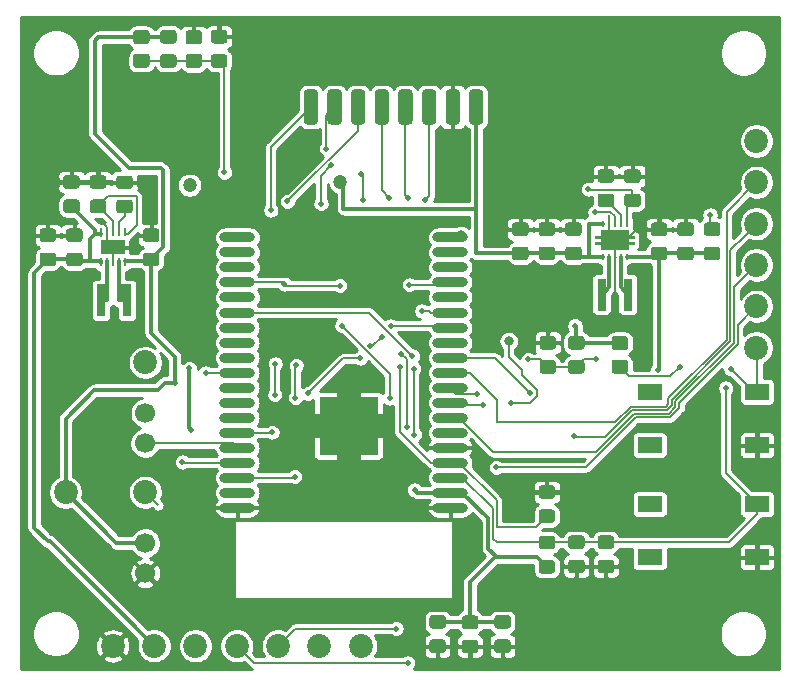
<source format=gtl>
G04 #@! TF.GenerationSoftware,KiCad,Pcbnew,(5.1.7)-1*
G04 #@! TF.CreationDate,2020-10-28T11:25:42+01:00*
G04 #@! TF.ProjectId,E-Ink,452d496e-6b2e-46b6-9963-61645f706362,rev?*
G04 #@! TF.SameCoordinates,Original*
G04 #@! TF.FileFunction,Copper,L1,Top*
G04 #@! TF.FilePolarity,Positive*
%FSLAX46Y46*%
G04 Gerber Fmt 4.6, Leading zero omitted, Abs format (unit mm)*
G04 Created by KiCad (PCBNEW (5.1.7)-1) date 2020-10-28 11:25:42*
%MOMM*%
%LPD*%
G01*
G04 APERTURE LIST*
G04 #@! TA.AperFunction,ComponentPad*
%ADD10C,2.020000*%
G04 #@! TD*
G04 #@! TA.AperFunction,ComponentPad*
%ADD11C,0.800000*%
G04 #@! TD*
G04 #@! TA.AperFunction,SMDPad,CuDef*
%ADD12R,5.000000X5.000000*%
G04 #@! TD*
G04 #@! TA.AperFunction,SMDPad,CuDef*
%ADD13O,3.000000X0.900000*%
G04 #@! TD*
G04 #@! TA.AperFunction,SMDPad,CuDef*
%ADD14R,0.250000X0.750000*%
G04 #@! TD*
G04 #@! TA.AperFunction,SMDPad,CuDef*
%ADD15R,2.000000X1.200000*%
G04 #@! TD*
G04 #@! TA.AperFunction,ComponentPad*
%ADD16C,1.700000*%
G04 #@! TD*
G04 #@! TA.AperFunction,SMDPad,CuDef*
%ADD17R,0.800000X2.700000*%
G04 #@! TD*
G04 #@! TA.AperFunction,ComponentPad*
%ADD18C,0.500000*%
G04 #@! TD*
G04 #@! TA.AperFunction,SMDPad,CuDef*
%ADD19C,0.100000*%
G04 #@! TD*
G04 #@! TA.AperFunction,SMDPad,CuDef*
%ADD20R,0.240000X0.600000*%
G04 #@! TD*
G04 #@! TA.AperFunction,SMDPad,CuDef*
%ADD21R,2.100000X1.400000*%
G04 #@! TD*
G04 #@! TA.AperFunction,ViaPad*
%ADD22C,0.500000*%
G04 #@! TD*
G04 #@! TA.AperFunction,ViaPad*
%ADD23C,1.200000*%
G04 #@! TD*
G04 #@! TA.AperFunction,ViaPad*
%ADD24C,0.800000*%
G04 #@! TD*
G04 #@! TA.AperFunction,Conductor*
%ADD25C,0.152400*%
G04 #@! TD*
G04 #@! TA.AperFunction,Conductor*
%ADD26C,2.000000*%
G04 #@! TD*
G04 #@! TA.AperFunction,Conductor*
%ADD27C,0.350000*%
G04 #@! TD*
G04 #@! TA.AperFunction,Conductor*
%ADD28C,0.254000*%
G04 #@! TD*
G04 #@! TA.AperFunction,Conductor*
%ADD29C,0.100000*%
G04 #@! TD*
G04 APERTURE END LIST*
D10*
X111050000Y-84520000D03*
D11*
X130260000Y-80910000D03*
D12*
X128260000Y-78900000D03*
D13*
X136860000Y-85820000D03*
X136860000Y-84550000D03*
X136860000Y-83280000D03*
X136860000Y-82010000D03*
X136860000Y-80740000D03*
X136860000Y-79470000D03*
X136860000Y-78200000D03*
X136860000Y-76930000D03*
X136860000Y-75660000D03*
X136860000Y-74390000D03*
X136860000Y-73120000D03*
X136860000Y-71850000D03*
X136860000Y-70580000D03*
X136860000Y-69310000D03*
X136860000Y-68010000D03*
X136860000Y-66740000D03*
X136860000Y-65470000D03*
X136860000Y-64200000D03*
X136860000Y-62930000D03*
X118860000Y-62930000D03*
X118860000Y-64200000D03*
X118860000Y-65470000D03*
X118860000Y-66740000D03*
X118860000Y-68010000D03*
X118830000Y-69310000D03*
X118830000Y-70580000D03*
X118830000Y-71850000D03*
X118830000Y-73120000D03*
X118830000Y-74390000D03*
X118830000Y-75660000D03*
X118830000Y-76930000D03*
X118830000Y-78200000D03*
X118830000Y-79470000D03*
X118830000Y-80740000D03*
X118830000Y-82010000D03*
X118830000Y-83280000D03*
X118830000Y-84550000D03*
X118830000Y-85820000D03*
D11*
X130260000Y-79910000D03*
X130260000Y-78910000D03*
X130260000Y-77910000D03*
X130260000Y-76910000D03*
X129260000Y-76910000D03*
X129260000Y-77910000D03*
X129260000Y-78910000D03*
X129260000Y-79910000D03*
X129260000Y-80910000D03*
X127260000Y-80910000D03*
X127260000Y-79910000D03*
X127260000Y-78910000D03*
X127260000Y-77910000D03*
X127260000Y-76910000D03*
X128260000Y-76910000D03*
X128260000Y-77910000D03*
X128260000Y-78910000D03*
X128260000Y-79910000D03*
X128260000Y-80910000D03*
X126260000Y-76910000D03*
X126260000Y-77910000D03*
X126260000Y-78910000D03*
X126260000Y-79910000D03*
X126260000Y-80910000D03*
G04 #@! TA.AperFunction,SMDPad,CuDef*
G36*
G01*
X150777999Y-73287000D02*
X151678001Y-73287000D01*
G75*
G02*
X151928000Y-73536999I0J-249999D01*
G01*
X151928000Y-74237001D01*
G75*
G02*
X151678001Y-74487000I-249999J0D01*
G01*
X150777999Y-74487000D01*
G75*
G02*
X150528000Y-74237001I0J249999D01*
G01*
X150528000Y-73536999D01*
G75*
G02*
X150777999Y-73287000I249999J0D01*
G01*
G37*
G04 #@! TD.AperFunction*
G04 #@! TA.AperFunction,SMDPad,CuDef*
G36*
G01*
X150777999Y-71287000D02*
X151678001Y-71287000D01*
G75*
G02*
X151928000Y-71536999I0J-249999D01*
G01*
X151928000Y-72237001D01*
G75*
G02*
X151678001Y-72487000I-249999J0D01*
G01*
X150777999Y-72487000D01*
G75*
G02*
X150528000Y-72237001I0J249999D01*
G01*
X150528000Y-71536999D01*
G75*
G02*
X150777999Y-71287000I249999J0D01*
G01*
G37*
G04 #@! TD.AperFunction*
G04 #@! TA.AperFunction,SMDPad,CuDef*
G36*
G01*
X115610001Y-46595000D02*
X114709999Y-46595000D01*
G75*
G02*
X114460000Y-46345001I0J249999D01*
G01*
X114460000Y-45644999D01*
G75*
G02*
X114709999Y-45395000I249999J0D01*
G01*
X115610001Y-45395000D01*
G75*
G02*
X115860000Y-45644999I0J-249999D01*
G01*
X115860000Y-46345001D01*
G75*
G02*
X115610001Y-46595000I-249999J0D01*
G01*
G37*
G04 #@! TD.AperFunction*
G04 #@! TA.AperFunction,SMDPad,CuDef*
G36*
G01*
X115610001Y-48595000D02*
X114709999Y-48595000D01*
G75*
G02*
X114460000Y-48345001I0J249999D01*
G01*
X114460000Y-47644999D01*
G75*
G02*
X114709999Y-47395000I249999J0D01*
G01*
X115610001Y-47395000D01*
G75*
G02*
X115860000Y-47644999I0J-249999D01*
G01*
X115860000Y-48345001D01*
G75*
G02*
X115610001Y-48595000I-249999J0D01*
G01*
G37*
G04 #@! TD.AperFunction*
G04 #@! TA.AperFunction,SMDPad,CuDef*
G36*
G01*
X111165001Y-46579000D02*
X110264999Y-46579000D01*
G75*
G02*
X110015000Y-46329001I0J249999D01*
G01*
X110015000Y-45628999D01*
G75*
G02*
X110264999Y-45379000I249999J0D01*
G01*
X111165001Y-45379000D01*
G75*
G02*
X111415000Y-45628999I0J-249999D01*
G01*
X111415000Y-46329001D01*
G75*
G02*
X111165001Y-46579000I-249999J0D01*
G01*
G37*
G04 #@! TD.AperFunction*
G04 #@! TA.AperFunction,SMDPad,CuDef*
G36*
G01*
X111165001Y-48579000D02*
X110264999Y-48579000D01*
G75*
G02*
X110015000Y-48329001I0J249999D01*
G01*
X110015000Y-47628999D01*
G75*
G02*
X110264999Y-47379000I249999J0D01*
G01*
X111165001Y-47379000D01*
G75*
G02*
X111415000Y-47628999I0J-249999D01*
G01*
X111415000Y-48329001D01*
G75*
G02*
X111165001Y-48579000I-249999J0D01*
G01*
G37*
G04 #@! TD.AperFunction*
D14*
X109308000Y-62520000D03*
X109308000Y-65020000D03*
X108300000Y-65020000D03*
X107800000Y-62520000D03*
X107300000Y-62520000D03*
D15*
X108304000Y-63774000D03*
D14*
X107300000Y-65020000D03*
X107800000Y-65020000D03*
X108800000Y-65020000D03*
X108800000Y-62520000D03*
X108300000Y-62520000D03*
G04 #@! TA.AperFunction,SMDPad,CuDef*
G36*
G01*
X157250001Y-62820000D02*
X156349999Y-62820000D01*
G75*
G02*
X156100000Y-62570001I0J249999D01*
G01*
X156100000Y-61919999D01*
G75*
G02*
X156349999Y-61670000I249999J0D01*
G01*
X157250001Y-61670000D01*
G75*
G02*
X157500000Y-61919999I0J-249999D01*
G01*
X157500000Y-62570001D01*
G75*
G02*
X157250001Y-62820000I-249999J0D01*
G01*
G37*
G04 #@! TD.AperFunction*
G04 #@! TA.AperFunction,SMDPad,CuDef*
G36*
G01*
X157250001Y-64870000D02*
X156349999Y-64870000D01*
G75*
G02*
X156100000Y-64620001I0J249999D01*
G01*
X156100000Y-63969999D01*
G75*
G02*
X156349999Y-63720000I249999J0D01*
G01*
X157250001Y-63720000D01*
G75*
G02*
X157500000Y-63969999I0J-249999D01*
G01*
X157500000Y-64620001D01*
G75*
G02*
X157250001Y-64870000I-249999J0D01*
G01*
G37*
G04 #@! TD.AperFunction*
G04 #@! TA.AperFunction,SMDPad,CuDef*
G36*
G01*
X155000001Y-62820000D02*
X154099999Y-62820000D01*
G75*
G02*
X153850000Y-62570001I0J249999D01*
G01*
X153850000Y-61919999D01*
G75*
G02*
X154099999Y-61670000I249999J0D01*
G01*
X155000001Y-61670000D01*
G75*
G02*
X155250000Y-61919999I0J-249999D01*
G01*
X155250000Y-62570001D01*
G75*
G02*
X155000001Y-62820000I-249999J0D01*
G01*
G37*
G04 #@! TD.AperFunction*
G04 #@! TA.AperFunction,SMDPad,CuDef*
G36*
G01*
X155000001Y-64870000D02*
X154099999Y-64870000D01*
G75*
G02*
X153850000Y-64620001I0J249999D01*
G01*
X153850000Y-63969999D01*
G75*
G02*
X154099999Y-63720000I249999J0D01*
G01*
X155000001Y-63720000D01*
G75*
G02*
X155250000Y-63969999I0J-249999D01*
G01*
X155250000Y-64620001D01*
G75*
G02*
X155000001Y-64870000I-249999J0D01*
G01*
G37*
G04 #@! TD.AperFunction*
G04 #@! TA.AperFunction,SMDPad,CuDef*
G36*
G01*
X112000001Y-63320000D02*
X111099999Y-63320000D01*
G75*
G02*
X110850000Y-63070001I0J249999D01*
G01*
X110850000Y-62419999D01*
G75*
G02*
X111099999Y-62170000I249999J0D01*
G01*
X112000001Y-62170000D01*
G75*
G02*
X112250000Y-62419999I0J-249999D01*
G01*
X112250000Y-63070001D01*
G75*
G02*
X112000001Y-63320000I-249999J0D01*
G01*
G37*
G04 #@! TD.AperFunction*
G04 #@! TA.AperFunction,SMDPad,CuDef*
G36*
G01*
X112000001Y-65370000D02*
X111099999Y-65370000D01*
G75*
G02*
X110850000Y-65120001I0J249999D01*
G01*
X110850000Y-64469999D01*
G75*
G02*
X111099999Y-64220000I249999J0D01*
G01*
X112000001Y-64220000D01*
G75*
G02*
X112250000Y-64469999I0J-249999D01*
G01*
X112250000Y-65120001D01*
G75*
G02*
X112000001Y-65370000I-249999J0D01*
G01*
G37*
G04 #@! TD.AperFunction*
G04 #@! TA.AperFunction,SMDPad,CuDef*
G36*
G01*
X107500001Y-58820000D02*
X106599999Y-58820000D01*
G75*
G02*
X106350000Y-58570001I0J249999D01*
G01*
X106350000Y-57919999D01*
G75*
G02*
X106599999Y-57670000I249999J0D01*
G01*
X107500001Y-57670000D01*
G75*
G02*
X107750000Y-57919999I0J-249999D01*
G01*
X107750000Y-58570001D01*
G75*
G02*
X107500001Y-58820000I-249999J0D01*
G01*
G37*
G04 #@! TD.AperFunction*
G04 #@! TA.AperFunction,SMDPad,CuDef*
G36*
G01*
X107500001Y-60870000D02*
X106599999Y-60870000D01*
G75*
G02*
X106350000Y-60620001I0J249999D01*
G01*
X106350000Y-59969999D01*
G75*
G02*
X106599999Y-59720000I249999J0D01*
G01*
X107500001Y-59720000D01*
G75*
G02*
X107750000Y-59969999I0J-249999D01*
G01*
X107750000Y-60620001D01*
G75*
G02*
X107500001Y-60870000I-249999J0D01*
G01*
G37*
G04 #@! TD.AperFunction*
G04 #@! TA.AperFunction,SMDPad,CuDef*
G36*
G01*
X105250001Y-58820000D02*
X104349999Y-58820000D01*
G75*
G02*
X104100000Y-58570001I0J249999D01*
G01*
X104100000Y-57919999D01*
G75*
G02*
X104349999Y-57670000I249999J0D01*
G01*
X105250001Y-57670000D01*
G75*
G02*
X105500000Y-57919999I0J-249999D01*
G01*
X105500000Y-58570001D01*
G75*
G02*
X105250001Y-58820000I-249999J0D01*
G01*
G37*
G04 #@! TD.AperFunction*
G04 #@! TA.AperFunction,SMDPad,CuDef*
G36*
G01*
X105250001Y-60870000D02*
X104349999Y-60870000D01*
G75*
G02*
X104100000Y-60620001I0J249999D01*
G01*
X104100000Y-59969999D01*
G75*
G02*
X104349999Y-59720000I249999J0D01*
G01*
X105250001Y-59720000D01*
G75*
G02*
X105500000Y-59969999I0J-249999D01*
G01*
X105500000Y-60620001D01*
G75*
G02*
X105250001Y-60870000I-249999J0D01*
G01*
G37*
G04 #@! TD.AperFunction*
G04 #@! TA.AperFunction,SMDPad,CuDef*
G36*
G01*
X145500001Y-62820000D02*
X144599999Y-62820000D01*
G75*
G02*
X144350000Y-62570001I0J249999D01*
G01*
X144350000Y-61919999D01*
G75*
G02*
X144599999Y-61670000I249999J0D01*
G01*
X145500001Y-61670000D01*
G75*
G02*
X145750000Y-61919999I0J-249999D01*
G01*
X145750000Y-62570001D01*
G75*
G02*
X145500001Y-62820000I-249999J0D01*
G01*
G37*
G04 #@! TD.AperFunction*
G04 #@! TA.AperFunction,SMDPad,CuDef*
G36*
G01*
X145500001Y-64870000D02*
X144599999Y-64870000D01*
G75*
G02*
X144350000Y-64620001I0J249999D01*
G01*
X144350000Y-63969999D01*
G75*
G02*
X144599999Y-63720000I249999J0D01*
G01*
X145500001Y-63720000D01*
G75*
G02*
X145750000Y-63969999I0J-249999D01*
G01*
X145750000Y-64620001D01*
G75*
G02*
X145500001Y-64870000I-249999J0D01*
G01*
G37*
G04 #@! TD.AperFunction*
G04 #@! TA.AperFunction,SMDPad,CuDef*
G36*
G01*
X103250001Y-63320000D02*
X102349999Y-63320000D01*
G75*
G02*
X102100000Y-63070001I0J249999D01*
G01*
X102100000Y-62419999D01*
G75*
G02*
X102349999Y-62170000I249999J0D01*
G01*
X103250001Y-62170000D01*
G75*
G02*
X103500000Y-62419999I0J-249999D01*
G01*
X103500000Y-63070001D01*
G75*
G02*
X103250001Y-63320000I-249999J0D01*
G01*
G37*
G04 #@! TD.AperFunction*
G04 #@! TA.AperFunction,SMDPad,CuDef*
G36*
G01*
X103250001Y-65370000D02*
X102349999Y-65370000D01*
G75*
G02*
X102100000Y-65120001I0J249999D01*
G01*
X102100000Y-64469999D01*
G75*
G02*
X102349999Y-64220000I249999J0D01*
G01*
X103250001Y-64220000D01*
G75*
G02*
X103500000Y-64469999I0J-249999D01*
G01*
X103500000Y-65120001D01*
G75*
G02*
X103250001Y-65370000I-249999J0D01*
G01*
G37*
G04 #@! TD.AperFunction*
G04 #@! TA.AperFunction,SMDPad,CuDef*
G36*
G01*
X143250001Y-62820000D02*
X142349999Y-62820000D01*
G75*
G02*
X142100000Y-62570001I0J249999D01*
G01*
X142100000Y-61919999D01*
G75*
G02*
X142349999Y-61670000I249999J0D01*
G01*
X143250001Y-61670000D01*
G75*
G02*
X143500000Y-61919999I0J-249999D01*
G01*
X143500000Y-62570001D01*
G75*
G02*
X143250001Y-62820000I-249999J0D01*
G01*
G37*
G04 #@! TD.AperFunction*
G04 #@! TA.AperFunction,SMDPad,CuDef*
G36*
G01*
X143250001Y-64870000D02*
X142349999Y-64870000D01*
G75*
G02*
X142100000Y-64620001I0J249999D01*
G01*
X142100000Y-63969999D01*
G75*
G02*
X142349999Y-63720000I249999J0D01*
G01*
X143250001Y-63720000D01*
G75*
G02*
X143500000Y-63969999I0J-249999D01*
G01*
X143500000Y-64620001D01*
G75*
G02*
X143250001Y-64870000I-249999J0D01*
G01*
G37*
G04 #@! TD.AperFunction*
G04 #@! TA.AperFunction,SMDPad,CuDef*
G36*
G01*
X105500001Y-63320000D02*
X104599999Y-63320000D01*
G75*
G02*
X104350000Y-63070001I0J249999D01*
G01*
X104350000Y-62419999D01*
G75*
G02*
X104599999Y-62170000I249999J0D01*
G01*
X105500001Y-62170000D01*
G75*
G02*
X105750000Y-62419999I0J-249999D01*
G01*
X105750000Y-63070001D01*
G75*
G02*
X105500001Y-63320000I-249999J0D01*
G01*
G37*
G04 #@! TD.AperFunction*
G04 #@! TA.AperFunction,SMDPad,CuDef*
G36*
G01*
X105500001Y-65370000D02*
X104599999Y-65370000D01*
G75*
G02*
X104350000Y-65120001I0J249999D01*
G01*
X104350000Y-64469999D01*
G75*
G02*
X104599999Y-64220000I249999J0D01*
G01*
X105500001Y-64220000D01*
G75*
G02*
X105750000Y-64469999I0J-249999D01*
G01*
X105750000Y-65120001D01*
G75*
G02*
X105500001Y-65370000I-249999J0D01*
G01*
G37*
G04 #@! TD.AperFunction*
G04 #@! TA.AperFunction,SMDPad,CuDef*
G36*
G01*
X147750001Y-62820000D02*
X146849999Y-62820000D01*
G75*
G02*
X146600000Y-62570001I0J249999D01*
G01*
X146600000Y-61919999D01*
G75*
G02*
X146849999Y-61670000I249999J0D01*
G01*
X147750001Y-61670000D01*
G75*
G02*
X148000000Y-61919999I0J-249999D01*
G01*
X148000000Y-62570001D01*
G75*
G02*
X147750001Y-62820000I-249999J0D01*
G01*
G37*
G04 #@! TD.AperFunction*
G04 #@! TA.AperFunction,SMDPad,CuDef*
G36*
G01*
X147750001Y-64870000D02*
X146849999Y-64870000D01*
G75*
G02*
X146600000Y-64620001I0J249999D01*
G01*
X146600000Y-63969999D01*
G75*
G02*
X146849999Y-63720000I249999J0D01*
G01*
X147750001Y-63720000D01*
G75*
G02*
X148000000Y-63969999I0J-249999D01*
G01*
X148000000Y-64620001D01*
G75*
G02*
X147750001Y-64870000I-249999J0D01*
G01*
G37*
G04 #@! TD.AperFunction*
G04 #@! TA.AperFunction,SMDPad,CuDef*
G36*
G01*
X112550999Y-47420000D02*
X113451001Y-47420000D01*
G75*
G02*
X113701000Y-47669999I0J-249999D01*
G01*
X113701000Y-48320001D01*
G75*
G02*
X113451001Y-48570000I-249999J0D01*
G01*
X112550999Y-48570000D01*
G75*
G02*
X112301000Y-48320001I0J249999D01*
G01*
X112301000Y-47669999D01*
G75*
G02*
X112550999Y-47420000I249999J0D01*
G01*
G37*
G04 #@! TD.AperFunction*
G04 #@! TA.AperFunction,SMDPad,CuDef*
G36*
G01*
X112550999Y-45370000D02*
X113451001Y-45370000D01*
G75*
G02*
X113701000Y-45619999I0J-249999D01*
G01*
X113701000Y-46270001D01*
G75*
G02*
X113451001Y-46520000I-249999J0D01*
G01*
X112550999Y-46520000D01*
G75*
G02*
X112301000Y-46270001I0J249999D01*
G01*
X112301000Y-45619999D01*
G75*
G02*
X112550999Y-45370000I249999J0D01*
G01*
G37*
G04 #@! TD.AperFunction*
G04 #@! TA.AperFunction,SMDPad,CuDef*
G36*
G01*
X117750001Y-46520000D02*
X116849999Y-46520000D01*
G75*
G02*
X116600000Y-46270001I0J249999D01*
G01*
X116600000Y-45619999D01*
G75*
G02*
X116849999Y-45370000I249999J0D01*
G01*
X117750001Y-45370000D01*
G75*
G02*
X118000000Y-45619999I0J-249999D01*
G01*
X118000000Y-46270001D01*
G75*
G02*
X117750001Y-46520000I-249999J0D01*
G01*
G37*
G04 #@! TD.AperFunction*
G04 #@! TA.AperFunction,SMDPad,CuDef*
G36*
G01*
X117750001Y-48570000D02*
X116849999Y-48570000D01*
G75*
G02*
X116600000Y-48320001I0J249999D01*
G01*
X116600000Y-47669999D01*
G75*
G02*
X116849999Y-47420000I249999J0D01*
G01*
X117750001Y-47420000D01*
G75*
G02*
X118000000Y-47669999I0J-249999D01*
G01*
X118000000Y-48320001D01*
G75*
G02*
X117750001Y-48570000I-249999J0D01*
G01*
G37*
G04 #@! TD.AperFunction*
G04 #@! TA.AperFunction,SMDPad,CuDef*
G36*
G01*
X147099999Y-90220000D02*
X148000001Y-90220000D01*
G75*
G02*
X148250000Y-90469999I0J-249999D01*
G01*
X148250000Y-91120001D01*
G75*
G02*
X148000001Y-91370000I-249999J0D01*
G01*
X147099999Y-91370000D01*
G75*
G02*
X146850000Y-91120001I0J249999D01*
G01*
X146850000Y-90469999D01*
G75*
G02*
X147099999Y-90220000I249999J0D01*
G01*
G37*
G04 #@! TD.AperFunction*
G04 #@! TA.AperFunction,SMDPad,CuDef*
G36*
G01*
X147099999Y-88170000D02*
X148000001Y-88170000D01*
G75*
G02*
X148250000Y-88419999I0J-249999D01*
G01*
X148250000Y-89070001D01*
G75*
G02*
X148000001Y-89320000I-249999J0D01*
G01*
X147099999Y-89320000D01*
G75*
G02*
X146850000Y-89070001I0J249999D01*
G01*
X146850000Y-88419999D01*
G75*
G02*
X147099999Y-88170000I249999J0D01*
G01*
G37*
G04 #@! TD.AperFunction*
G04 #@! TA.AperFunction,SMDPad,CuDef*
G36*
G01*
X145500001Y-85070000D02*
X144599999Y-85070000D01*
G75*
G02*
X144350000Y-84820001I0J249999D01*
G01*
X144350000Y-84169999D01*
G75*
G02*
X144599999Y-83920000I249999J0D01*
G01*
X145500001Y-83920000D01*
G75*
G02*
X145750000Y-84169999I0J-249999D01*
G01*
X145750000Y-84820001D01*
G75*
G02*
X145500001Y-85070000I-249999J0D01*
G01*
G37*
G04 #@! TD.AperFunction*
G04 #@! TA.AperFunction,SMDPad,CuDef*
G36*
G01*
X145500001Y-87120000D02*
X144599999Y-87120000D01*
G75*
G02*
X144350000Y-86870001I0J249999D01*
G01*
X144350000Y-86219999D01*
G75*
G02*
X144599999Y-85970000I249999J0D01*
G01*
X145500001Y-85970000D01*
G75*
G02*
X145750000Y-86219999I0J-249999D01*
G01*
X145750000Y-86870001D01*
G75*
G02*
X145500001Y-87120000I-249999J0D01*
G01*
G37*
G04 #@! TD.AperFunction*
G04 #@! TA.AperFunction,SMDPad,CuDef*
G36*
G01*
X135349999Y-96970000D02*
X136250001Y-96970000D01*
G75*
G02*
X136500000Y-97219999I0J-249999D01*
G01*
X136500000Y-97870001D01*
G75*
G02*
X136250001Y-98120000I-249999J0D01*
G01*
X135349999Y-98120000D01*
G75*
G02*
X135100000Y-97870001I0J249999D01*
G01*
X135100000Y-97219999D01*
G75*
G02*
X135349999Y-96970000I249999J0D01*
G01*
G37*
G04 #@! TD.AperFunction*
G04 #@! TA.AperFunction,SMDPad,CuDef*
G36*
G01*
X135349999Y-94920000D02*
X136250001Y-94920000D01*
G75*
G02*
X136500000Y-95169999I0J-249999D01*
G01*
X136500000Y-95820001D01*
G75*
G02*
X136250001Y-96070000I-249999J0D01*
G01*
X135349999Y-96070000D01*
G75*
G02*
X135100000Y-95820001I0J249999D01*
G01*
X135100000Y-95169999D01*
G75*
G02*
X135349999Y-94920000I249999J0D01*
G01*
G37*
G04 #@! TD.AperFunction*
G04 #@! TA.AperFunction,SMDPad,CuDef*
G36*
G01*
X138099999Y-96995000D02*
X139000001Y-96995000D01*
G75*
G02*
X139250000Y-97244999I0J-249999D01*
G01*
X139250000Y-97895001D01*
G75*
G02*
X139000001Y-98145000I-249999J0D01*
G01*
X138099999Y-98145000D01*
G75*
G02*
X137850000Y-97895001I0J249999D01*
G01*
X137850000Y-97244999D01*
G75*
G02*
X138099999Y-96995000I249999J0D01*
G01*
G37*
G04 #@! TD.AperFunction*
G04 #@! TA.AperFunction,SMDPad,CuDef*
G36*
G01*
X138099999Y-94945000D02*
X139000001Y-94945000D01*
G75*
G02*
X139250000Y-95194999I0J-249999D01*
G01*
X139250000Y-95845001D01*
G75*
G02*
X139000001Y-96095000I-249999J0D01*
G01*
X138099999Y-96095000D01*
G75*
G02*
X137850000Y-95845001I0J249999D01*
G01*
X137850000Y-95194999D01*
G75*
G02*
X138099999Y-94945000I249999J0D01*
G01*
G37*
G04 #@! TD.AperFunction*
G04 #@! TA.AperFunction,SMDPad,CuDef*
G36*
G01*
X140849999Y-96970000D02*
X141750001Y-96970000D01*
G75*
G02*
X142000000Y-97219999I0J-249999D01*
G01*
X142000000Y-97870001D01*
G75*
G02*
X141750001Y-98120000I-249999J0D01*
G01*
X140849999Y-98120000D01*
G75*
G02*
X140600000Y-97870001I0J249999D01*
G01*
X140600000Y-97219999D01*
G75*
G02*
X140849999Y-96970000I249999J0D01*
G01*
G37*
G04 #@! TD.AperFunction*
G04 #@! TA.AperFunction,SMDPad,CuDef*
G36*
G01*
X140849999Y-94920000D02*
X141750001Y-94920000D01*
G75*
G02*
X142000000Y-95169999I0J-249999D01*
G01*
X142000000Y-95820001D01*
G75*
G02*
X141750001Y-96070000I-249999J0D01*
G01*
X140849999Y-96070000D01*
G75*
G02*
X140600000Y-95820001I0J249999D01*
G01*
X140600000Y-95169999D01*
G75*
G02*
X140849999Y-94920000I249999J0D01*
G01*
G37*
G04 #@! TD.AperFunction*
G04 #@! TA.AperFunction,SMDPad,CuDef*
G36*
G01*
X149599999Y-90220000D02*
X150500001Y-90220000D01*
G75*
G02*
X150750000Y-90469999I0J-249999D01*
G01*
X150750000Y-91120001D01*
G75*
G02*
X150500001Y-91370000I-249999J0D01*
G01*
X149599999Y-91370000D01*
G75*
G02*
X149350000Y-91120001I0J249999D01*
G01*
X149350000Y-90469999D01*
G75*
G02*
X149599999Y-90220000I249999J0D01*
G01*
G37*
G04 #@! TD.AperFunction*
G04 #@! TA.AperFunction,SMDPad,CuDef*
G36*
G01*
X149599999Y-88170000D02*
X150500001Y-88170000D01*
G75*
G02*
X150750000Y-88419999I0J-249999D01*
G01*
X150750000Y-89070001D01*
G75*
G02*
X150500001Y-89320000I-249999J0D01*
G01*
X149599999Y-89320000D01*
G75*
G02*
X149350000Y-89070001I0J249999D01*
G01*
X149350000Y-88419999D01*
G75*
G02*
X149599999Y-88170000I249999J0D01*
G01*
G37*
G04 #@! TD.AperFunction*
G04 #@! TA.AperFunction,SMDPad,CuDef*
G36*
G01*
X145582001Y-72437000D02*
X144681999Y-72437000D01*
G75*
G02*
X144432000Y-72187001I0J249999D01*
G01*
X144432000Y-71536999D01*
G75*
G02*
X144681999Y-71287000I249999J0D01*
G01*
X145582001Y-71287000D01*
G75*
G02*
X145832000Y-71536999I0J-249999D01*
G01*
X145832000Y-72187001D01*
G75*
G02*
X145582001Y-72437000I-249999J0D01*
G01*
G37*
G04 #@! TD.AperFunction*
G04 #@! TA.AperFunction,SMDPad,CuDef*
G36*
G01*
X145582001Y-74487000D02*
X144681999Y-74487000D01*
G75*
G02*
X144432000Y-74237001I0J249999D01*
G01*
X144432000Y-73586999D01*
G75*
G02*
X144681999Y-73337000I249999J0D01*
G01*
X145582001Y-73337000D01*
G75*
G02*
X145832000Y-73586999I0J-249999D01*
G01*
X145832000Y-74237001D01*
G75*
G02*
X145582001Y-74487000I-249999J0D01*
G01*
G37*
G04 #@! TD.AperFunction*
G04 #@! TA.AperFunction,SMDPad,CuDef*
G36*
G01*
X138780000Y-50392500D02*
X139380000Y-50392500D01*
G75*
G02*
X139680000Y-50692500I0J-300000D01*
G01*
X139680000Y-53092500D01*
G75*
G02*
X139380000Y-53392500I-300000J0D01*
G01*
X138780000Y-53392500D01*
G75*
G02*
X138480000Y-53092500I0J300000D01*
G01*
X138480000Y-50692500D01*
G75*
G02*
X138780000Y-50392500I300000J0D01*
G01*
G37*
G04 #@! TD.AperFunction*
G04 #@! TA.AperFunction,SMDPad,CuDef*
G36*
G01*
X136780000Y-50392500D02*
X137380000Y-50392500D01*
G75*
G02*
X137680000Y-50692500I0J-300000D01*
G01*
X137680000Y-53092500D01*
G75*
G02*
X137380000Y-53392500I-300000J0D01*
G01*
X136780000Y-53392500D01*
G75*
G02*
X136480000Y-53092500I0J300000D01*
G01*
X136480000Y-50692500D01*
G75*
G02*
X136780000Y-50392500I300000J0D01*
G01*
G37*
G04 #@! TD.AperFunction*
G04 #@! TA.AperFunction,SMDPad,CuDef*
G36*
G01*
X134780000Y-50392500D02*
X135380000Y-50392500D01*
G75*
G02*
X135680000Y-50692500I0J-300000D01*
G01*
X135680000Y-53092500D01*
G75*
G02*
X135380000Y-53392500I-300000J0D01*
G01*
X134780000Y-53392500D01*
G75*
G02*
X134480000Y-53092500I0J300000D01*
G01*
X134480000Y-50692500D01*
G75*
G02*
X134780000Y-50392500I300000J0D01*
G01*
G37*
G04 #@! TD.AperFunction*
G04 #@! TA.AperFunction,SMDPad,CuDef*
G36*
G01*
X132780000Y-50392500D02*
X133380000Y-50392500D01*
G75*
G02*
X133680000Y-50692500I0J-300000D01*
G01*
X133680000Y-53092500D01*
G75*
G02*
X133380000Y-53392500I-300000J0D01*
G01*
X132780000Y-53392500D01*
G75*
G02*
X132480000Y-53092500I0J300000D01*
G01*
X132480000Y-50692500D01*
G75*
G02*
X132780000Y-50392500I300000J0D01*
G01*
G37*
G04 #@! TD.AperFunction*
G04 #@! TA.AperFunction,SMDPad,CuDef*
G36*
G01*
X130780000Y-50392500D02*
X131380000Y-50392500D01*
G75*
G02*
X131680000Y-50692500I0J-300000D01*
G01*
X131680000Y-53092500D01*
G75*
G02*
X131380000Y-53392500I-300000J0D01*
G01*
X130780000Y-53392500D01*
G75*
G02*
X130480000Y-53092500I0J300000D01*
G01*
X130480000Y-50692500D01*
G75*
G02*
X130780000Y-50392500I300000J0D01*
G01*
G37*
G04 #@! TD.AperFunction*
G04 #@! TA.AperFunction,SMDPad,CuDef*
G36*
G01*
X128780000Y-50392500D02*
X129380000Y-50392500D01*
G75*
G02*
X129680000Y-50692500I0J-300000D01*
G01*
X129680000Y-53092500D01*
G75*
G02*
X129380000Y-53392500I-300000J0D01*
G01*
X128780000Y-53392500D01*
G75*
G02*
X128480000Y-53092500I0J300000D01*
G01*
X128480000Y-50692500D01*
G75*
G02*
X128780000Y-50392500I300000J0D01*
G01*
G37*
G04 #@! TD.AperFunction*
G04 #@! TA.AperFunction,SMDPad,CuDef*
G36*
G01*
X126780000Y-50392500D02*
X127380000Y-50392500D01*
G75*
G02*
X127680000Y-50692500I0J-300000D01*
G01*
X127680000Y-53092500D01*
G75*
G02*
X127380000Y-53392500I-300000J0D01*
G01*
X126780000Y-53392500D01*
G75*
G02*
X126480000Y-53092500I0J300000D01*
G01*
X126480000Y-50692500D01*
G75*
G02*
X126780000Y-50392500I300000J0D01*
G01*
G37*
G04 #@! TD.AperFunction*
G04 #@! TA.AperFunction,SMDPad,CuDef*
G36*
G01*
X124780000Y-50392500D02*
X125380000Y-50392500D01*
G75*
G02*
X125680000Y-50692500I0J-300000D01*
G01*
X125680000Y-53092500D01*
G75*
G02*
X125380000Y-53392500I-300000J0D01*
G01*
X124780000Y-53392500D01*
G75*
G02*
X124480000Y-53092500I0J300000D01*
G01*
X124480000Y-50692500D01*
G75*
G02*
X124780000Y-50392500I300000J0D01*
G01*
G37*
G04 #@! TD.AperFunction*
D16*
X111060000Y-77820000D03*
X111040000Y-80360000D03*
D17*
X109500000Y-68270000D03*
X107300000Y-68270000D03*
X151900000Y-67770000D03*
X149700000Y-67770000D03*
D16*
X111060000Y-88820000D03*
X111040000Y-91360000D03*
G04 #@! TA.AperFunction,SMDPad,CuDef*
G36*
G01*
X152750001Y-58320000D02*
X151849999Y-58320000D01*
G75*
G02*
X151600000Y-58070001I0J249999D01*
G01*
X151600000Y-57419999D01*
G75*
G02*
X151849999Y-57170000I249999J0D01*
G01*
X152750001Y-57170000D01*
G75*
G02*
X153000000Y-57419999I0J-249999D01*
G01*
X153000000Y-58070001D01*
G75*
G02*
X152750001Y-58320000I-249999J0D01*
G01*
G37*
G04 #@! TD.AperFunction*
G04 #@! TA.AperFunction,SMDPad,CuDef*
G36*
G01*
X152750001Y-60370000D02*
X151849999Y-60370000D01*
G75*
G02*
X151600000Y-60120001I0J249999D01*
G01*
X151600000Y-59469999D01*
G75*
G02*
X151849999Y-59220000I249999J0D01*
G01*
X152750001Y-59220000D01*
G75*
G02*
X153000000Y-59469999I0J-249999D01*
G01*
X153000000Y-60120001D01*
G75*
G02*
X152750001Y-60370000I-249999J0D01*
G01*
G37*
G04 #@! TD.AperFunction*
G04 #@! TA.AperFunction,SMDPad,CuDef*
G36*
G01*
X159500001Y-62820000D02*
X158599999Y-62820000D01*
G75*
G02*
X158350000Y-62570001I0J249999D01*
G01*
X158350000Y-61919999D01*
G75*
G02*
X158599999Y-61670000I249999J0D01*
G01*
X159500001Y-61670000D01*
G75*
G02*
X159750000Y-61919999I0J-249999D01*
G01*
X159750000Y-62570001D01*
G75*
G02*
X159500001Y-62820000I-249999J0D01*
G01*
G37*
G04 #@! TD.AperFunction*
G04 #@! TA.AperFunction,SMDPad,CuDef*
G36*
G01*
X159500001Y-64870000D02*
X158599999Y-64870000D01*
G75*
G02*
X158350000Y-64620001I0J249999D01*
G01*
X158350000Y-63969999D01*
G75*
G02*
X158599999Y-63720000I249999J0D01*
G01*
X159500001Y-63720000D01*
G75*
G02*
X159750000Y-63969999I0J-249999D01*
G01*
X159750000Y-64620001D01*
G75*
G02*
X159500001Y-64870000I-249999J0D01*
G01*
G37*
G04 #@! TD.AperFunction*
G04 #@! TA.AperFunction,SMDPad,CuDef*
G36*
G01*
X109750001Y-58845000D02*
X108849999Y-58845000D01*
G75*
G02*
X108600000Y-58595001I0J249999D01*
G01*
X108600000Y-57944999D01*
G75*
G02*
X108849999Y-57695000I249999J0D01*
G01*
X109750001Y-57695000D01*
G75*
G02*
X110000000Y-57944999I0J-249999D01*
G01*
X110000000Y-58595001D01*
G75*
G02*
X109750001Y-58845000I-249999J0D01*
G01*
G37*
G04 #@! TD.AperFunction*
G04 #@! TA.AperFunction,SMDPad,CuDef*
G36*
G01*
X109750001Y-60895000D02*
X108849999Y-60895000D01*
G75*
G02*
X108600000Y-60645001I0J249999D01*
G01*
X108600000Y-59994999D01*
G75*
G02*
X108849999Y-59745000I249999J0D01*
G01*
X109750001Y-59745000D01*
G75*
G02*
X110000000Y-59994999I0J-249999D01*
G01*
X110000000Y-60645001D01*
G75*
G02*
X109750001Y-60895000I-249999J0D01*
G01*
G37*
G04 #@! TD.AperFunction*
G04 #@! TA.AperFunction,SMDPad,CuDef*
G36*
G01*
X150500001Y-58320000D02*
X149599999Y-58320000D01*
G75*
G02*
X149350000Y-58070001I0J249999D01*
G01*
X149350000Y-57419999D01*
G75*
G02*
X149599999Y-57170000I249999J0D01*
G01*
X150500001Y-57170000D01*
G75*
G02*
X150750000Y-57419999I0J-249999D01*
G01*
X150750000Y-58070001D01*
G75*
G02*
X150500001Y-58320000I-249999J0D01*
G01*
G37*
G04 #@! TD.AperFunction*
G04 #@! TA.AperFunction,SMDPad,CuDef*
G36*
G01*
X150500001Y-60370000D02*
X149599999Y-60370000D01*
G75*
G02*
X149350000Y-60120001I0J249999D01*
G01*
X149350000Y-59469999D01*
G75*
G02*
X149599999Y-59220000I249999J0D01*
G01*
X150500001Y-59220000D01*
G75*
G02*
X150750000Y-59469999I0J-249999D01*
G01*
X150750000Y-60120001D01*
G75*
G02*
X150500001Y-60370000I-249999J0D01*
G01*
G37*
G04 #@! TD.AperFunction*
G04 #@! TA.AperFunction,SMDPad,CuDef*
G36*
G01*
X145500001Y-89345000D02*
X144599999Y-89345000D01*
G75*
G02*
X144350000Y-89095001I0J249999D01*
G01*
X144350000Y-88444999D01*
G75*
G02*
X144599999Y-88195000I249999J0D01*
G01*
X145500001Y-88195000D01*
G75*
G02*
X145750000Y-88444999I0J-249999D01*
G01*
X145750000Y-89095001D01*
G75*
G02*
X145500001Y-89345000I-249999J0D01*
G01*
G37*
G04 #@! TD.AperFunction*
G04 #@! TA.AperFunction,SMDPad,CuDef*
G36*
G01*
X145500001Y-91395000D02*
X144599999Y-91395000D01*
G75*
G02*
X144350000Y-91145001I0J249999D01*
G01*
X144350000Y-90494999D01*
G75*
G02*
X144599999Y-90245000I249999J0D01*
G01*
X145500001Y-90245000D01*
G75*
G02*
X145750000Y-90494999I0J-249999D01*
G01*
X145750000Y-91145001D01*
G75*
G02*
X145500001Y-91395000I-249999J0D01*
G01*
G37*
G04 #@! TD.AperFunction*
G04 #@! TA.AperFunction,SMDPad,CuDef*
G36*
G01*
X147094999Y-73337000D02*
X147995001Y-73337000D01*
G75*
G02*
X148245000Y-73586999I0J-249999D01*
G01*
X148245000Y-74237001D01*
G75*
G02*
X147995001Y-74487000I-249999J0D01*
G01*
X147094999Y-74487000D01*
G75*
G02*
X146845000Y-74237001I0J249999D01*
G01*
X146845000Y-73586999D01*
G75*
G02*
X147094999Y-73337000I249999J0D01*
G01*
G37*
G04 #@! TD.AperFunction*
G04 #@! TA.AperFunction,SMDPad,CuDef*
G36*
G01*
X147094999Y-71287000D02*
X147995001Y-71287000D01*
G75*
G02*
X148245000Y-71536999I0J-249999D01*
G01*
X148245000Y-72187001D01*
G75*
G02*
X147995001Y-72437000I-249999J0D01*
G01*
X147094999Y-72437000D01*
G75*
G02*
X146845000Y-72187001I0J249999D01*
G01*
X146845000Y-71536999D01*
G75*
G02*
X147094999Y-71287000I249999J0D01*
G01*
G37*
G04 #@! TD.AperFunction*
D18*
X149850000Y-63170000D03*
X150800000Y-62595000D03*
X150800000Y-63745000D03*
X151750000Y-63170000D03*
G04 #@! TA.AperFunction,SMDPad,CuDef*
D19*
G36*
X149600000Y-63295000D02*
G01*
X149600000Y-63045000D01*
X149100000Y-63045000D01*
X149100000Y-62795000D01*
X149600000Y-62795000D01*
X149600000Y-62345000D01*
X152000000Y-62345000D01*
X152000000Y-62795000D01*
X152500000Y-62795000D01*
X152500000Y-63045000D01*
X152000000Y-63045000D01*
X152000000Y-63295000D01*
X152500000Y-63295000D01*
X152500000Y-63545000D01*
X152000000Y-63545000D01*
X152000000Y-63995000D01*
X149600000Y-63995000D01*
X149600000Y-63545000D01*
X149100000Y-63545000D01*
X149100000Y-63295000D01*
X149600000Y-63295000D01*
G37*
G04 #@! TD.AperFunction*
D20*
X149800000Y-61770000D03*
X150300000Y-61770000D03*
X150800000Y-61770000D03*
X151300000Y-61770000D03*
X151800000Y-61770000D03*
X151800000Y-64570000D03*
X151300000Y-64570000D03*
X150800000Y-64570000D03*
X150300000Y-64570000D03*
X149800000Y-64570000D03*
D21*
X153750000Y-85520000D03*
X153750000Y-90020000D03*
X162850000Y-90020000D03*
X162850000Y-85520000D03*
X153750000Y-76020000D03*
X153750000Y-80520000D03*
X162850000Y-80520000D03*
X162850000Y-76020000D03*
D10*
X115300000Y-97520000D03*
X104300000Y-84520000D03*
X111800000Y-97520000D03*
X108300000Y-97520000D03*
X162800000Y-61770000D03*
X162800000Y-58270000D03*
X162800000Y-54770000D03*
X162800000Y-68770000D03*
X162800000Y-65270000D03*
X118800000Y-97520000D03*
X122300000Y-97520000D03*
X125800000Y-97520000D03*
X129300000Y-97520000D03*
X111050000Y-73520000D03*
X162800000Y-72270000D03*
D22*
X107320000Y-61600000D03*
X102890000Y-61250000D03*
X132580000Y-73900000D03*
X129450000Y-59810000D03*
X129310000Y-57540000D03*
X117750000Y-57440000D03*
X114190000Y-81950000D03*
X154440000Y-74200000D03*
X113530000Y-75230000D03*
X148570000Y-58850000D03*
X116170000Y-74400000D03*
X156300000Y-73890000D03*
X160210000Y-75690000D03*
X147430000Y-70410000D03*
X133850000Y-84320000D03*
X160650000Y-74080000D03*
X149230000Y-73240000D03*
X133670000Y-72980000D03*
X143490000Y-73250000D03*
D23*
X114800000Y-58520000D03*
X127550000Y-58270000D03*
D22*
X114780000Y-74020000D03*
X114890000Y-79220000D03*
X122840000Y-66890000D03*
X123080000Y-59890000D03*
X131760000Y-76540000D03*
X127690000Y-70420000D03*
X127510000Y-67010000D03*
X121780000Y-79430000D03*
X122020000Y-76260000D03*
X122050000Y-73650000D03*
X121690000Y-60630000D03*
X123700000Y-83190000D03*
X123770000Y-76510000D03*
X123830000Y-73760000D03*
X125930000Y-60080000D03*
X126808422Y-56838422D03*
X126390000Y-55430000D03*
X147360000Y-79780000D03*
X143620000Y-76100000D03*
X141980000Y-76920000D03*
X139150000Y-76160000D03*
D24*
X141830000Y-71720000D03*
D22*
X140780000Y-82410000D03*
X139650000Y-77130000D03*
X134470000Y-69160000D03*
X134750000Y-59780000D03*
X133770000Y-74050000D03*
X133830000Y-79630000D03*
X133280000Y-98950000D03*
X133320000Y-59578599D03*
X133400000Y-66950000D03*
X132700000Y-72770000D03*
X133190000Y-78990000D03*
X132300000Y-96060000D03*
X131720000Y-59590000D03*
X131820000Y-70420000D03*
X124830000Y-76140000D03*
X129240000Y-73160000D03*
X130108422Y-72161578D03*
X131090000Y-71330000D03*
X158870000Y-61030000D03*
X149120000Y-60810000D03*
D24*
X137800000Y-62770000D03*
D25*
X107800000Y-63270000D02*
X108304000Y-63774000D01*
X108300000Y-63778000D02*
X108304000Y-63774000D01*
X108300000Y-64920000D02*
X108300000Y-63778000D01*
X107800000Y-62628000D02*
X107800000Y-63270000D01*
D26*
X128260000Y-78900000D02*
X125050000Y-78900000D01*
X128260000Y-78910000D02*
X128260000Y-75860000D01*
X128260000Y-78900000D02*
X131200000Y-78900000D01*
X128260000Y-78900000D02*
X128260000Y-82010000D01*
X128260000Y-78900000D02*
X128260000Y-78910000D01*
D25*
X150300000Y-62370000D02*
X150300000Y-61770000D01*
X150800000Y-62870000D02*
X150300000Y-62370000D01*
X150800000Y-63170000D02*
X150800000Y-62870000D01*
X150800000Y-63170000D02*
X150800000Y-64570000D01*
X150800000Y-64570000D02*
X150870000Y-64640000D01*
X150300000Y-61770000D02*
X150300000Y-61070000D01*
X152675000Y-62245000D02*
X151750000Y-63170000D01*
X154550000Y-62245000D02*
X152675000Y-62245000D01*
X148535604Y-57745000D02*
X150050000Y-57745000D01*
X147300000Y-58980604D02*
X148535604Y-57745000D01*
X147300000Y-62245000D02*
X147300000Y-58980604D01*
X150800000Y-68831482D02*
X150910000Y-68941482D01*
X150800000Y-64570000D02*
X150800000Y-68831482D01*
X150910000Y-68941482D02*
X149241482Y-70610000D01*
X107800000Y-62080000D02*
X107320000Y-61600000D01*
X107800000Y-62520000D02*
X107800000Y-62080000D01*
X144130000Y-87465000D02*
X145050000Y-86545000D01*
X140800000Y-87465000D02*
X144130000Y-87465000D01*
X117284000Y-47979000D02*
X117300000Y-47995000D01*
X110715000Y-47979000D02*
X117284000Y-47979000D01*
X137599699Y-82010000D02*
X136860000Y-82010000D01*
X140800000Y-85210301D02*
X137599699Y-82010000D01*
X140800000Y-87465000D02*
X140800000Y-85210301D01*
X132580000Y-79382400D02*
X132580000Y-73900000D01*
X135207600Y-82010000D02*
X132580000Y-79382400D01*
X136860000Y-82010000D02*
X135207600Y-82010000D01*
X129450000Y-57680000D02*
X129310000Y-57540000D01*
X129450000Y-59810000D02*
X129450000Y-57680000D01*
X117750000Y-48445000D02*
X117300000Y-47995000D01*
X117750000Y-57440000D02*
X117750000Y-48445000D01*
X114250000Y-82010000D02*
X114190000Y-81950000D01*
X118830000Y-82010000D02*
X114250000Y-82010000D01*
X112128610Y-85598610D02*
X112059999Y-85529999D01*
X112059999Y-85529999D02*
X111050000Y-84520000D01*
X118450000Y-80360000D02*
X118830000Y-80740000D01*
X111040000Y-80360000D02*
X118450000Y-80360000D01*
D27*
X108810000Y-68270000D02*
X109040000Y-68270000D01*
X108800000Y-64920000D02*
X108800000Y-68260000D01*
X109040000Y-68270000D02*
X109040000Y-67040000D01*
X109040000Y-67040000D02*
X109500000Y-67500000D01*
X109500000Y-67500000D02*
X109500000Y-68270000D01*
X108800000Y-68260000D02*
X108810000Y-68270000D01*
X107850000Y-68270000D02*
X107850000Y-67060000D01*
X107802410Y-67012410D02*
X107802410Y-65128105D01*
X107802410Y-65128105D02*
X107802410Y-64920000D01*
X107850000Y-67060000D02*
X107802410Y-67012410D01*
X107300000Y-68270000D02*
X107850000Y-68270000D01*
X151300000Y-67170000D02*
X151300000Y-64570000D01*
X151900000Y-67770000D02*
X151300000Y-67170000D01*
X150300000Y-67170000D02*
X149700000Y-67770000D01*
X150300000Y-64570000D02*
X150300000Y-67170000D01*
X111550000Y-64795000D02*
X111550000Y-65848600D01*
X108600000Y-88820000D02*
X111060000Y-88820000D01*
X158775000Y-64570000D02*
X159050000Y-64295000D01*
X109308000Y-64920000D02*
X111425000Y-64920000D01*
X104300000Y-84520000D02*
X108600000Y-88820000D01*
X111425000Y-64920000D02*
X111550000Y-64795000D01*
D25*
X109433000Y-64795000D02*
X109308000Y-64920000D01*
D27*
X104300000Y-78290646D02*
X104300000Y-83091645D01*
X104300000Y-83091645D02*
X104300000Y-84520000D01*
X111550000Y-64795000D02*
X111550000Y-71040646D01*
X159050000Y-64295000D02*
X154550000Y-64295000D01*
X154275000Y-64570000D02*
X151802410Y-64570000D01*
X154550000Y-64295000D02*
X154275000Y-64570000D01*
X154550000Y-74090000D02*
X154440000Y-74200000D01*
X154550000Y-64295000D02*
X154550000Y-74090000D01*
X113530000Y-73020646D02*
X111550000Y-71040646D01*
X113530000Y-75230000D02*
X113530000Y-73020646D01*
X112967000Y-45979000D02*
X113001000Y-45945000D01*
X110715000Y-45979000D02*
X112967000Y-45979000D01*
X112577410Y-63767590D02*
X111550000Y-64795000D01*
X112577410Y-57267410D02*
X112577410Y-63767590D01*
X112376006Y-57066006D02*
X112577410Y-57267410D01*
X109687590Y-57066006D02*
X112376006Y-57066006D01*
X110715000Y-45979000D02*
X107089000Y-45979000D01*
X107089000Y-45979000D02*
X106800000Y-46268000D01*
X106800000Y-54178416D02*
X109687590Y-57066006D01*
X106800000Y-46268000D02*
X106800000Y-54178416D01*
X113530000Y-75230000D02*
X112740000Y-75230000D01*
X112740000Y-75230000D02*
X112100000Y-75870000D01*
X106720646Y-75870000D02*
X104300000Y-78290646D01*
X112100000Y-75870000D02*
X106720646Y-75870000D01*
D25*
X151800000Y-60295000D02*
X152300000Y-59795000D01*
X151800000Y-61770000D02*
X151800000Y-60295000D01*
X152300000Y-59795000D02*
X152300000Y-58880000D01*
X148600000Y-58880000D02*
X148570000Y-58850000D01*
X152300000Y-58880000D02*
X148600000Y-58880000D01*
X118820000Y-74400000D02*
X118830000Y-74390000D01*
X116170000Y-74400000D02*
X118820000Y-74400000D01*
X109300000Y-61150000D02*
X109300000Y-60320000D01*
X108800000Y-62628000D02*
X108800000Y-61650000D01*
X108800000Y-61650000D02*
X109300000Y-61150000D01*
X151300000Y-61045000D02*
X150050000Y-59795000D01*
X151300000Y-61770000D02*
X151300000Y-61045000D01*
X150050000Y-88745000D02*
X140810000Y-88745000D01*
X150050000Y-88745000D02*
X160477400Y-88745000D01*
X160477400Y-88745000D02*
X162850000Y-86372400D01*
X162850000Y-86372400D02*
X162850000Y-85520000D01*
X137910000Y-83280000D02*
X136860000Y-83280000D01*
X140495190Y-85865190D02*
X137910000Y-83280000D01*
X140495190Y-88430190D02*
X140495190Y-85865190D01*
X140810000Y-88745000D02*
X140495190Y-88430190D01*
X155511399Y-74678601D02*
X156300000Y-73890000D01*
X152019601Y-74678601D02*
X155511399Y-74678601D01*
X151228000Y-73887000D02*
X152019601Y-74678601D01*
X160210000Y-82880000D02*
X162850000Y-85520000D01*
X160210000Y-75690000D02*
X160210000Y-82880000D01*
D27*
X141300000Y-95495000D02*
X135800000Y-95495000D01*
X144235000Y-90005000D02*
X140800000Y-90005000D01*
X106410000Y-63043000D02*
X106825000Y-62628000D01*
X107300000Y-64920000D02*
X107300000Y-65095000D01*
X106410000Y-64920000D02*
X106410000Y-63043000D01*
X107300000Y-64920000D02*
X106410000Y-64920000D01*
X145050000Y-90820000D02*
X144235000Y-90005000D01*
X138550000Y-94845000D02*
X138550000Y-95520000D01*
X106825000Y-62628000D02*
X107300000Y-62628000D01*
X106410000Y-64920000D02*
X105175000Y-64920000D01*
X106825000Y-62628000D02*
X106825000Y-62320000D01*
X106825000Y-62320000D02*
X104800000Y-60295000D01*
X105175000Y-64920000D02*
X105050000Y-64795000D01*
X102800000Y-64795000D02*
X105050000Y-64795000D01*
D25*
X107300000Y-64745000D02*
X107300000Y-64920000D01*
X107300000Y-62628000D02*
X107300000Y-62803000D01*
D27*
X102962599Y-64957599D02*
X102800000Y-64795000D01*
X111800000Y-97520000D02*
X102962599Y-88682599D01*
X140091580Y-86731580D02*
X140091580Y-89296580D01*
X137910000Y-84550000D02*
X140091580Y-86731580D01*
X136860000Y-84550000D02*
X137910000Y-84550000D01*
X147570000Y-71887000D02*
X147545000Y-71862000D01*
X151228000Y-71887000D02*
X147570000Y-71887000D01*
X147545000Y-70525000D02*
X147430000Y-70410000D01*
X147545000Y-71862000D02*
X147545000Y-70525000D01*
X134080000Y-84550000D02*
X133850000Y-84320000D01*
X136860000Y-84550000D02*
X134080000Y-84550000D01*
X138550000Y-92080000D02*
X140712500Y-89917500D01*
X140712500Y-89917500D02*
X140800000Y-90005000D01*
X138550000Y-95520000D02*
X138550000Y-92080000D01*
X140091580Y-89296580D02*
X140712500Y-89917500D01*
X102962599Y-88682599D02*
X102812599Y-88682599D01*
X102812599Y-88682599D02*
X101640000Y-87510000D01*
X101640000Y-65955000D02*
X102800000Y-64795000D01*
X101640000Y-87510000D02*
X101640000Y-65955000D01*
D25*
X162850000Y-72320000D02*
X162800000Y-72270000D01*
X162850000Y-76020000D02*
X162850000Y-72320000D01*
X145132000Y-73912000D02*
X147545000Y-73912000D01*
X162590000Y-76020000D02*
X160650000Y-74080000D01*
X162850000Y-76020000D02*
X162590000Y-76020000D01*
X148217000Y-73240000D02*
X147545000Y-73912000D01*
X149230000Y-73240000D02*
X148217000Y-73240000D01*
X130000000Y-69310000D02*
X133670000Y-72980000D01*
X118830000Y-69310000D02*
X130000000Y-69310000D01*
X144470000Y-73250000D02*
X145132000Y-73912000D01*
X143490000Y-73250000D02*
X144470000Y-73250000D01*
D27*
X127825000Y-60520000D02*
X139050000Y-60520000D01*
X139080000Y-60490000D02*
X139080000Y-51892500D01*
X127825000Y-58545000D02*
X127550000Y-58270000D01*
X127825000Y-60520000D02*
X127825000Y-58545000D01*
X139080000Y-64290000D02*
X139080000Y-60490000D01*
X139050000Y-60520000D02*
X139080000Y-60490000D01*
X127825000Y-60520000D02*
X128225000Y-60520000D01*
X139075000Y-64295000D02*
X139080000Y-64290000D01*
X142800000Y-64295000D02*
X147300000Y-64295000D01*
X139075000Y-64295000D02*
X142800000Y-64295000D01*
X114780000Y-79110000D02*
X114890000Y-79220000D01*
X114780000Y-74020000D02*
X114780000Y-79110000D01*
X147575000Y-64570000D02*
X147300000Y-64295000D01*
X148650000Y-61790000D02*
X148650000Y-64570000D01*
X148670000Y-61770000D02*
X148650000Y-61790000D01*
X149800000Y-61770000D02*
X148670000Y-61770000D01*
X148650000Y-64570000D02*
X147575000Y-64570000D01*
X149797590Y-64570000D02*
X148650000Y-64570000D01*
D25*
X108300000Y-62628000D02*
X108300000Y-61545000D01*
X110310000Y-61890000D02*
X110310000Y-59450000D01*
X108300000Y-61545000D02*
X107050000Y-60295000D01*
X109308000Y-62628000D02*
X109585400Y-62628000D01*
X110228610Y-61971390D02*
X110310000Y-61890000D01*
X110310000Y-59450000D02*
X107895000Y-59450000D01*
X110228610Y-61984790D02*
X110228610Y-61971390D01*
X107895000Y-59450000D02*
X107673372Y-59671628D01*
X107673372Y-59671628D02*
X107050000Y-60295000D01*
X109585400Y-62628000D02*
X110228610Y-61984790D01*
X129080000Y-53492500D02*
X129080000Y-51892500D01*
X122690000Y-66740000D02*
X122840000Y-66890000D01*
X118860000Y-66740000D02*
X122690000Y-66740000D01*
X129080000Y-53890000D02*
X129080000Y-51892500D01*
X123080000Y-59890000D02*
X129080000Y-53890000D01*
X131760000Y-74490000D02*
X127690000Y-70420000D01*
X131760000Y-76540000D02*
X131760000Y-74490000D01*
X122960000Y-67010000D02*
X122840000Y-66890000D01*
X127510000Y-67010000D02*
X122960000Y-67010000D01*
X124800000Y-52172500D02*
X125080000Y-51892500D01*
X121740000Y-79470000D02*
X121780000Y-79430000D01*
X118830000Y-79470000D02*
X121740000Y-79470000D01*
X122020000Y-73680000D02*
X122050000Y-73650000D01*
X122020000Y-76260000D02*
X122020000Y-73680000D01*
X121690000Y-55282500D02*
X125080000Y-51892500D01*
X121690000Y-60630000D02*
X121690000Y-55282500D01*
X127050000Y-51922500D02*
X127080000Y-51892500D01*
X123610000Y-83280000D02*
X123700000Y-83190000D01*
X118830000Y-83280000D02*
X123610000Y-83280000D01*
X123770000Y-73820000D02*
X123830000Y-73760000D01*
X123770000Y-76510000D02*
X123770000Y-73820000D01*
X125930000Y-57716844D02*
X126808422Y-56838422D01*
X125930000Y-60080000D02*
X125930000Y-57716844D01*
X126390000Y-52582500D02*
X127080000Y-51892500D01*
X126390000Y-55430000D02*
X126390000Y-52582500D01*
X161790001Y-62779999D02*
X162800000Y-61770000D01*
X155638222Y-76681777D02*
X160588230Y-71731770D01*
X155235394Y-77558221D02*
X155638222Y-77155393D01*
X152264607Y-77558223D02*
X155235394Y-77558221D01*
X160588230Y-71731770D02*
X160588230Y-63981770D01*
X160588230Y-63981770D02*
X161790001Y-62779999D01*
X149977830Y-79845000D02*
X152264607Y-77558223D01*
X155638222Y-77155393D02*
X155638222Y-76681777D01*
X147425000Y-79845000D02*
X147360000Y-79780000D01*
X149977830Y-79845000D02*
X147425000Y-79845000D01*
X140640000Y-73120000D02*
X136860000Y-73120000D01*
X143620000Y-76100000D02*
X140640000Y-73120000D01*
X138512400Y-74390000D02*
X136860000Y-74390000D01*
X140800000Y-76677600D02*
X138512400Y-74390000D01*
X140800000Y-78575000D02*
X140800000Y-76677600D01*
X150813933Y-78575000D02*
X140800000Y-78575000D01*
X152135524Y-77253412D02*
X150813933Y-78575000D01*
X155333412Y-77029137D02*
X155109137Y-77253412D01*
X155333412Y-76555521D02*
X155333412Y-77029137D01*
X160283420Y-71605514D02*
X155333412Y-76555521D01*
X160283420Y-60786580D02*
X160283420Y-71605514D01*
X155109137Y-77253412D02*
X152135524Y-77253412D01*
X162800000Y-58270000D02*
X160283420Y-60786580D01*
X137360000Y-76160000D02*
X136860000Y-75660000D01*
X139150000Y-76160000D02*
X137360000Y-76160000D01*
X141830000Y-71720000D02*
X141830000Y-73020000D01*
X142008601Y-76948601D02*
X141980000Y-76920000D01*
X143630097Y-76948601D02*
X142008601Y-76948601D01*
X142930000Y-74551302D02*
X144200201Y-75821503D01*
X144200201Y-75821503D02*
X144200201Y-76378497D01*
X142930000Y-74120000D02*
X142930000Y-74551302D01*
X141830000Y-73020000D02*
X142930000Y-74120000D01*
X144200201Y-76378497D02*
X143630097Y-76948601D01*
X142930000Y-74120000D02*
X142990000Y-74180000D01*
X161197851Y-70372149D02*
X162800000Y-68770000D01*
X152583227Y-78167839D02*
X155487909Y-78167839D01*
X161197851Y-71984282D02*
X161197851Y-70372149D01*
X156247843Y-76934288D02*
X161197851Y-71984282D01*
X156247843Y-77407905D02*
X156247843Y-76934288D01*
X155487909Y-78167839D02*
X156247843Y-77407905D01*
X148366066Y-82385000D02*
X152583227Y-78167839D01*
X140800000Y-82385000D02*
X148366066Y-82385000D01*
X140800000Y-82390000D02*
X140780000Y-82410000D01*
X140800000Y-82385000D02*
X140800000Y-82390000D01*
X137060000Y-77130000D02*
X136860000Y-76930000D01*
X139650000Y-77130000D02*
X137060000Y-77130000D01*
X137599699Y-78200000D02*
X136860000Y-78200000D01*
X140514699Y-81115000D02*
X137599699Y-78200000D01*
X152456968Y-77863032D02*
X149205000Y-81115000D01*
X155943033Y-76808032D02*
X155943033Y-77281649D01*
X160893041Y-71858026D02*
X155943033Y-76808032D01*
X155943033Y-77281649D02*
X155361651Y-77863030D01*
X160909620Y-68910380D02*
X160893041Y-68926959D01*
X160893041Y-68926959D02*
X160893041Y-71858026D01*
X160909620Y-67160380D02*
X160909620Y-68910380D01*
X149205000Y-81115000D02*
X140514699Y-81115000D01*
X155361651Y-77863030D02*
X152456968Y-77863032D01*
X162800000Y-65270000D02*
X160909620Y-67160380D01*
X135080000Y-53492500D02*
X135080000Y-51892500D01*
X135057600Y-69160000D02*
X134470000Y-69160000D01*
X135207600Y-69310000D02*
X135057600Y-69160000D01*
X136860000Y-69310000D02*
X135207600Y-69310000D01*
X135080000Y-59450000D02*
X135080000Y-51892500D01*
X134750000Y-59780000D02*
X135080000Y-59450000D01*
X133770000Y-79570000D02*
X133830000Y-79630000D01*
X133770000Y-74050000D02*
X133770000Y-79570000D01*
X120230000Y-98950000D02*
X118800000Y-97520000D01*
X133280000Y-98950000D02*
X120230000Y-98950000D01*
X133080000Y-59338599D02*
X133320000Y-59578599D01*
X133080000Y-51892500D02*
X133080000Y-59338599D01*
X136650000Y-66950000D02*
X136860000Y-66740000D01*
X133400000Y-66950000D02*
X136650000Y-66950000D01*
X133190000Y-73260000D02*
X133190000Y-78990000D01*
X132700000Y-72770000D02*
X133190000Y-73260000D01*
X123760000Y-96060000D02*
X122300000Y-97520000D01*
X132300000Y-96060000D02*
X123760000Y-96060000D01*
X131080000Y-58950000D02*
X131720000Y-59590000D01*
X131080000Y-51892500D02*
X131080000Y-58950000D01*
X136700000Y-70420000D02*
X136860000Y-70580000D01*
X131820000Y-70420000D02*
X136700000Y-70420000D01*
X127810000Y-73160000D02*
X129240000Y-73160000D01*
X124830000Y-76140000D02*
X127810000Y-73160000D01*
X130258422Y-72161578D02*
X131090000Y-71330000D01*
X130108422Y-72161578D02*
X130258422Y-72161578D01*
X158870000Y-62065000D02*
X159050000Y-62245000D01*
X158870000Y-61030000D02*
X158870000Y-62065000D01*
X149164810Y-60765190D02*
X149120000Y-60810000D01*
X150426256Y-60765190D02*
X149164810Y-60765190D01*
X150800000Y-61138934D02*
X150426256Y-60765190D01*
X150800000Y-61770000D02*
X150800000Y-61138934D01*
D28*
X164698001Y-99488000D02*
X133770134Y-99488000D01*
X133844698Y-99413436D01*
X133924259Y-99294364D01*
X133979062Y-99162058D01*
X134007000Y-99021603D01*
X134007000Y-98878397D01*
X133979062Y-98737942D01*
X133924259Y-98605636D01*
X133844698Y-98486564D01*
X133743436Y-98385302D01*
X133624364Y-98305741D01*
X133492058Y-98250938D01*
X133351603Y-98223000D01*
X133208397Y-98223000D01*
X133067942Y-98250938D01*
X132935636Y-98305741D01*
X132816564Y-98385302D01*
X132805066Y-98396800D01*
X130502540Y-98396800D01*
X130617762Y-98224359D01*
X130660988Y-98120000D01*
X134620692Y-98120000D01*
X134629902Y-98213508D01*
X134657177Y-98303423D01*
X134701470Y-98386289D01*
X134761078Y-98458922D01*
X134833711Y-98518530D01*
X134916577Y-98562823D01*
X135006492Y-98590098D01*
X135100000Y-98599308D01*
X135632750Y-98597000D01*
X135752000Y-98477750D01*
X135752000Y-97593000D01*
X135848000Y-97593000D01*
X135848000Y-98477750D01*
X135967250Y-98597000D01*
X136500000Y-98599308D01*
X136593508Y-98590098D01*
X136683423Y-98562823D01*
X136766289Y-98518530D01*
X136838922Y-98458922D01*
X136898530Y-98386289D01*
X136942823Y-98303423D01*
X136970098Y-98213508D01*
X136976845Y-98145000D01*
X137370692Y-98145000D01*
X137379902Y-98238508D01*
X137407177Y-98328423D01*
X137451470Y-98411289D01*
X137511078Y-98483922D01*
X137583711Y-98543530D01*
X137666577Y-98587823D01*
X137756492Y-98615098D01*
X137850000Y-98624308D01*
X138382750Y-98622000D01*
X138502000Y-98502750D01*
X138502000Y-97618000D01*
X138598000Y-97618000D01*
X138598000Y-98502750D01*
X138717250Y-98622000D01*
X139250000Y-98624308D01*
X139343508Y-98615098D01*
X139433423Y-98587823D01*
X139516289Y-98543530D01*
X139588922Y-98483922D01*
X139648530Y-98411289D01*
X139692823Y-98328423D01*
X139720098Y-98238508D01*
X139729308Y-98145000D01*
X139729167Y-98120000D01*
X140120692Y-98120000D01*
X140129902Y-98213508D01*
X140157177Y-98303423D01*
X140201470Y-98386289D01*
X140261078Y-98458922D01*
X140333711Y-98518530D01*
X140416577Y-98562823D01*
X140506492Y-98590098D01*
X140600000Y-98599308D01*
X141132750Y-98597000D01*
X141252000Y-98477750D01*
X141252000Y-97593000D01*
X141348000Y-97593000D01*
X141348000Y-98477750D01*
X141467250Y-98597000D01*
X142000000Y-98599308D01*
X142093508Y-98590098D01*
X142183423Y-98562823D01*
X142266289Y-98518530D01*
X142338922Y-98458922D01*
X142398530Y-98386289D01*
X142442823Y-98303423D01*
X142470098Y-98213508D01*
X142479308Y-98120000D01*
X142477000Y-97712250D01*
X142357750Y-97593000D01*
X141348000Y-97593000D01*
X141252000Y-97593000D01*
X140242250Y-97593000D01*
X140123000Y-97712250D01*
X140120692Y-98120000D01*
X139729167Y-98120000D01*
X139727000Y-97737250D01*
X139607750Y-97618000D01*
X138598000Y-97618000D01*
X138502000Y-97618000D01*
X137492250Y-97618000D01*
X137373000Y-97737250D01*
X137370692Y-98145000D01*
X136976845Y-98145000D01*
X136979308Y-98120000D01*
X136977000Y-97712250D01*
X136857750Y-97593000D01*
X135848000Y-97593000D01*
X135752000Y-97593000D01*
X134742250Y-97593000D01*
X134623000Y-97712250D01*
X134620692Y-98120000D01*
X130660988Y-98120000D01*
X130729855Y-97953742D01*
X130787000Y-97666457D01*
X130787000Y-97373543D01*
X130729855Y-97086258D01*
X130617762Y-96815641D01*
X130482495Y-96613200D01*
X131825066Y-96613200D01*
X131836564Y-96624698D01*
X131955636Y-96704259D01*
X132087942Y-96759062D01*
X132228397Y-96787000D01*
X132371603Y-96787000D01*
X132512058Y-96759062D01*
X132644364Y-96704259D01*
X132763436Y-96624698D01*
X132864698Y-96523436D01*
X132944259Y-96404364D01*
X132999062Y-96272058D01*
X133027000Y-96131603D01*
X133027000Y-95988397D01*
X132999062Y-95847942D01*
X132944259Y-95715636D01*
X132864698Y-95596564D01*
X132763436Y-95495302D01*
X132644364Y-95415741D01*
X132512058Y-95360938D01*
X132371603Y-95333000D01*
X132228397Y-95333000D01*
X132087942Y-95360938D01*
X131955636Y-95415741D01*
X131836564Y-95495302D01*
X131825066Y-95506800D01*
X123787170Y-95506800D01*
X123760000Y-95504124D01*
X123732830Y-95506800D01*
X123651554Y-95514805D01*
X123547275Y-95546438D01*
X123451171Y-95597806D01*
X123420699Y-95622814D01*
X123366936Y-95666936D01*
X123349614Y-95688043D01*
X122884901Y-96152757D01*
X122733742Y-96090145D01*
X122446457Y-96033000D01*
X122153543Y-96033000D01*
X121866258Y-96090145D01*
X121595641Y-96202238D01*
X121352093Y-96364972D01*
X121144972Y-96572093D01*
X120982238Y-96815641D01*
X120870145Y-97086258D01*
X120813000Y-97373543D01*
X120813000Y-97666457D01*
X120870145Y-97953742D01*
X120982238Y-98224359D01*
X121097460Y-98396800D01*
X120459143Y-98396800D01*
X120167243Y-98104901D01*
X120229855Y-97953742D01*
X120287000Y-97666457D01*
X120287000Y-97373543D01*
X120229855Y-97086258D01*
X120117762Y-96815641D01*
X119955028Y-96572093D01*
X119747907Y-96364972D01*
X119504359Y-96202238D01*
X119233742Y-96090145D01*
X118946457Y-96033000D01*
X118653543Y-96033000D01*
X118366258Y-96090145D01*
X118095641Y-96202238D01*
X117852093Y-96364972D01*
X117644972Y-96572093D01*
X117482238Y-96815641D01*
X117370145Y-97086258D01*
X117313000Y-97373543D01*
X117313000Y-97666457D01*
X117370145Y-97953742D01*
X117482238Y-98224359D01*
X117644972Y-98467907D01*
X117852093Y-98675028D01*
X118095641Y-98837762D01*
X118366258Y-98949855D01*
X118653543Y-99007000D01*
X118946457Y-99007000D01*
X119233742Y-98949855D01*
X119384901Y-98887243D01*
X119819614Y-99321957D01*
X119836936Y-99343064D01*
X119921172Y-99412194D01*
X120017275Y-99463562D01*
X120097835Y-99488000D01*
X100492000Y-99488000D01*
X100492000Y-98525582D01*
X107362301Y-98525582D01*
X107461020Y-98756419D01*
X107718354Y-98896339D01*
X107998041Y-98983366D01*
X108289332Y-99014157D01*
X108581033Y-98987528D01*
X108861933Y-98904503D01*
X109121238Y-98768273D01*
X109138980Y-98756419D01*
X109237699Y-98525582D01*
X108300000Y-97587882D01*
X107362301Y-98525582D01*
X100492000Y-98525582D01*
X100492000Y-96281809D01*
X101477736Y-96281809D01*
X101477736Y-96678191D01*
X101555067Y-97066956D01*
X101706755Y-97433164D01*
X101926973Y-97762743D01*
X102207257Y-98043027D01*
X102536836Y-98263245D01*
X102903044Y-98414933D01*
X103291809Y-98492264D01*
X103688191Y-98492264D01*
X104076956Y-98414933D01*
X104443164Y-98263245D01*
X104772743Y-98043027D01*
X105053027Y-97762743D01*
X105222351Y-97509332D01*
X106805843Y-97509332D01*
X106832472Y-97801033D01*
X106915497Y-98081933D01*
X107051727Y-98341238D01*
X107063581Y-98358980D01*
X107294418Y-98457699D01*
X108232118Y-97520000D01*
X108367882Y-97520000D01*
X109305582Y-98457699D01*
X109536419Y-98358980D01*
X109676339Y-98101646D01*
X109763366Y-97821959D01*
X109794157Y-97530668D01*
X109767528Y-97238967D01*
X109684503Y-96958067D01*
X109548273Y-96698762D01*
X109536419Y-96681020D01*
X109305582Y-96582301D01*
X108367882Y-97520000D01*
X108232118Y-97520000D01*
X107294418Y-96582301D01*
X107063581Y-96681020D01*
X106923661Y-96938354D01*
X106836634Y-97218041D01*
X106805843Y-97509332D01*
X105222351Y-97509332D01*
X105273245Y-97433164D01*
X105424933Y-97066956D01*
X105502264Y-96678191D01*
X105502264Y-96514418D01*
X107362301Y-96514418D01*
X108300000Y-97452118D01*
X109237699Y-96514418D01*
X109138980Y-96283581D01*
X108881646Y-96143661D01*
X108601959Y-96056634D01*
X108310668Y-96025843D01*
X108018967Y-96052472D01*
X107738067Y-96135497D01*
X107478762Y-96271727D01*
X107461020Y-96283581D01*
X107362301Y-96514418D01*
X105502264Y-96514418D01*
X105502264Y-96281809D01*
X105424933Y-95893044D01*
X105273245Y-95526836D01*
X105053027Y-95197257D01*
X104772743Y-94916973D01*
X104443164Y-94696755D01*
X104076956Y-94545067D01*
X103688191Y-94467736D01*
X103291809Y-94467736D01*
X102903044Y-94545067D01*
X102536836Y-94696755D01*
X102207257Y-94916973D01*
X101926973Y-95197257D01*
X101706755Y-95526836D01*
X101555067Y-95893044D01*
X101477736Y-96281809D01*
X100492000Y-96281809D01*
X100492000Y-65955000D01*
X100984846Y-65955000D01*
X100988001Y-65987032D01*
X100988000Y-87477978D01*
X100984846Y-87510000D01*
X100997435Y-87637814D01*
X101025310Y-87729706D01*
X101034717Y-87760716D01*
X101095259Y-87873983D01*
X101176736Y-87973264D01*
X101201619Y-87993685D01*
X102328919Y-89120986D01*
X102349335Y-89145863D01*
X102448615Y-89227340D01*
X102553242Y-89283264D01*
X102561882Y-89287882D01*
X102682364Y-89324430D01*
X110391833Y-97033899D01*
X110370145Y-97086258D01*
X110313000Y-97373543D01*
X110313000Y-97666457D01*
X110370145Y-97953742D01*
X110482238Y-98224359D01*
X110644972Y-98467907D01*
X110852093Y-98675028D01*
X111095641Y-98837762D01*
X111366258Y-98949855D01*
X111653543Y-99007000D01*
X111946457Y-99007000D01*
X112233742Y-98949855D01*
X112504359Y-98837762D01*
X112747907Y-98675028D01*
X112955028Y-98467907D01*
X113117762Y-98224359D01*
X113229855Y-97953742D01*
X113287000Y-97666457D01*
X113287000Y-97373543D01*
X113813000Y-97373543D01*
X113813000Y-97666457D01*
X113870145Y-97953742D01*
X113982238Y-98224359D01*
X114144972Y-98467907D01*
X114352093Y-98675028D01*
X114595641Y-98837762D01*
X114866258Y-98949855D01*
X115153543Y-99007000D01*
X115446457Y-99007000D01*
X115733742Y-98949855D01*
X116004359Y-98837762D01*
X116247907Y-98675028D01*
X116455028Y-98467907D01*
X116617762Y-98224359D01*
X116729855Y-97953742D01*
X116787000Y-97666457D01*
X116787000Y-97373543D01*
X116729855Y-97086258D01*
X116617762Y-96815641D01*
X116455028Y-96572093D01*
X116247907Y-96364972D01*
X116004359Y-96202238D01*
X115733742Y-96090145D01*
X115446457Y-96033000D01*
X115153543Y-96033000D01*
X114866258Y-96090145D01*
X114595641Y-96202238D01*
X114352093Y-96364972D01*
X114144972Y-96572093D01*
X113982238Y-96815641D01*
X113870145Y-97086258D01*
X113813000Y-97373543D01*
X113287000Y-97373543D01*
X113229855Y-97086258D01*
X113117762Y-96815641D01*
X112955028Y-96572093D01*
X112747907Y-96364972D01*
X112504359Y-96202238D01*
X112233742Y-96090145D01*
X111946457Y-96033000D01*
X111653543Y-96033000D01*
X111366258Y-96090145D01*
X111313899Y-96111833D01*
X107453885Y-92251819D01*
X110216064Y-92251819D01*
X110295576Y-92466275D01*
X110525703Y-92590248D01*
X110775594Y-92666944D01*
X111035647Y-92693414D01*
X111295867Y-92668642D01*
X111546254Y-92593580D01*
X111777186Y-92471111D01*
X111784424Y-92466275D01*
X111863936Y-92251819D01*
X111040000Y-91427882D01*
X110216064Y-92251819D01*
X107453885Y-92251819D01*
X106557713Y-91355647D01*
X109706586Y-91355647D01*
X109731358Y-91615867D01*
X109806420Y-91866254D01*
X109928889Y-92097186D01*
X109933725Y-92104424D01*
X110148181Y-92183936D01*
X110972118Y-91360000D01*
X111107882Y-91360000D01*
X111931819Y-92183936D01*
X112146275Y-92104424D01*
X112270248Y-91874297D01*
X112346944Y-91624406D01*
X112373414Y-91364353D01*
X112348642Y-91104133D01*
X112273580Y-90853746D01*
X112151111Y-90622814D01*
X112146275Y-90615576D01*
X111931819Y-90536064D01*
X111107882Y-91360000D01*
X110972118Y-91360000D01*
X110148181Y-90536064D01*
X109933725Y-90615576D01*
X109809752Y-90845703D01*
X109733056Y-91095594D01*
X109706586Y-91355647D01*
X106557713Y-91355647D01*
X103446284Y-88244218D01*
X103425863Y-88219335D01*
X103326583Y-88137858D01*
X103213316Y-88077316D01*
X103092836Y-88040769D01*
X102292000Y-87239934D01*
X102292000Y-66225066D01*
X102667759Y-65849307D01*
X103250001Y-65849307D01*
X103392282Y-65835294D01*
X103529094Y-65793792D01*
X103655182Y-65726397D01*
X103765698Y-65635698D01*
X103856397Y-65525182D01*
X103898186Y-65447000D01*
X103951814Y-65447000D01*
X103993603Y-65525182D01*
X104084302Y-65635698D01*
X104194818Y-65726397D01*
X104320906Y-65793792D01*
X104457718Y-65835294D01*
X104599999Y-65849307D01*
X105500001Y-65849307D01*
X105642282Y-65835294D01*
X105779094Y-65793792D01*
X105905182Y-65726397D01*
X106015698Y-65635698D01*
X106067974Y-65572000D01*
X106377978Y-65572000D01*
X106410000Y-65575154D01*
X106442022Y-65572000D01*
X106730230Y-65572000D01*
X106732178Y-65578423D01*
X106776471Y-65661289D01*
X106836079Y-65733921D01*
X106908711Y-65793529D01*
X106991577Y-65837822D01*
X107081492Y-65865097D01*
X107150411Y-65871885D01*
X107150410Y-66440693D01*
X106900000Y-66440693D01*
X106806492Y-66449903D01*
X106716577Y-66477178D01*
X106633711Y-66521471D01*
X106561079Y-66581079D01*
X106501471Y-66653711D01*
X106457178Y-66736577D01*
X106429903Y-66826492D01*
X106420693Y-66920000D01*
X106420693Y-69620000D01*
X106429903Y-69713508D01*
X106457178Y-69803423D01*
X106501471Y-69886289D01*
X106561079Y-69958921D01*
X106633711Y-70018529D01*
X106716577Y-70062822D01*
X106806492Y-70090097D01*
X106900000Y-70099307D01*
X107700000Y-70099307D01*
X107793508Y-70090097D01*
X107883423Y-70062822D01*
X107966289Y-70018529D01*
X108038921Y-69958921D01*
X108098529Y-69886289D01*
X108142822Y-69803423D01*
X108170097Y-69713508D01*
X108179307Y-69620000D01*
X108179307Y-68833276D01*
X108213984Y-68814741D01*
X108313264Y-68733264D01*
X108329104Y-68713963D01*
X108336737Y-68723264D01*
X108342226Y-68727769D01*
X108346736Y-68733264D01*
X108446016Y-68814741D01*
X108559283Y-68875283D01*
X108620693Y-68893911D01*
X108620693Y-69620000D01*
X108629903Y-69713508D01*
X108657178Y-69803423D01*
X108701471Y-69886289D01*
X108761079Y-69958921D01*
X108833711Y-70018529D01*
X108916577Y-70062822D01*
X109006492Y-70090097D01*
X109100000Y-70099307D01*
X109900000Y-70099307D01*
X109993508Y-70090097D01*
X110083423Y-70062822D01*
X110166289Y-70018529D01*
X110238921Y-69958921D01*
X110298529Y-69886289D01*
X110342822Y-69803423D01*
X110370097Y-69713508D01*
X110379307Y-69620000D01*
X110379307Y-66920000D01*
X110370097Y-66826492D01*
X110342822Y-66736577D01*
X110298529Y-66653711D01*
X110238921Y-66581079D01*
X110166289Y-66521471D01*
X110083423Y-66477178D01*
X109993508Y-66449903D01*
X109900000Y-66440693D01*
X109452000Y-66440693D01*
X109452000Y-65872436D01*
X109526508Y-65865097D01*
X109616423Y-65837822D01*
X109699289Y-65793529D01*
X109771921Y-65733921D01*
X109831529Y-65661289D01*
X109875822Y-65578423D01*
X109877770Y-65572000D01*
X110532026Y-65572000D01*
X110584302Y-65635698D01*
X110694818Y-65726397D01*
X110820906Y-65793792D01*
X110898000Y-65817179D01*
X110898001Y-71008614D01*
X110894846Y-71040646D01*
X110907435Y-71168460D01*
X110944717Y-71291362D01*
X110951785Y-71304585D01*
X111005260Y-71404630D01*
X111086737Y-71503910D01*
X111111614Y-71524326D01*
X111860340Y-72273052D01*
X111754359Y-72202238D01*
X111483742Y-72090145D01*
X111196457Y-72033000D01*
X110903543Y-72033000D01*
X110616258Y-72090145D01*
X110345641Y-72202238D01*
X110102093Y-72364972D01*
X109894972Y-72572093D01*
X109732238Y-72815641D01*
X109620145Y-73086258D01*
X109563000Y-73373543D01*
X109563000Y-73666457D01*
X109620145Y-73953742D01*
X109732238Y-74224359D01*
X109894972Y-74467907D01*
X110102093Y-74675028D01*
X110345641Y-74837762D01*
X110616258Y-74949855D01*
X110903543Y-75007000D01*
X111196457Y-75007000D01*
X111483742Y-74949855D01*
X111754359Y-74837762D01*
X111997907Y-74675028D01*
X112205028Y-74467907D01*
X112367762Y-74224359D01*
X112479855Y-73953742D01*
X112537000Y-73666457D01*
X112537000Y-73373543D01*
X112479855Y-73086258D01*
X112367762Y-72815641D01*
X112296948Y-72709661D01*
X112878001Y-73290714D01*
X112878000Y-74578000D01*
X112772022Y-74578000D01*
X112740000Y-74574846D01*
X112612185Y-74587435D01*
X112561788Y-74602723D01*
X112489283Y-74624717D01*
X112376016Y-74685259D01*
X112276736Y-74766736D01*
X112256320Y-74791614D01*
X111829934Y-75218000D01*
X106752660Y-75218000D01*
X106720645Y-75214847D01*
X106688631Y-75218000D01*
X106688624Y-75218000D01*
X106605473Y-75226190D01*
X106592831Y-75227435D01*
X106478817Y-75262021D01*
X106469929Y-75264717D01*
X106356662Y-75325259D01*
X106257382Y-75406736D01*
X106236966Y-75431613D01*
X103861619Y-77806961D01*
X103836736Y-77827382D01*
X103755259Y-77926663D01*
X103705147Y-78020417D01*
X103694717Y-78039930D01*
X103657435Y-78162832D01*
X103644846Y-78290646D01*
X103648000Y-78322668D01*
X103648001Y-83059614D01*
X103648000Y-83059624D01*
X103648000Y-83180550D01*
X103595641Y-83202238D01*
X103352093Y-83364972D01*
X103144972Y-83572093D01*
X102982238Y-83815641D01*
X102870145Y-84086258D01*
X102813000Y-84373543D01*
X102813000Y-84666457D01*
X102870145Y-84953742D01*
X102982238Y-85224359D01*
X103144972Y-85467907D01*
X103352093Y-85675028D01*
X103595641Y-85837762D01*
X103866258Y-85949855D01*
X104153543Y-86007000D01*
X104446457Y-86007000D01*
X104733742Y-85949855D01*
X104786101Y-85928167D01*
X108116320Y-89258387D01*
X108136736Y-89283264D01*
X108236016Y-89364741D01*
X108347620Y-89424394D01*
X108349283Y-89425283D01*
X108472185Y-89462565D01*
X108599999Y-89475154D01*
X108632021Y-89472000D01*
X109899683Y-89472000D01*
X110029252Y-89665913D01*
X110214087Y-89850748D01*
X110431430Y-89995972D01*
X110657090Y-90089444D01*
X110533746Y-90126420D01*
X110302814Y-90248889D01*
X110295576Y-90253725D01*
X110216064Y-90468181D01*
X111040000Y-91292118D01*
X111863936Y-90468181D01*
X111784424Y-90253725D01*
X111554297Y-90129752D01*
X111445414Y-90096334D01*
X111447072Y-90096004D01*
X111688570Y-89995972D01*
X111905913Y-89850748D01*
X112090748Y-89665913D01*
X112235972Y-89448570D01*
X112336004Y-89207072D01*
X112387000Y-88950698D01*
X112387000Y-88689302D01*
X112336004Y-88432928D01*
X112235972Y-88191430D01*
X112090748Y-87974087D01*
X111905913Y-87789252D01*
X111688570Y-87644028D01*
X111447072Y-87543996D01*
X111190698Y-87493000D01*
X110929302Y-87493000D01*
X110672928Y-87543996D01*
X110431430Y-87644028D01*
X110214087Y-87789252D01*
X110029252Y-87974087D01*
X109899683Y-88168000D01*
X108870067Y-88168000D01*
X107686067Y-86984000D01*
X118589000Y-86984000D01*
X118589000Y-93461000D01*
X118591440Y-93485776D01*
X118598667Y-93509601D01*
X118610403Y-93531557D01*
X118626197Y-93550803D01*
X118645443Y-93566597D01*
X118667399Y-93578333D01*
X118691224Y-93585560D01*
X118716000Y-93588000D01*
X137004000Y-93588000D01*
X137028776Y-93585560D01*
X137052601Y-93578333D01*
X137074557Y-93566597D01*
X137093803Y-93550803D01*
X137109597Y-93531557D01*
X137121333Y-93509601D01*
X137128560Y-93485776D01*
X137131000Y-93461000D01*
X137131000Y-86984000D01*
X137128560Y-86959224D01*
X137121333Y-86935399D01*
X137109597Y-86913443D01*
X137093803Y-86894197D01*
X137074557Y-86878403D01*
X137052601Y-86866667D01*
X137028776Y-86859440D01*
X137004000Y-86857000D01*
X118716000Y-86857000D01*
X118691224Y-86859440D01*
X118667399Y-86866667D01*
X118645443Y-86878403D01*
X118626197Y-86894197D01*
X118610403Y-86913443D01*
X118598667Y-86935399D01*
X118591440Y-86959224D01*
X118589000Y-86984000D01*
X107686067Y-86984000D01*
X105708167Y-85006101D01*
X105729855Y-84953742D01*
X105787000Y-84666457D01*
X105787000Y-84373543D01*
X109563000Y-84373543D01*
X109563000Y-84666457D01*
X109620145Y-84953742D01*
X109732238Y-85224359D01*
X109894972Y-85467907D01*
X110102093Y-85675028D01*
X110345641Y-85837762D01*
X110616258Y-85949855D01*
X110903543Y-86007000D01*
X111196457Y-86007000D01*
X111483742Y-85949855D01*
X111634900Y-85887243D01*
X111688039Y-85940382D01*
X111688045Y-85940387D01*
X111756651Y-86008993D01*
X111819783Y-86060804D01*
X111915887Y-86112172D01*
X112020165Y-86143805D01*
X112128610Y-86154486D01*
X112237056Y-86143805D01*
X112341334Y-86112172D01*
X112437438Y-86060804D01*
X112496625Y-86012229D01*
X116873150Y-86012229D01*
X116905195Y-86130402D01*
X116982561Y-86295104D01*
X117090572Y-86441548D01*
X117225077Y-86564106D01*
X117380907Y-86658068D01*
X117552074Y-86719824D01*
X117732000Y-86747000D01*
X118782000Y-86747000D01*
X118782000Y-85868000D01*
X118878000Y-85868000D01*
X118878000Y-86747000D01*
X119928000Y-86747000D01*
X120107926Y-86719824D01*
X120279093Y-86658068D01*
X120434923Y-86564106D01*
X120569428Y-86441548D01*
X120677439Y-86295104D01*
X120754805Y-86130402D01*
X120786850Y-86012229D01*
X134903150Y-86012229D01*
X134935195Y-86130402D01*
X135012561Y-86295104D01*
X135120572Y-86441548D01*
X135255077Y-86564106D01*
X135410907Y-86658068D01*
X135582074Y-86719824D01*
X135762000Y-86747000D01*
X136812000Y-86747000D01*
X136812000Y-85868000D01*
X135003677Y-85868000D01*
X134903150Y-86012229D01*
X120786850Y-86012229D01*
X120686323Y-85868000D01*
X118878000Y-85868000D01*
X118782000Y-85868000D01*
X116973677Y-85868000D01*
X116873150Y-86012229D01*
X112496625Y-86012229D01*
X112521673Y-85991673D01*
X112590804Y-85907438D01*
X112642172Y-85811334D01*
X112673805Y-85707056D01*
X112684486Y-85598610D01*
X112673805Y-85490165D01*
X112642172Y-85385887D01*
X112590804Y-85289783D01*
X112538993Y-85226651D01*
X112470387Y-85158045D01*
X112470382Y-85158039D01*
X112417243Y-85104900D01*
X112479855Y-84953742D01*
X112537000Y-84666457D01*
X112537000Y-84373543D01*
X112479855Y-84086258D01*
X112367762Y-83815641D01*
X112205028Y-83572093D01*
X111997907Y-83364972D01*
X111754359Y-83202238D01*
X111483742Y-83090145D01*
X111196457Y-83033000D01*
X110903543Y-83033000D01*
X110616258Y-83090145D01*
X110345641Y-83202238D01*
X110102093Y-83364972D01*
X109894972Y-83572093D01*
X109732238Y-83815641D01*
X109620145Y-84086258D01*
X109563000Y-84373543D01*
X105787000Y-84373543D01*
X105729855Y-84086258D01*
X105617762Y-83815641D01*
X105455028Y-83572093D01*
X105247907Y-83364972D01*
X105004359Y-83202238D01*
X104952000Y-83180550D01*
X104952000Y-78560712D01*
X106990713Y-76522000D01*
X110783509Y-76522000D01*
X110672928Y-76543996D01*
X110431430Y-76644028D01*
X110214087Y-76789252D01*
X110029252Y-76974087D01*
X109884028Y-77191430D01*
X109783996Y-77432928D01*
X109733000Y-77689302D01*
X109733000Y-77950698D01*
X109783996Y-78207072D01*
X109884028Y-78448570D01*
X110029252Y-78665913D01*
X110214087Y-78850748D01*
X110431430Y-78995972D01*
X110648433Y-79085858D01*
X110411430Y-79184028D01*
X110194087Y-79329252D01*
X110009252Y-79514087D01*
X109864028Y-79731430D01*
X109763996Y-79972928D01*
X109713000Y-80229302D01*
X109713000Y-80490698D01*
X109763996Y-80747072D01*
X109864028Y-80988570D01*
X110009252Y-81205913D01*
X110194087Y-81390748D01*
X110411430Y-81535972D01*
X110652928Y-81636004D01*
X110909302Y-81687000D01*
X111170698Y-81687000D01*
X111427072Y-81636004D01*
X111668570Y-81535972D01*
X111885913Y-81390748D01*
X112070748Y-81205913D01*
X112215972Y-80988570D01*
X112247191Y-80913200D01*
X116865573Y-80913200D01*
X116866413Y-80921724D01*
X116919420Y-81096464D01*
X117005499Y-81257505D01*
X117101925Y-81375000D01*
X117034793Y-81456800D01*
X114724934Y-81456800D01*
X114653436Y-81385302D01*
X114534364Y-81305741D01*
X114402058Y-81250938D01*
X114261603Y-81223000D01*
X114118397Y-81223000D01*
X113977942Y-81250938D01*
X113845636Y-81305741D01*
X113726564Y-81385302D01*
X113625302Y-81486564D01*
X113545741Y-81605636D01*
X113490938Y-81737942D01*
X113463000Y-81878397D01*
X113463000Y-82021603D01*
X113490938Y-82162058D01*
X113545741Y-82294364D01*
X113625302Y-82413436D01*
X113726564Y-82514698D01*
X113845636Y-82594259D01*
X113977942Y-82649062D01*
X114118397Y-82677000D01*
X114261603Y-82677000D01*
X114402058Y-82649062D01*
X114534364Y-82594259D01*
X114580847Y-82563200D01*
X117034793Y-82563200D01*
X117101925Y-82645000D01*
X117005499Y-82762495D01*
X116919420Y-82923536D01*
X116866413Y-83098276D01*
X116848515Y-83280000D01*
X116866413Y-83461724D01*
X116919420Y-83636464D01*
X117005499Y-83797505D01*
X117101925Y-83915000D01*
X117005499Y-84032495D01*
X116919420Y-84193536D01*
X116866413Y-84368276D01*
X116848515Y-84550000D01*
X116866413Y-84731724D01*
X116919420Y-84906464D01*
X117005499Y-85067505D01*
X117103384Y-85186778D01*
X117090572Y-85198452D01*
X116982561Y-85344896D01*
X116905195Y-85509598D01*
X116873150Y-85627771D01*
X116973677Y-85772000D01*
X118782000Y-85772000D01*
X118782000Y-85752000D01*
X118878000Y-85752000D01*
X118878000Y-85772000D01*
X120686323Y-85772000D01*
X120786850Y-85627771D01*
X120754805Y-85509598D01*
X120677439Y-85344896D01*
X120569428Y-85198452D01*
X120556616Y-85186778D01*
X120654501Y-85067505D01*
X120740580Y-84906464D01*
X120793587Y-84731724D01*
X120811485Y-84550000D01*
X120793587Y-84368276D01*
X120740580Y-84193536D01*
X120654501Y-84032495D01*
X120558075Y-83915000D01*
X120625207Y-83833200D01*
X123354051Y-83833200D01*
X123355636Y-83834259D01*
X123487942Y-83889062D01*
X123628397Y-83917000D01*
X123771603Y-83917000D01*
X123912058Y-83889062D01*
X124044364Y-83834259D01*
X124163436Y-83754698D01*
X124264698Y-83653436D01*
X124344259Y-83534364D01*
X124399062Y-83402058D01*
X124427000Y-83261603D01*
X124427000Y-83118397D01*
X124399062Y-82977942D01*
X124344259Y-82845636D01*
X124264698Y-82726564D01*
X124163436Y-82625302D01*
X124044364Y-82545741D01*
X123912058Y-82490938D01*
X123771603Y-82463000D01*
X123628397Y-82463000D01*
X123487942Y-82490938D01*
X123355636Y-82545741D01*
X123236564Y-82625302D01*
X123135302Y-82726564D01*
X123135144Y-82726800D01*
X120625207Y-82726800D01*
X120558075Y-82645000D01*
X120654501Y-82527505D01*
X120740580Y-82366464D01*
X120793587Y-82191724D01*
X120811485Y-82010000D01*
X120793587Y-81828276D01*
X120740580Y-81653536D01*
X120654501Y-81492495D01*
X120558075Y-81375000D01*
X120654501Y-81257505D01*
X120740580Y-81096464D01*
X120793587Y-80921724D01*
X120811485Y-80740000D01*
X120793587Y-80558276D01*
X120740580Y-80383536D01*
X120654501Y-80222495D01*
X120558075Y-80105000D01*
X120625207Y-80023200D01*
X121359220Y-80023200D01*
X121435636Y-80074259D01*
X121567942Y-80129062D01*
X121708397Y-80157000D01*
X121851603Y-80157000D01*
X121992058Y-80129062D01*
X122124364Y-80074259D01*
X122243436Y-79994698D01*
X122344698Y-79893436D01*
X122424259Y-79774364D01*
X122479062Y-79642058D01*
X122507000Y-79501603D01*
X122507000Y-79358397D01*
X122479062Y-79217942D01*
X122424259Y-79085636D01*
X122344698Y-78966564D01*
X122243436Y-78865302D01*
X122124364Y-78785741D01*
X121992058Y-78730938D01*
X121851603Y-78703000D01*
X121708397Y-78703000D01*
X121567942Y-78730938D01*
X121435636Y-78785741D01*
X121316564Y-78865302D01*
X121265066Y-78916800D01*
X120625207Y-78916800D01*
X120558075Y-78835000D01*
X120654501Y-78717505D01*
X120740580Y-78556464D01*
X120793587Y-78381724D01*
X120811485Y-78200000D01*
X120793587Y-78018276D01*
X120740580Y-77843536D01*
X120654501Y-77682495D01*
X120558075Y-77565000D01*
X120654501Y-77447505D01*
X120740580Y-77286464D01*
X120793587Y-77111724D01*
X120811485Y-76930000D01*
X120793587Y-76748276D01*
X120740580Y-76573536D01*
X120654501Y-76412495D01*
X120558075Y-76295000D01*
X120645562Y-76188397D01*
X121293000Y-76188397D01*
X121293000Y-76331603D01*
X121320938Y-76472058D01*
X121375741Y-76604364D01*
X121455302Y-76723436D01*
X121556564Y-76824698D01*
X121675636Y-76904259D01*
X121807942Y-76959062D01*
X121948397Y-76987000D01*
X122091603Y-76987000D01*
X122232058Y-76959062D01*
X122364364Y-76904259D01*
X122483436Y-76824698D01*
X122584698Y-76723436D01*
X122664259Y-76604364D01*
X122719062Y-76472058D01*
X122747000Y-76331603D01*
X122747000Y-76188397D01*
X122719062Y-76047942D01*
X122664259Y-75915636D01*
X122584698Y-75796564D01*
X122573200Y-75785066D01*
X122573200Y-74154934D01*
X122614698Y-74113436D01*
X122694259Y-73994364D01*
X122749062Y-73862058D01*
X122777000Y-73721603D01*
X122777000Y-73578397D01*
X122749062Y-73437942D01*
X122694259Y-73305636D01*
X122614698Y-73186564D01*
X122513436Y-73085302D01*
X122394364Y-73005741D01*
X122262058Y-72950938D01*
X122121603Y-72923000D01*
X121978397Y-72923000D01*
X121837942Y-72950938D01*
X121705636Y-73005741D01*
X121586564Y-73085302D01*
X121485302Y-73186564D01*
X121405741Y-73305636D01*
X121350938Y-73437942D01*
X121323000Y-73578397D01*
X121323000Y-73721603D01*
X121350938Y-73862058D01*
X121405741Y-73994364D01*
X121466801Y-74085747D01*
X121466800Y-75785066D01*
X121455302Y-75796564D01*
X121375741Y-75915636D01*
X121320938Y-76047942D01*
X121293000Y-76188397D01*
X120645562Y-76188397D01*
X120654501Y-76177505D01*
X120740580Y-76016464D01*
X120793587Y-75841724D01*
X120811485Y-75660000D01*
X120793587Y-75478276D01*
X120740580Y-75303536D01*
X120654501Y-75142495D01*
X120558075Y-75025000D01*
X120654501Y-74907505D01*
X120740580Y-74746464D01*
X120793587Y-74571724D01*
X120811485Y-74390000D01*
X120793587Y-74208276D01*
X120740580Y-74033536D01*
X120654501Y-73872495D01*
X120558075Y-73755000D01*
X120654501Y-73637505D01*
X120740580Y-73476464D01*
X120793587Y-73301724D01*
X120811485Y-73120000D01*
X120793587Y-72938276D01*
X120740580Y-72763536D01*
X120654501Y-72602495D01*
X120558075Y-72485000D01*
X120654501Y-72367505D01*
X120740580Y-72206464D01*
X120793587Y-72031724D01*
X120811485Y-71850000D01*
X120793587Y-71668276D01*
X120740580Y-71493536D01*
X120654501Y-71332495D01*
X120558075Y-71215000D01*
X120654501Y-71097505D01*
X120740580Y-70936464D01*
X120793587Y-70761724D01*
X120811485Y-70580000D01*
X120793587Y-70398276D01*
X120740580Y-70223536D01*
X120654501Y-70062495D01*
X120558075Y-69945000D01*
X120625207Y-69863200D01*
X127218666Y-69863200D01*
X127125302Y-69956564D01*
X127045741Y-70075636D01*
X126990938Y-70207942D01*
X126963000Y-70348397D01*
X126963000Y-70491603D01*
X126990938Y-70632058D01*
X127045741Y-70764364D01*
X127125302Y-70883436D01*
X127226564Y-70984698D01*
X127345636Y-71064259D01*
X127477942Y-71119062D01*
X127618397Y-71147000D01*
X127634658Y-71147000D01*
X128971836Y-72484178D01*
X128895636Y-72515741D01*
X128776564Y-72595302D01*
X128765066Y-72606800D01*
X127837166Y-72606800D01*
X127809999Y-72604124D01*
X127782832Y-72606800D01*
X127782830Y-72606800D01*
X127701554Y-72614805D01*
X127597275Y-72646438D01*
X127501172Y-72697806D01*
X127416936Y-72766936D01*
X127399615Y-72788042D01*
X124774658Y-75413000D01*
X124758397Y-75413000D01*
X124617942Y-75440938D01*
X124485636Y-75495741D01*
X124366564Y-75575302D01*
X124323200Y-75618666D01*
X124323200Y-74294934D01*
X124394698Y-74223436D01*
X124474259Y-74104364D01*
X124529062Y-73972058D01*
X124557000Y-73831603D01*
X124557000Y-73688397D01*
X124529062Y-73547942D01*
X124474259Y-73415636D01*
X124394698Y-73296564D01*
X124293436Y-73195302D01*
X124174364Y-73115741D01*
X124042058Y-73060938D01*
X123901603Y-73033000D01*
X123758397Y-73033000D01*
X123617942Y-73060938D01*
X123485636Y-73115741D01*
X123366564Y-73195302D01*
X123265302Y-73296564D01*
X123185741Y-73415636D01*
X123130938Y-73547942D01*
X123103000Y-73688397D01*
X123103000Y-73831603D01*
X123130938Y-73972058D01*
X123185741Y-74104364D01*
X123216801Y-74150849D01*
X123216800Y-76035066D01*
X123205302Y-76046564D01*
X123125741Y-76165636D01*
X123070938Y-76297942D01*
X123043000Y-76438397D01*
X123043000Y-76581603D01*
X123070938Y-76722058D01*
X123125741Y-76854364D01*
X123205302Y-76973436D01*
X123306564Y-77074698D01*
X123425636Y-77154259D01*
X123557942Y-77209062D01*
X123698397Y-77237000D01*
X123841603Y-77237000D01*
X123982058Y-77209062D01*
X124114364Y-77154259D01*
X124233436Y-77074698D01*
X124334698Y-76973436D01*
X124414259Y-76854364D01*
X124452475Y-76762102D01*
X124485636Y-76784259D01*
X124617942Y-76839062D01*
X124758397Y-76867000D01*
X124901603Y-76867000D01*
X125042058Y-76839062D01*
X125174364Y-76784259D01*
X125281002Y-76713006D01*
X125283000Y-78732750D01*
X125386136Y-78835886D01*
X125378858Y-78923417D01*
X125383763Y-78966487D01*
X125283000Y-79067250D01*
X125280692Y-81400000D01*
X125289902Y-81493508D01*
X125317177Y-81583423D01*
X125361470Y-81666289D01*
X125421078Y-81738922D01*
X125493711Y-81798530D01*
X125576577Y-81842823D01*
X125666492Y-81870098D01*
X125760000Y-81879308D01*
X128092750Y-81877000D01*
X128185886Y-81783864D01*
X128273417Y-81791142D01*
X128334442Y-81784192D01*
X128427250Y-81877000D01*
X130760000Y-81879308D01*
X130853508Y-81870098D01*
X130943423Y-81842823D01*
X131026289Y-81798530D01*
X131098922Y-81738922D01*
X131158530Y-81666289D01*
X131202823Y-81583423D01*
X131230098Y-81493508D01*
X131239308Y-81400000D01*
X131237000Y-79067250D01*
X131135400Y-78965650D01*
X131141142Y-78896583D01*
X131134192Y-78835558D01*
X131237000Y-78732750D01*
X131238668Y-77046802D01*
X131296564Y-77104698D01*
X131415636Y-77184259D01*
X131547942Y-77239062D01*
X131688397Y-77267000D01*
X131831603Y-77267000D01*
X131972058Y-77239062D01*
X132026800Y-77216387D01*
X132026800Y-79355233D01*
X132024124Y-79382400D01*
X132026800Y-79409567D01*
X132026800Y-79409569D01*
X132034805Y-79490845D01*
X132066438Y-79595124D01*
X132117806Y-79691228D01*
X132186936Y-79775464D01*
X132208048Y-79792790D01*
X134797215Y-82381958D01*
X134814536Y-82403064D01*
X134898772Y-82472194D01*
X134994875Y-82523562D01*
X135044656Y-82538663D01*
X135131925Y-82645000D01*
X135035499Y-82762495D01*
X134949420Y-82923536D01*
X134896413Y-83098276D01*
X134878515Y-83280000D01*
X134896413Y-83461724D01*
X134949420Y-83636464D01*
X135035499Y-83797505D01*
X135117973Y-83898000D01*
X134442385Y-83898000D01*
X134414698Y-83856564D01*
X134313436Y-83755302D01*
X134194364Y-83675741D01*
X134062058Y-83620938D01*
X133921603Y-83593000D01*
X133778397Y-83593000D01*
X133637942Y-83620938D01*
X133505636Y-83675741D01*
X133386564Y-83755302D01*
X133285302Y-83856564D01*
X133205741Y-83975636D01*
X133150938Y-84107942D01*
X133123000Y-84248397D01*
X133123000Y-84391603D01*
X133150938Y-84532058D01*
X133205741Y-84664364D01*
X133285302Y-84783436D01*
X133386564Y-84884698D01*
X133505636Y-84964259D01*
X133613024Y-85008740D01*
X133616736Y-85013264D01*
X133716016Y-85094741D01*
X133829283Y-85155283D01*
X133952185Y-85192565D01*
X134079999Y-85205154D01*
X134112021Y-85202000D01*
X135117955Y-85202000D01*
X135012561Y-85344896D01*
X134935195Y-85509598D01*
X134903150Y-85627771D01*
X135003677Y-85772000D01*
X136812000Y-85772000D01*
X136812000Y-85752000D01*
X136908000Y-85752000D01*
X136908000Y-85772000D01*
X136928000Y-85772000D01*
X136928000Y-85868000D01*
X136908000Y-85868000D01*
X136908000Y-86747000D01*
X137958000Y-86747000D01*
X138137926Y-86719824D01*
X138309093Y-86658068D01*
X138464923Y-86564106D01*
X138599428Y-86441548D01*
X138707439Y-86295104D01*
X138715620Y-86277687D01*
X139439580Y-87001647D01*
X139439581Y-89264548D01*
X139436426Y-89296580D01*
X139449015Y-89424394D01*
X139486297Y-89547296D01*
X139514479Y-89600021D01*
X139546840Y-89660564D01*
X139628317Y-89759844D01*
X139653194Y-89780260D01*
X139790433Y-89917500D01*
X138111614Y-91596320D01*
X138086737Y-91616736D01*
X138005260Y-91716016D01*
X137986349Y-91751397D01*
X137944717Y-91829284D01*
X137907435Y-91952186D01*
X137894846Y-92080000D01*
X137898001Y-92112032D01*
X137898000Y-94497821D01*
X137820906Y-94521208D01*
X137694818Y-94588603D01*
X137584302Y-94679302D01*
X137493603Y-94789818D01*
X137465177Y-94843000D01*
X136898186Y-94843000D01*
X136856397Y-94764818D01*
X136765698Y-94654302D01*
X136655182Y-94563603D01*
X136529094Y-94496208D01*
X136392282Y-94454706D01*
X136250001Y-94440693D01*
X135349999Y-94440693D01*
X135207718Y-94454706D01*
X135070906Y-94496208D01*
X134944818Y-94563603D01*
X134834302Y-94654302D01*
X134743603Y-94764818D01*
X134676208Y-94890906D01*
X134634706Y-95027718D01*
X134620693Y-95169999D01*
X134620693Y-95820001D01*
X134634706Y-95962282D01*
X134676208Y-96099094D01*
X134743603Y-96225182D01*
X134834302Y-96335698D01*
X134944818Y-96426397D01*
X135070536Y-96493594D01*
X135006492Y-96499902D01*
X134916577Y-96527177D01*
X134833711Y-96571470D01*
X134761078Y-96631078D01*
X134701470Y-96703711D01*
X134657177Y-96786577D01*
X134629902Y-96876492D01*
X134620692Y-96970000D01*
X134623000Y-97377750D01*
X134742250Y-97497000D01*
X135752000Y-97497000D01*
X135752000Y-97477000D01*
X135848000Y-97477000D01*
X135848000Y-97497000D01*
X136857750Y-97497000D01*
X136977000Y-97377750D01*
X136979308Y-96970000D01*
X136970098Y-96876492D01*
X136942823Y-96786577D01*
X136898530Y-96703711D01*
X136838922Y-96631078D01*
X136766289Y-96571470D01*
X136683423Y-96527177D01*
X136593508Y-96499902D01*
X136529464Y-96493594D01*
X136655182Y-96426397D01*
X136765698Y-96335698D01*
X136856397Y-96225182D01*
X136898186Y-96147000D01*
X137438451Y-96147000D01*
X137493603Y-96250182D01*
X137584302Y-96360698D01*
X137694818Y-96451397D01*
X137820536Y-96518594D01*
X137756492Y-96524902D01*
X137666577Y-96552177D01*
X137583711Y-96596470D01*
X137511078Y-96656078D01*
X137451470Y-96728711D01*
X137407177Y-96811577D01*
X137379902Y-96901492D01*
X137370692Y-96995000D01*
X137373000Y-97402750D01*
X137492250Y-97522000D01*
X138502000Y-97522000D01*
X138502000Y-97502000D01*
X138598000Y-97502000D01*
X138598000Y-97522000D01*
X139607750Y-97522000D01*
X139727000Y-97402750D01*
X139729308Y-96995000D01*
X139720098Y-96901492D01*
X139692823Y-96811577D01*
X139648530Y-96728711D01*
X139588922Y-96656078D01*
X139516289Y-96596470D01*
X139433423Y-96552177D01*
X139343508Y-96524902D01*
X139279464Y-96518594D01*
X139405182Y-96451397D01*
X139515698Y-96360698D01*
X139606397Y-96250182D01*
X139661549Y-96147000D01*
X140201814Y-96147000D01*
X140243603Y-96225182D01*
X140334302Y-96335698D01*
X140444818Y-96426397D01*
X140570536Y-96493594D01*
X140506492Y-96499902D01*
X140416577Y-96527177D01*
X140333711Y-96571470D01*
X140261078Y-96631078D01*
X140201470Y-96703711D01*
X140157177Y-96786577D01*
X140129902Y-96876492D01*
X140120692Y-96970000D01*
X140123000Y-97377750D01*
X140242250Y-97497000D01*
X141252000Y-97497000D01*
X141252000Y-97477000D01*
X141348000Y-97477000D01*
X141348000Y-97497000D01*
X142357750Y-97497000D01*
X142477000Y-97377750D01*
X142479308Y-96970000D01*
X142470098Y-96876492D01*
X142442823Y-96786577D01*
X142398530Y-96703711D01*
X142338922Y-96631078D01*
X142266289Y-96571470D01*
X142183423Y-96527177D01*
X142093508Y-96499902D01*
X142029464Y-96493594D01*
X142155182Y-96426397D01*
X142265698Y-96335698D01*
X142301717Y-96291809D01*
X159677736Y-96291809D01*
X159677736Y-96688191D01*
X159755067Y-97076956D01*
X159906755Y-97443164D01*
X160126973Y-97772743D01*
X160407257Y-98053027D01*
X160736836Y-98273245D01*
X161103044Y-98424933D01*
X161491809Y-98502264D01*
X161888191Y-98502264D01*
X162276956Y-98424933D01*
X162643164Y-98273245D01*
X162972743Y-98053027D01*
X163253027Y-97772743D01*
X163473245Y-97443164D01*
X163624933Y-97076956D01*
X163702264Y-96688191D01*
X163702264Y-96291809D01*
X163624933Y-95903044D01*
X163473245Y-95536836D01*
X163253027Y-95207257D01*
X162972743Y-94926973D01*
X162643164Y-94706755D01*
X162276956Y-94555067D01*
X161888191Y-94477736D01*
X161491809Y-94477736D01*
X161103044Y-94555067D01*
X160736836Y-94706755D01*
X160407257Y-94926973D01*
X160126973Y-95207257D01*
X159906755Y-95536836D01*
X159755067Y-95903044D01*
X159677736Y-96291809D01*
X142301717Y-96291809D01*
X142356397Y-96225182D01*
X142423792Y-96099094D01*
X142465294Y-95962282D01*
X142479307Y-95820001D01*
X142479307Y-95169999D01*
X142465294Y-95027718D01*
X142423792Y-94890906D01*
X142356397Y-94764818D01*
X142265698Y-94654302D01*
X142155182Y-94563603D01*
X142029094Y-94496208D01*
X141892282Y-94454706D01*
X141750001Y-94440693D01*
X140849999Y-94440693D01*
X140707718Y-94454706D01*
X140570906Y-94496208D01*
X140444818Y-94563603D01*
X140334302Y-94654302D01*
X140243603Y-94764818D01*
X140201814Y-94843000D01*
X139634823Y-94843000D01*
X139606397Y-94789818D01*
X139515698Y-94679302D01*
X139405182Y-94588603D01*
X139279094Y-94521208D01*
X139202000Y-94497821D01*
X139202000Y-92350066D01*
X140895067Y-90657000D01*
X143870693Y-90657000D01*
X143870693Y-91145001D01*
X143884706Y-91287282D01*
X143926208Y-91424094D01*
X143993603Y-91550182D01*
X144084302Y-91660698D01*
X144194818Y-91751397D01*
X144320906Y-91818792D01*
X144457718Y-91860294D01*
X144599999Y-91874307D01*
X145500001Y-91874307D01*
X145642282Y-91860294D01*
X145779094Y-91818792D01*
X145905182Y-91751397D01*
X146015698Y-91660698D01*
X146106397Y-91550182D01*
X146173792Y-91424094D01*
X146190201Y-91370000D01*
X146370692Y-91370000D01*
X146379902Y-91463508D01*
X146407177Y-91553423D01*
X146451470Y-91636289D01*
X146511078Y-91708922D01*
X146583711Y-91768530D01*
X146666577Y-91812823D01*
X146756492Y-91840098D01*
X146850000Y-91849308D01*
X147382750Y-91847000D01*
X147502000Y-91727750D01*
X147502000Y-90843000D01*
X147598000Y-90843000D01*
X147598000Y-91727750D01*
X147717250Y-91847000D01*
X148250000Y-91849308D01*
X148343508Y-91840098D01*
X148433423Y-91812823D01*
X148516289Y-91768530D01*
X148588922Y-91708922D01*
X148648530Y-91636289D01*
X148692823Y-91553423D01*
X148720098Y-91463508D01*
X148729308Y-91370000D01*
X148870692Y-91370000D01*
X148879902Y-91463508D01*
X148907177Y-91553423D01*
X148951470Y-91636289D01*
X149011078Y-91708922D01*
X149083711Y-91768530D01*
X149166577Y-91812823D01*
X149256492Y-91840098D01*
X149350000Y-91849308D01*
X149882750Y-91847000D01*
X150002000Y-91727750D01*
X150002000Y-90843000D01*
X150098000Y-90843000D01*
X150098000Y-91727750D01*
X150217250Y-91847000D01*
X150750000Y-91849308D01*
X150843508Y-91840098D01*
X150933423Y-91812823D01*
X151016289Y-91768530D01*
X151088922Y-91708922D01*
X151148530Y-91636289D01*
X151192823Y-91553423D01*
X151220098Y-91463508D01*
X151229308Y-91370000D01*
X151227000Y-90962250D01*
X151107750Y-90843000D01*
X150098000Y-90843000D01*
X150002000Y-90843000D01*
X148992250Y-90843000D01*
X148873000Y-90962250D01*
X148870692Y-91370000D01*
X148729308Y-91370000D01*
X148727000Y-90962250D01*
X148607750Y-90843000D01*
X147598000Y-90843000D01*
X147502000Y-90843000D01*
X146492250Y-90843000D01*
X146373000Y-90962250D01*
X146370692Y-91370000D01*
X146190201Y-91370000D01*
X146215294Y-91287282D01*
X146229307Y-91145001D01*
X146229307Y-90494999D01*
X146215294Y-90352718D01*
X146173792Y-90215906D01*
X146106397Y-90089818D01*
X146015698Y-89979302D01*
X145905182Y-89888603D01*
X145779094Y-89821208D01*
X145692699Y-89795000D01*
X145779094Y-89768792D01*
X145905182Y-89701397D01*
X146015698Y-89610698D01*
X146106397Y-89500182D01*
X146173792Y-89374094D01*
X146196814Y-89298200D01*
X146410769Y-89298200D01*
X146426208Y-89349094D01*
X146493603Y-89475182D01*
X146584302Y-89585698D01*
X146694818Y-89676397D01*
X146820536Y-89743594D01*
X146756492Y-89749902D01*
X146666577Y-89777177D01*
X146583711Y-89821470D01*
X146511078Y-89881078D01*
X146451470Y-89953711D01*
X146407177Y-90036577D01*
X146379902Y-90126492D01*
X146370692Y-90220000D01*
X146373000Y-90627750D01*
X146492250Y-90747000D01*
X147502000Y-90747000D01*
X147502000Y-90727000D01*
X147598000Y-90727000D01*
X147598000Y-90747000D01*
X148607750Y-90747000D01*
X148727000Y-90627750D01*
X148729308Y-90220000D01*
X148720098Y-90126492D01*
X148692823Y-90036577D01*
X148648530Y-89953711D01*
X148588922Y-89881078D01*
X148516289Y-89821470D01*
X148433423Y-89777177D01*
X148343508Y-89749902D01*
X148279464Y-89743594D01*
X148405182Y-89676397D01*
X148515698Y-89585698D01*
X148606397Y-89475182D01*
X148673792Y-89349094D01*
X148689231Y-89298200D01*
X148910769Y-89298200D01*
X148926208Y-89349094D01*
X148993603Y-89475182D01*
X149084302Y-89585698D01*
X149194818Y-89676397D01*
X149320536Y-89743594D01*
X149256492Y-89749902D01*
X149166577Y-89777177D01*
X149083711Y-89821470D01*
X149011078Y-89881078D01*
X148951470Y-89953711D01*
X148907177Y-90036577D01*
X148879902Y-90126492D01*
X148870692Y-90220000D01*
X148873000Y-90627750D01*
X148992250Y-90747000D01*
X150002000Y-90747000D01*
X150002000Y-90727000D01*
X150098000Y-90727000D01*
X150098000Y-90747000D01*
X151107750Y-90747000D01*
X151227000Y-90627750D01*
X151229308Y-90220000D01*
X151220098Y-90126492D01*
X151192823Y-90036577D01*
X151148530Y-89953711D01*
X151088922Y-89881078D01*
X151016289Y-89821470D01*
X150933423Y-89777177D01*
X150843508Y-89749902D01*
X150779464Y-89743594D01*
X150905182Y-89676397D01*
X151015698Y-89585698D01*
X151106397Y-89475182D01*
X151173792Y-89349094D01*
X151189231Y-89298200D01*
X152222840Y-89298200D01*
X152220693Y-89320000D01*
X152220693Y-90720000D01*
X152229903Y-90813508D01*
X152257178Y-90903423D01*
X152301471Y-90986289D01*
X152361079Y-91058921D01*
X152433711Y-91118529D01*
X152516577Y-91162822D01*
X152606492Y-91190097D01*
X152700000Y-91199307D01*
X154800000Y-91199307D01*
X154893508Y-91190097D01*
X154983423Y-91162822D01*
X155066289Y-91118529D01*
X155138921Y-91058921D01*
X155198529Y-90986289D01*
X155242822Y-90903423D01*
X155270097Y-90813508D01*
X155279307Y-90720000D01*
X161320692Y-90720000D01*
X161329902Y-90813508D01*
X161357177Y-90903423D01*
X161401470Y-90986289D01*
X161461078Y-91058922D01*
X161533711Y-91118530D01*
X161616577Y-91162823D01*
X161706492Y-91190098D01*
X161800000Y-91199308D01*
X162682750Y-91197000D01*
X162802000Y-91077750D01*
X162802000Y-90068000D01*
X162898000Y-90068000D01*
X162898000Y-91077750D01*
X163017250Y-91197000D01*
X163900000Y-91199308D01*
X163993508Y-91190098D01*
X164083423Y-91162823D01*
X164166289Y-91118530D01*
X164238922Y-91058922D01*
X164298530Y-90986289D01*
X164342823Y-90903423D01*
X164370098Y-90813508D01*
X164379308Y-90720000D01*
X164377000Y-90187250D01*
X164257750Y-90068000D01*
X162898000Y-90068000D01*
X162802000Y-90068000D01*
X161442250Y-90068000D01*
X161323000Y-90187250D01*
X161320692Y-90720000D01*
X155279307Y-90720000D01*
X155279307Y-89320000D01*
X161320692Y-89320000D01*
X161323000Y-89852750D01*
X161442250Y-89972000D01*
X162802000Y-89972000D01*
X162802000Y-88962250D01*
X162898000Y-88962250D01*
X162898000Y-89972000D01*
X164257750Y-89972000D01*
X164377000Y-89852750D01*
X164379308Y-89320000D01*
X164370098Y-89226492D01*
X164342823Y-89136577D01*
X164298530Y-89053711D01*
X164238922Y-88981078D01*
X164166289Y-88921470D01*
X164083423Y-88877177D01*
X163993508Y-88849902D01*
X163900000Y-88840692D01*
X163017250Y-88843000D01*
X162898000Y-88962250D01*
X162802000Y-88962250D01*
X162682750Y-88843000D01*
X161800000Y-88840692D01*
X161706492Y-88849902D01*
X161616577Y-88877177D01*
X161533711Y-88921470D01*
X161461078Y-88981078D01*
X161401470Y-89053711D01*
X161357177Y-89136577D01*
X161329902Y-89226492D01*
X161320692Y-89320000D01*
X155279307Y-89320000D01*
X155277160Y-89298200D01*
X160450233Y-89298200D01*
X160477400Y-89300876D01*
X160504567Y-89298200D01*
X160504570Y-89298200D01*
X160585846Y-89290195D01*
X160690125Y-89258562D01*
X160786228Y-89207194D01*
X160870464Y-89138064D01*
X160887790Y-89116952D01*
X163221958Y-86782785D01*
X163243064Y-86765464D01*
X163297357Y-86699307D01*
X163900000Y-86699307D01*
X163993508Y-86690097D01*
X164083423Y-86662822D01*
X164166289Y-86618529D01*
X164238921Y-86558921D01*
X164298529Y-86486289D01*
X164342822Y-86403423D01*
X164370097Y-86313508D01*
X164379307Y-86220000D01*
X164379307Y-84820000D01*
X164370097Y-84726492D01*
X164342822Y-84636577D01*
X164298529Y-84553711D01*
X164238921Y-84481079D01*
X164166289Y-84421471D01*
X164083423Y-84377178D01*
X163993508Y-84349903D01*
X163900000Y-84340693D01*
X162453036Y-84340693D01*
X160763200Y-82650858D01*
X160763200Y-81220000D01*
X161320692Y-81220000D01*
X161329902Y-81313508D01*
X161357177Y-81403423D01*
X161401470Y-81486289D01*
X161461078Y-81558922D01*
X161533711Y-81618530D01*
X161616577Y-81662823D01*
X161706492Y-81690098D01*
X161800000Y-81699308D01*
X162682750Y-81697000D01*
X162802000Y-81577750D01*
X162802000Y-80568000D01*
X162898000Y-80568000D01*
X162898000Y-81577750D01*
X163017250Y-81697000D01*
X163900000Y-81699308D01*
X163993508Y-81690098D01*
X164083423Y-81662823D01*
X164166289Y-81618530D01*
X164238922Y-81558922D01*
X164298530Y-81486289D01*
X164342823Y-81403423D01*
X164370098Y-81313508D01*
X164379308Y-81220000D01*
X164377000Y-80687250D01*
X164257750Y-80568000D01*
X162898000Y-80568000D01*
X162802000Y-80568000D01*
X161442250Y-80568000D01*
X161323000Y-80687250D01*
X161320692Y-81220000D01*
X160763200Y-81220000D01*
X160763200Y-79820000D01*
X161320692Y-79820000D01*
X161323000Y-80352750D01*
X161442250Y-80472000D01*
X162802000Y-80472000D01*
X162802000Y-79462250D01*
X162898000Y-79462250D01*
X162898000Y-80472000D01*
X164257750Y-80472000D01*
X164377000Y-80352750D01*
X164379308Y-79820000D01*
X164370098Y-79726492D01*
X164342823Y-79636577D01*
X164298530Y-79553711D01*
X164238922Y-79481078D01*
X164166289Y-79421470D01*
X164083423Y-79377177D01*
X163993508Y-79349902D01*
X163900000Y-79340692D01*
X163017250Y-79343000D01*
X162898000Y-79462250D01*
X162802000Y-79462250D01*
X162682750Y-79343000D01*
X161800000Y-79340692D01*
X161706492Y-79349902D01*
X161616577Y-79377177D01*
X161533711Y-79421470D01*
X161461078Y-79481078D01*
X161401470Y-79553711D01*
X161357177Y-79636577D01*
X161329902Y-79726492D01*
X161320692Y-79820000D01*
X160763200Y-79820000D01*
X160763200Y-76164934D01*
X160774698Y-76153436D01*
X160854259Y-76034364D01*
X160909062Y-75902058D01*
X160937000Y-75761603D01*
X160937000Y-75618397D01*
X160909062Y-75477942D01*
X160854259Y-75345636D01*
X160774698Y-75226564D01*
X160673436Y-75125302D01*
X160554364Y-75045741D01*
X160422058Y-74990938D01*
X160281603Y-74963000D01*
X160138397Y-74963000D01*
X159997942Y-74990938D01*
X159865636Y-75045741D01*
X159746564Y-75125302D01*
X159645302Y-75226564D01*
X159565741Y-75345636D01*
X159510938Y-75477942D01*
X159483000Y-75618397D01*
X159483000Y-75761603D01*
X159510938Y-75902058D01*
X159565741Y-76034364D01*
X159645302Y-76153436D01*
X159656800Y-76164934D01*
X159656801Y-82852823D01*
X159654124Y-82880000D01*
X159664806Y-82988446D01*
X159693051Y-83081555D01*
X159696439Y-83092725D01*
X159747807Y-83188828D01*
X159816937Y-83273064D01*
X159838043Y-83290385D01*
X161324904Y-84777247D01*
X161320693Y-84820000D01*
X161320693Y-86220000D01*
X161329903Y-86313508D01*
X161357178Y-86403423D01*
X161401471Y-86486289D01*
X161461079Y-86558921D01*
X161533711Y-86618529D01*
X161616577Y-86662822D01*
X161706492Y-86690097D01*
X161746063Y-86693994D01*
X160248258Y-88191800D01*
X151189231Y-88191800D01*
X151173792Y-88140906D01*
X151106397Y-88014818D01*
X151015698Y-87904302D01*
X150905182Y-87813603D01*
X150779094Y-87746208D01*
X150642282Y-87704706D01*
X150500001Y-87690693D01*
X149599999Y-87690693D01*
X149457718Y-87704706D01*
X149320906Y-87746208D01*
X149194818Y-87813603D01*
X149084302Y-87904302D01*
X148993603Y-88014818D01*
X148926208Y-88140906D01*
X148910769Y-88191800D01*
X148689231Y-88191800D01*
X148673792Y-88140906D01*
X148606397Y-88014818D01*
X148515698Y-87904302D01*
X148405182Y-87813603D01*
X148279094Y-87746208D01*
X148142282Y-87704706D01*
X148000001Y-87690693D01*
X147099999Y-87690693D01*
X146957718Y-87704706D01*
X146820906Y-87746208D01*
X146694818Y-87813603D01*
X146584302Y-87904302D01*
X146493603Y-88014818D01*
X146426208Y-88140906D01*
X146410769Y-88191800D01*
X146181647Y-88191800D01*
X146173792Y-88165906D01*
X146106397Y-88039818D01*
X146015698Y-87929302D01*
X145905182Y-87838603D01*
X145779094Y-87771208D01*
X145642282Y-87729706D01*
X145500001Y-87715693D01*
X144661649Y-87715693D01*
X144778035Y-87599307D01*
X145500001Y-87599307D01*
X145642282Y-87585294D01*
X145779094Y-87543792D01*
X145905182Y-87476397D01*
X146015698Y-87385698D01*
X146106397Y-87275182D01*
X146173792Y-87149094D01*
X146215294Y-87012282D01*
X146229307Y-86870001D01*
X146229307Y-86219999D01*
X146215294Y-86077718D01*
X146173792Y-85940906D01*
X146106397Y-85814818D01*
X146015698Y-85704302D01*
X145905182Y-85613603D01*
X145779464Y-85546406D01*
X145843508Y-85540098D01*
X145933423Y-85512823D01*
X146016289Y-85468530D01*
X146088922Y-85408922D01*
X146148530Y-85336289D01*
X146192823Y-85253423D01*
X146220098Y-85163508D01*
X146229308Y-85070000D01*
X146227893Y-84820000D01*
X152220693Y-84820000D01*
X152220693Y-86220000D01*
X152229903Y-86313508D01*
X152257178Y-86403423D01*
X152301471Y-86486289D01*
X152361079Y-86558921D01*
X152433711Y-86618529D01*
X152516577Y-86662822D01*
X152606492Y-86690097D01*
X152700000Y-86699307D01*
X154800000Y-86699307D01*
X154893508Y-86690097D01*
X154983423Y-86662822D01*
X155066289Y-86618529D01*
X155138921Y-86558921D01*
X155198529Y-86486289D01*
X155242822Y-86403423D01*
X155270097Y-86313508D01*
X155279307Y-86220000D01*
X155279307Y-84820000D01*
X155270097Y-84726492D01*
X155242822Y-84636577D01*
X155198529Y-84553711D01*
X155138921Y-84481079D01*
X155066289Y-84421471D01*
X154983423Y-84377178D01*
X154893508Y-84349903D01*
X154800000Y-84340693D01*
X152700000Y-84340693D01*
X152606492Y-84349903D01*
X152516577Y-84377178D01*
X152433711Y-84421471D01*
X152361079Y-84481079D01*
X152301471Y-84553711D01*
X152257178Y-84636577D01*
X152229903Y-84726492D01*
X152220693Y-84820000D01*
X146227893Y-84820000D01*
X146227000Y-84662250D01*
X146107750Y-84543000D01*
X145098000Y-84543000D01*
X145098000Y-84563000D01*
X145002000Y-84563000D01*
X145002000Y-84543000D01*
X143992250Y-84543000D01*
X143873000Y-84662250D01*
X143870692Y-85070000D01*
X143879902Y-85163508D01*
X143907177Y-85253423D01*
X143951470Y-85336289D01*
X144011078Y-85408922D01*
X144083711Y-85468530D01*
X144166577Y-85512823D01*
X144256492Y-85540098D01*
X144320536Y-85546406D01*
X144194818Y-85613603D01*
X144084302Y-85704302D01*
X143993603Y-85814818D01*
X143926208Y-85940906D01*
X143884706Y-86077718D01*
X143870693Y-86219999D01*
X143870693Y-86870001D01*
X143874810Y-86911800D01*
X141353200Y-86911800D01*
X141353200Y-85237468D01*
X141355876Y-85210300D01*
X141351174Y-85162565D01*
X141345195Y-85101855D01*
X141313562Y-84997576D01*
X141262194Y-84901473D01*
X141193064Y-84817237D01*
X141171958Y-84799916D01*
X140292042Y-83920000D01*
X143870692Y-83920000D01*
X143873000Y-84327750D01*
X143992250Y-84447000D01*
X145002000Y-84447000D01*
X145002000Y-83562250D01*
X145098000Y-83562250D01*
X145098000Y-84447000D01*
X146107750Y-84447000D01*
X146227000Y-84327750D01*
X146229308Y-83920000D01*
X146220098Y-83826492D01*
X146192823Y-83736577D01*
X146148530Y-83653711D01*
X146088922Y-83581078D01*
X146016289Y-83521470D01*
X145933423Y-83477177D01*
X145843508Y-83449902D01*
X145750000Y-83440692D01*
X145217250Y-83443000D01*
X145098000Y-83562250D01*
X145002000Y-83562250D01*
X144882750Y-83443000D01*
X144350000Y-83440692D01*
X144256492Y-83449902D01*
X144166577Y-83477177D01*
X144083711Y-83521470D01*
X144011078Y-83581078D01*
X143951470Y-83653711D01*
X143907177Y-83736577D01*
X143879902Y-83826492D01*
X143870692Y-83920000D01*
X140292042Y-83920000D01*
X138759407Y-82387366D01*
X138770580Y-82366464D01*
X138823587Y-82191724D01*
X138841485Y-82010000D01*
X138823587Y-81828276D01*
X138770580Y-81653536D01*
X138684501Y-81492495D01*
X138586616Y-81373222D01*
X138599428Y-81361548D01*
X138707439Y-81215104D01*
X138784805Y-81050402D01*
X138816850Y-80932229D01*
X138716323Y-80788000D01*
X136908000Y-80788000D01*
X136908000Y-80808000D01*
X136812000Y-80808000D01*
X136812000Y-80788000D01*
X135003677Y-80788000D01*
X134906855Y-80926913D01*
X134222223Y-80242281D01*
X134293436Y-80194698D01*
X134394698Y-80093436D01*
X134474259Y-79974364D01*
X134529062Y-79842058D01*
X134557000Y-79701603D01*
X134557000Y-79558397D01*
X134529062Y-79417942D01*
X134474259Y-79285636D01*
X134394698Y-79166564D01*
X134323200Y-79095066D01*
X134323200Y-74524934D01*
X134334698Y-74513436D01*
X134414259Y-74394364D01*
X134469062Y-74262058D01*
X134497000Y-74121603D01*
X134497000Y-73978397D01*
X134469062Y-73837942D01*
X134414259Y-73705636D01*
X134334698Y-73586564D01*
X134233436Y-73485302D01*
X134209096Y-73469038D01*
X134234698Y-73443436D01*
X134314259Y-73324364D01*
X134369062Y-73192058D01*
X134397000Y-73051603D01*
X134397000Y-72908397D01*
X134369062Y-72767942D01*
X134314259Y-72635636D01*
X134234698Y-72516564D01*
X134133436Y-72415302D01*
X134014364Y-72335741D01*
X133882058Y-72280938D01*
X133741603Y-72253000D01*
X133725343Y-72253000D01*
X132445543Y-70973200D01*
X134969056Y-70973200D01*
X135035499Y-71097505D01*
X135131925Y-71215000D01*
X135035499Y-71332495D01*
X134949420Y-71493536D01*
X134896413Y-71668276D01*
X134878515Y-71850000D01*
X134896413Y-72031724D01*
X134949420Y-72206464D01*
X135035499Y-72367505D01*
X135131925Y-72485000D01*
X135035499Y-72602495D01*
X134949420Y-72763536D01*
X134896413Y-72938276D01*
X134878515Y-73120000D01*
X134896413Y-73301724D01*
X134949420Y-73476464D01*
X135035499Y-73637505D01*
X135131925Y-73755000D01*
X135035499Y-73872495D01*
X134949420Y-74033536D01*
X134896413Y-74208276D01*
X134878515Y-74390000D01*
X134896413Y-74571724D01*
X134949420Y-74746464D01*
X135035499Y-74907505D01*
X135131925Y-75025000D01*
X135035499Y-75142495D01*
X134949420Y-75303536D01*
X134896413Y-75478276D01*
X134878515Y-75660000D01*
X134896413Y-75841724D01*
X134949420Y-76016464D01*
X135035499Y-76177505D01*
X135131925Y-76295000D01*
X135035499Y-76412495D01*
X134949420Y-76573536D01*
X134896413Y-76748276D01*
X134878515Y-76930000D01*
X134896413Y-77111724D01*
X134949420Y-77286464D01*
X135035499Y-77447505D01*
X135131925Y-77565000D01*
X135035499Y-77682495D01*
X134949420Y-77843536D01*
X134896413Y-78018276D01*
X134878515Y-78200000D01*
X134896413Y-78381724D01*
X134949420Y-78556464D01*
X135035499Y-78717505D01*
X135131925Y-78835000D01*
X135035499Y-78952495D01*
X134949420Y-79113536D01*
X134896413Y-79288276D01*
X134878515Y-79470000D01*
X134896413Y-79651724D01*
X134949420Y-79826464D01*
X135035499Y-79987505D01*
X135133384Y-80106778D01*
X135120572Y-80118452D01*
X135012561Y-80264896D01*
X134935195Y-80429598D01*
X134903150Y-80547771D01*
X135003677Y-80692000D01*
X136812000Y-80692000D01*
X136812000Y-80672000D01*
X136908000Y-80672000D01*
X136908000Y-80692000D01*
X138716323Y-80692000D01*
X138816850Y-80547771D01*
X138784805Y-80429598D01*
X138707439Y-80264896D01*
X138599428Y-80118452D01*
X138586616Y-80106778D01*
X138648603Y-80031247D01*
X140104314Y-81486958D01*
X140121635Y-81508064D01*
X140205871Y-81577194D01*
X140301974Y-81628562D01*
X140406253Y-81660195D01*
X140432936Y-81662823D01*
X140514699Y-81670876D01*
X140541869Y-81668200D01*
X148300524Y-81668200D01*
X148136924Y-81831800D01*
X141223229Y-81831800D01*
X141124364Y-81765741D01*
X140992058Y-81710938D01*
X140851603Y-81683000D01*
X140708397Y-81683000D01*
X140567942Y-81710938D01*
X140435636Y-81765741D01*
X140316564Y-81845302D01*
X140215302Y-81946564D01*
X140135741Y-82065636D01*
X140080938Y-82197942D01*
X140053000Y-82338397D01*
X140053000Y-82481603D01*
X140080938Y-82622058D01*
X140135741Y-82754364D01*
X140215302Y-82873436D01*
X140316564Y-82974698D01*
X140435636Y-83054259D01*
X140567942Y-83109062D01*
X140708397Y-83137000D01*
X140851603Y-83137000D01*
X140992058Y-83109062D01*
X141124364Y-83054259D01*
X141243436Y-82974698D01*
X141279934Y-82938200D01*
X148338899Y-82938200D01*
X148366066Y-82940876D01*
X148393233Y-82938200D01*
X148393236Y-82938200D01*
X148474512Y-82930195D01*
X148578791Y-82898562D01*
X148674894Y-82847194D01*
X148759130Y-82778064D01*
X148776456Y-82756952D01*
X151713408Y-79820000D01*
X152220693Y-79820000D01*
X152220693Y-81220000D01*
X152229903Y-81313508D01*
X152257178Y-81403423D01*
X152301471Y-81486289D01*
X152361079Y-81558921D01*
X152433711Y-81618529D01*
X152516577Y-81662822D01*
X152606492Y-81690097D01*
X152700000Y-81699307D01*
X154800000Y-81699307D01*
X154893508Y-81690097D01*
X154983423Y-81662822D01*
X155066289Y-81618529D01*
X155138921Y-81558921D01*
X155198529Y-81486289D01*
X155242822Y-81403423D01*
X155270097Y-81313508D01*
X155279307Y-81220000D01*
X155279307Y-79820000D01*
X155270097Y-79726492D01*
X155242822Y-79636577D01*
X155198529Y-79553711D01*
X155138921Y-79481079D01*
X155066289Y-79421471D01*
X154983423Y-79377178D01*
X154893508Y-79349903D01*
X154800000Y-79340693D01*
X152700000Y-79340693D01*
X152606492Y-79349903D01*
X152516577Y-79377178D01*
X152433711Y-79421471D01*
X152361079Y-79481079D01*
X152301471Y-79553711D01*
X152257178Y-79636577D01*
X152229903Y-79726492D01*
X152220693Y-79820000D01*
X151713408Y-79820000D01*
X152812370Y-78721039D01*
X155460742Y-78721039D01*
X155487909Y-78723715D01*
X155515076Y-78721039D01*
X155515079Y-78721039D01*
X155596355Y-78713034D01*
X155700634Y-78681401D01*
X155796737Y-78630033D01*
X155880973Y-78560903D01*
X155898299Y-78539791D01*
X156619800Y-77818291D01*
X156640907Y-77800969D01*
X156681704Y-77751257D01*
X156710037Y-77716734D01*
X156738333Y-77663795D01*
X156761405Y-77620630D01*
X156793038Y-77516351D01*
X156801043Y-77435075D01*
X156801043Y-77435073D01*
X156803719Y-77407905D01*
X156801043Y-77380738D01*
X156801043Y-77163430D01*
X159923000Y-74041475D01*
X159923000Y-74151603D01*
X159950938Y-74292058D01*
X160005741Y-74424364D01*
X160085302Y-74543436D01*
X160186564Y-74644698D01*
X160305636Y-74724259D01*
X160437942Y-74779062D01*
X160578397Y-74807000D01*
X160594658Y-74807000D01*
X161320693Y-75533036D01*
X161320693Y-76720000D01*
X161329903Y-76813508D01*
X161357178Y-76903423D01*
X161401471Y-76986289D01*
X161461079Y-77058921D01*
X161533711Y-77118529D01*
X161616577Y-77162822D01*
X161706492Y-77190097D01*
X161800000Y-77199307D01*
X163900000Y-77199307D01*
X163993508Y-77190097D01*
X164083423Y-77162822D01*
X164166289Y-77118529D01*
X164238921Y-77058921D01*
X164298529Y-76986289D01*
X164342822Y-76903423D01*
X164370097Y-76813508D01*
X164379307Y-76720000D01*
X164379307Y-75320000D01*
X164370097Y-75226492D01*
X164342822Y-75136577D01*
X164298529Y-75053711D01*
X164238921Y-74981079D01*
X164166289Y-74921471D01*
X164083423Y-74877178D01*
X163993508Y-74849903D01*
X163900000Y-74840693D01*
X163403200Y-74840693D01*
X163403200Y-73629663D01*
X163504359Y-73587762D01*
X163747907Y-73425028D01*
X163955028Y-73217907D01*
X164117762Y-72974359D01*
X164229855Y-72703742D01*
X164287000Y-72416457D01*
X164287000Y-72123543D01*
X164229855Y-71836258D01*
X164117762Y-71565641D01*
X163955028Y-71322093D01*
X163747907Y-71114972D01*
X163504359Y-70952238D01*
X163233742Y-70840145D01*
X162946457Y-70783000D01*
X162653543Y-70783000D01*
X162366258Y-70840145D01*
X162095641Y-70952238D01*
X161852093Y-71114972D01*
X161751051Y-71216014D01*
X161751051Y-70601291D01*
X162215099Y-70137243D01*
X162366258Y-70199855D01*
X162653543Y-70257000D01*
X162946457Y-70257000D01*
X163233742Y-70199855D01*
X163504359Y-70087762D01*
X163747907Y-69925028D01*
X163955028Y-69717907D01*
X164117762Y-69474359D01*
X164229855Y-69203742D01*
X164287000Y-68916457D01*
X164287000Y-68623543D01*
X164229855Y-68336258D01*
X164117762Y-68065641D01*
X163955028Y-67822093D01*
X163747907Y-67614972D01*
X163504359Y-67452238D01*
X163233742Y-67340145D01*
X162946457Y-67283000D01*
X162653543Y-67283000D01*
X162366258Y-67340145D01*
X162095641Y-67452238D01*
X161852093Y-67614972D01*
X161644972Y-67822093D01*
X161482238Y-68065641D01*
X161462820Y-68112520D01*
X161462820Y-67389522D01*
X162215099Y-66637243D01*
X162366258Y-66699855D01*
X162653543Y-66757000D01*
X162946457Y-66757000D01*
X163233742Y-66699855D01*
X163504359Y-66587762D01*
X163747907Y-66425028D01*
X163955028Y-66217907D01*
X164117762Y-65974359D01*
X164229855Y-65703742D01*
X164287000Y-65416457D01*
X164287000Y-65123543D01*
X164229855Y-64836258D01*
X164117762Y-64565641D01*
X163955028Y-64322093D01*
X163747907Y-64114972D01*
X163504359Y-63952238D01*
X163233742Y-63840145D01*
X162946457Y-63783000D01*
X162653543Y-63783000D01*
X162366258Y-63840145D01*
X162095641Y-63952238D01*
X161852093Y-64114972D01*
X161644972Y-64322093D01*
X161482238Y-64565641D01*
X161370145Y-64836258D01*
X161313000Y-65123543D01*
X161313000Y-65416457D01*
X161370145Y-65703742D01*
X161432757Y-65854901D01*
X161141430Y-66146228D01*
X161141430Y-64210912D01*
X162200384Y-63151959D01*
X162200388Y-63151954D01*
X162215099Y-63137243D01*
X162366258Y-63199855D01*
X162653543Y-63257000D01*
X162946457Y-63257000D01*
X163233742Y-63199855D01*
X163504359Y-63087762D01*
X163747907Y-62925028D01*
X163955028Y-62717907D01*
X164117762Y-62474359D01*
X164229855Y-62203742D01*
X164287000Y-61916457D01*
X164287000Y-61623543D01*
X164229855Y-61336258D01*
X164117762Y-61065641D01*
X163955028Y-60822093D01*
X163747907Y-60614972D01*
X163504359Y-60452238D01*
X163233742Y-60340145D01*
X162946457Y-60283000D01*
X162653543Y-60283000D01*
X162366258Y-60340145D01*
X162095641Y-60452238D01*
X161852093Y-60614972D01*
X161644972Y-60822093D01*
X161482238Y-61065641D01*
X161370145Y-61336258D01*
X161313000Y-61623543D01*
X161313000Y-61916457D01*
X161370145Y-62203742D01*
X161432757Y-62354901D01*
X161418046Y-62369612D01*
X161418041Y-62369616D01*
X160836620Y-62951037D01*
X160836620Y-61015722D01*
X162215099Y-59637243D01*
X162366258Y-59699855D01*
X162653543Y-59757000D01*
X162946457Y-59757000D01*
X163233742Y-59699855D01*
X163504359Y-59587762D01*
X163747907Y-59425028D01*
X163955028Y-59217907D01*
X164117762Y-58974359D01*
X164229855Y-58703742D01*
X164287000Y-58416457D01*
X164287000Y-58123543D01*
X164229855Y-57836258D01*
X164117762Y-57565641D01*
X163955028Y-57322093D01*
X163747907Y-57114972D01*
X163504359Y-56952238D01*
X163233742Y-56840145D01*
X162946457Y-56783000D01*
X162653543Y-56783000D01*
X162366258Y-56840145D01*
X162095641Y-56952238D01*
X161852093Y-57114972D01*
X161644972Y-57322093D01*
X161482238Y-57565641D01*
X161370145Y-57836258D01*
X161313000Y-58123543D01*
X161313000Y-58416457D01*
X161370145Y-58703742D01*
X161432757Y-58854901D01*
X159911468Y-60376190D01*
X159890356Y-60393516D01*
X159821226Y-60477752D01*
X159769858Y-60573856D01*
X159738225Y-60678135D01*
X159730220Y-60759410D01*
X159727544Y-60786580D01*
X159730220Y-60813747D01*
X159730220Y-61231382D01*
X159642282Y-61204706D01*
X159577756Y-61198351D01*
X159597000Y-61101603D01*
X159597000Y-60958397D01*
X159569062Y-60817942D01*
X159514259Y-60685636D01*
X159434698Y-60566564D01*
X159333436Y-60465302D01*
X159214364Y-60385741D01*
X159082058Y-60330938D01*
X158941603Y-60303000D01*
X158798397Y-60303000D01*
X158657942Y-60330938D01*
X158525636Y-60385741D01*
X158406564Y-60465302D01*
X158305302Y-60566564D01*
X158225741Y-60685636D01*
X158170938Y-60817942D01*
X158143000Y-60958397D01*
X158143000Y-61101603D01*
X158170938Y-61242058D01*
X158199530Y-61311085D01*
X158194818Y-61313603D01*
X158084302Y-61404302D01*
X157993603Y-61514818D01*
X157966673Y-61565201D01*
X157942823Y-61486577D01*
X157898530Y-61403711D01*
X157838922Y-61331078D01*
X157766289Y-61271470D01*
X157683423Y-61227177D01*
X157593508Y-61199902D01*
X157500000Y-61190692D01*
X156967250Y-61193000D01*
X156848000Y-61312250D01*
X156848000Y-62197000D01*
X156868000Y-62197000D01*
X156868000Y-62293000D01*
X156848000Y-62293000D01*
X156848000Y-62313000D01*
X156752000Y-62313000D01*
X156752000Y-62293000D01*
X155742250Y-62293000D01*
X155675000Y-62360250D01*
X155607750Y-62293000D01*
X154598000Y-62293000D01*
X154598000Y-62313000D01*
X154502000Y-62313000D01*
X154502000Y-62293000D01*
X153492250Y-62293000D01*
X153373000Y-62412250D01*
X153370692Y-62820000D01*
X153379902Y-62913508D01*
X153407177Y-63003423D01*
X153451470Y-63086289D01*
X153511078Y-63158922D01*
X153583711Y-63218530D01*
X153666577Y-63262823D01*
X153756492Y-63290098D01*
X153820536Y-63296406D01*
X153694818Y-63363603D01*
X153584302Y-63454302D01*
X153493603Y-63564818D01*
X153426208Y-63690906D01*
X153384706Y-63827718D01*
X153375814Y-63918000D01*
X152797398Y-63918000D01*
X152838922Y-63883922D01*
X152898530Y-63811289D01*
X152942823Y-63728423D01*
X152970098Y-63638508D01*
X152979308Y-63545000D01*
X152979308Y-63295000D01*
X152970098Y-63201492D01*
X152960545Y-63170000D01*
X152970098Y-63138508D01*
X152979308Y-63045000D01*
X152979308Y-62795000D01*
X152970098Y-62701492D01*
X152942823Y-62611577D01*
X152898530Y-62528711D01*
X152838922Y-62456078D01*
X152766289Y-62396470D01*
X152683423Y-62352177D01*
X152593508Y-62324902D01*
X152500000Y-62315692D01*
X152476421Y-62315692D01*
X152470098Y-62251492D01*
X152442823Y-62161577D01*
X152398530Y-62078711D01*
X152398458Y-62078623D01*
X152399307Y-62070000D01*
X152399307Y-61670000D01*
X153370692Y-61670000D01*
X153373000Y-62077750D01*
X153492250Y-62197000D01*
X154502000Y-62197000D01*
X154502000Y-61312250D01*
X154598000Y-61312250D01*
X154598000Y-62197000D01*
X155607750Y-62197000D01*
X155675000Y-62129750D01*
X155742250Y-62197000D01*
X156752000Y-62197000D01*
X156752000Y-61312250D01*
X156632750Y-61193000D01*
X156100000Y-61190692D01*
X156006492Y-61199902D01*
X155916577Y-61227177D01*
X155833711Y-61271470D01*
X155761078Y-61331078D01*
X155701470Y-61403711D01*
X155675000Y-61453233D01*
X155648530Y-61403711D01*
X155588922Y-61331078D01*
X155516289Y-61271470D01*
X155433423Y-61227177D01*
X155343508Y-61199902D01*
X155250000Y-61190692D01*
X154717250Y-61193000D01*
X154598000Y-61312250D01*
X154502000Y-61312250D01*
X154382750Y-61193000D01*
X153850000Y-61190692D01*
X153756492Y-61199902D01*
X153666577Y-61227177D01*
X153583711Y-61271470D01*
X153511078Y-61331078D01*
X153451470Y-61403711D01*
X153407177Y-61486577D01*
X153379902Y-61576492D01*
X153370692Y-61670000D01*
X152399307Y-61670000D01*
X152399307Y-61470000D01*
X152390097Y-61376492D01*
X152362822Y-61286577D01*
X152353200Y-61268576D01*
X152353200Y-60849307D01*
X152750001Y-60849307D01*
X152892282Y-60835294D01*
X153029094Y-60793792D01*
X153155182Y-60726397D01*
X153265698Y-60635698D01*
X153356397Y-60525182D01*
X153423792Y-60399094D01*
X153465294Y-60262282D01*
X153479307Y-60120001D01*
X153479307Y-59469999D01*
X153465294Y-59327718D01*
X153423792Y-59190906D01*
X153356397Y-59064818D01*
X153265698Y-58954302D01*
X153155182Y-58863603D01*
X153029464Y-58796406D01*
X153093508Y-58790098D01*
X153183423Y-58762823D01*
X153266289Y-58718530D01*
X153338922Y-58658922D01*
X153398530Y-58586289D01*
X153442823Y-58503423D01*
X153470098Y-58413508D01*
X153479308Y-58320000D01*
X153477000Y-57912250D01*
X153357750Y-57793000D01*
X152348000Y-57793000D01*
X152348000Y-57813000D01*
X152252000Y-57813000D01*
X152252000Y-57793000D01*
X151242250Y-57793000D01*
X151175000Y-57860250D01*
X151107750Y-57793000D01*
X150098000Y-57793000D01*
X150098000Y-57813000D01*
X150002000Y-57813000D01*
X150002000Y-57793000D01*
X148992250Y-57793000D01*
X148873000Y-57912250D01*
X148871439Y-58187961D01*
X148782058Y-58150938D01*
X148641603Y-58123000D01*
X148498397Y-58123000D01*
X148357942Y-58150938D01*
X148225636Y-58205741D01*
X148106564Y-58285302D01*
X148005302Y-58386564D01*
X147925741Y-58505636D01*
X147870938Y-58637942D01*
X147843000Y-58778397D01*
X147843000Y-58921603D01*
X147870938Y-59062058D01*
X147925741Y-59194364D01*
X148005302Y-59313436D01*
X148106564Y-59414698D01*
X148225636Y-59494259D01*
X148357942Y-59549062D01*
X148498397Y-59577000D01*
X148641603Y-59577000D01*
X148782058Y-59549062D01*
X148870693Y-59512348D01*
X148870693Y-60120001D01*
X148871295Y-60126118D01*
X148775636Y-60165741D01*
X148656564Y-60245302D01*
X148555302Y-60346564D01*
X148475741Y-60465636D01*
X148420938Y-60597942D01*
X148393000Y-60738397D01*
X148393000Y-60881603D01*
X148420938Y-61022058D01*
X148473249Y-61148347D01*
X148419283Y-61164717D01*
X148306016Y-61225259D01*
X148256248Y-61266103D01*
X148183423Y-61227177D01*
X148093508Y-61199902D01*
X148000000Y-61190692D01*
X147467250Y-61193000D01*
X147348000Y-61312250D01*
X147348000Y-62197000D01*
X147368000Y-62197000D01*
X147368000Y-62293000D01*
X147348000Y-62293000D01*
X147348000Y-62313000D01*
X147252000Y-62313000D01*
X147252000Y-62293000D01*
X146242250Y-62293000D01*
X146175000Y-62360250D01*
X146107750Y-62293000D01*
X145098000Y-62293000D01*
X145098000Y-62313000D01*
X145002000Y-62313000D01*
X145002000Y-62293000D01*
X143992250Y-62293000D01*
X143925000Y-62360250D01*
X143857750Y-62293000D01*
X142848000Y-62293000D01*
X142848000Y-62313000D01*
X142752000Y-62313000D01*
X142752000Y-62293000D01*
X141742250Y-62293000D01*
X141623000Y-62412250D01*
X141620692Y-62820000D01*
X141629902Y-62913508D01*
X141657177Y-63003423D01*
X141701470Y-63086289D01*
X141761078Y-63158922D01*
X141833711Y-63218530D01*
X141916577Y-63262823D01*
X142006492Y-63290098D01*
X142070536Y-63296406D01*
X141944818Y-63363603D01*
X141834302Y-63454302D01*
X141743603Y-63564818D01*
X141701814Y-63643000D01*
X139732000Y-63643000D01*
X139732000Y-61670000D01*
X141620692Y-61670000D01*
X141623000Y-62077750D01*
X141742250Y-62197000D01*
X142752000Y-62197000D01*
X142752000Y-61312250D01*
X142848000Y-61312250D01*
X142848000Y-62197000D01*
X143857750Y-62197000D01*
X143925000Y-62129750D01*
X143992250Y-62197000D01*
X145002000Y-62197000D01*
X145002000Y-61312250D01*
X145098000Y-61312250D01*
X145098000Y-62197000D01*
X146107750Y-62197000D01*
X146175000Y-62129750D01*
X146242250Y-62197000D01*
X147252000Y-62197000D01*
X147252000Y-61312250D01*
X147132750Y-61193000D01*
X146600000Y-61190692D01*
X146506492Y-61199902D01*
X146416577Y-61227177D01*
X146333711Y-61271470D01*
X146261078Y-61331078D01*
X146201470Y-61403711D01*
X146175000Y-61453233D01*
X146148530Y-61403711D01*
X146088922Y-61331078D01*
X146016289Y-61271470D01*
X145933423Y-61227177D01*
X145843508Y-61199902D01*
X145750000Y-61190692D01*
X145217250Y-61193000D01*
X145098000Y-61312250D01*
X145002000Y-61312250D01*
X144882750Y-61193000D01*
X144350000Y-61190692D01*
X144256492Y-61199902D01*
X144166577Y-61227177D01*
X144083711Y-61271470D01*
X144011078Y-61331078D01*
X143951470Y-61403711D01*
X143925000Y-61453233D01*
X143898530Y-61403711D01*
X143838922Y-61331078D01*
X143766289Y-61271470D01*
X143683423Y-61227177D01*
X143593508Y-61199902D01*
X143500000Y-61190692D01*
X142967250Y-61193000D01*
X142848000Y-61312250D01*
X142752000Y-61312250D01*
X142632750Y-61193000D01*
X142100000Y-61190692D01*
X142006492Y-61199902D01*
X141916577Y-61227177D01*
X141833711Y-61271470D01*
X141761078Y-61331078D01*
X141701470Y-61403711D01*
X141657177Y-61486577D01*
X141629902Y-61576492D01*
X141620692Y-61670000D01*
X139732000Y-61670000D01*
X139732000Y-60522015D01*
X139735153Y-60490001D01*
X139732000Y-60457986D01*
X139732000Y-57170000D01*
X148870692Y-57170000D01*
X148873000Y-57577750D01*
X148992250Y-57697000D01*
X150002000Y-57697000D01*
X150002000Y-56812250D01*
X150098000Y-56812250D01*
X150098000Y-57697000D01*
X151107750Y-57697000D01*
X151175000Y-57629750D01*
X151242250Y-57697000D01*
X152252000Y-57697000D01*
X152252000Y-56812250D01*
X152348000Y-56812250D01*
X152348000Y-57697000D01*
X153357750Y-57697000D01*
X153477000Y-57577750D01*
X153479308Y-57170000D01*
X153470098Y-57076492D01*
X153442823Y-56986577D01*
X153398530Y-56903711D01*
X153338922Y-56831078D01*
X153266289Y-56771470D01*
X153183423Y-56727177D01*
X153093508Y-56699902D01*
X153000000Y-56690692D01*
X152467250Y-56693000D01*
X152348000Y-56812250D01*
X152252000Y-56812250D01*
X152132750Y-56693000D01*
X151600000Y-56690692D01*
X151506492Y-56699902D01*
X151416577Y-56727177D01*
X151333711Y-56771470D01*
X151261078Y-56831078D01*
X151201470Y-56903711D01*
X151175000Y-56953233D01*
X151148530Y-56903711D01*
X151088922Y-56831078D01*
X151016289Y-56771470D01*
X150933423Y-56727177D01*
X150843508Y-56699902D01*
X150750000Y-56690692D01*
X150217250Y-56693000D01*
X150098000Y-56812250D01*
X150002000Y-56812250D01*
X149882750Y-56693000D01*
X149350000Y-56690692D01*
X149256492Y-56699902D01*
X149166577Y-56727177D01*
X149083711Y-56771470D01*
X149011078Y-56831078D01*
X148951470Y-56903711D01*
X148907177Y-56986577D01*
X148879902Y-57076492D01*
X148870692Y-57170000D01*
X139732000Y-57170000D01*
X139732000Y-54623543D01*
X161313000Y-54623543D01*
X161313000Y-54916457D01*
X161370145Y-55203742D01*
X161482238Y-55474359D01*
X161644972Y-55717907D01*
X161852093Y-55925028D01*
X162095641Y-56087762D01*
X162366258Y-56199855D01*
X162653543Y-56257000D01*
X162946457Y-56257000D01*
X163233742Y-56199855D01*
X163504359Y-56087762D01*
X163747907Y-55925028D01*
X163955028Y-55717907D01*
X164117762Y-55474359D01*
X164229855Y-55203742D01*
X164287000Y-54916457D01*
X164287000Y-54623543D01*
X164229855Y-54336258D01*
X164117762Y-54065641D01*
X163955028Y-53822093D01*
X163747907Y-53614972D01*
X163504359Y-53452238D01*
X163233742Y-53340145D01*
X162946457Y-53283000D01*
X162653543Y-53283000D01*
X162366258Y-53340145D01*
X162095641Y-53452238D01*
X161852093Y-53614972D01*
X161644972Y-53822093D01*
X161482238Y-54065641D01*
X161370145Y-54336258D01*
X161313000Y-54623543D01*
X139732000Y-54623543D01*
X139732000Y-53783744D01*
X139812960Y-53740470D01*
X139931053Y-53643553D01*
X140027970Y-53525460D01*
X140099986Y-53390728D01*
X140144333Y-53244535D01*
X140159307Y-53092500D01*
X140159307Y-50692500D01*
X140144333Y-50540465D01*
X140099986Y-50394272D01*
X140027970Y-50259540D01*
X139931053Y-50141447D01*
X139812960Y-50044530D01*
X139678228Y-49972514D01*
X139532035Y-49928167D01*
X139380000Y-49913193D01*
X138780000Y-49913193D01*
X138627965Y-49928167D01*
X138481772Y-49972514D01*
X138347040Y-50044530D01*
X138228947Y-50141447D01*
X138136484Y-50254113D01*
X138122823Y-50209077D01*
X138078530Y-50126211D01*
X138018922Y-50053578D01*
X137946289Y-49993970D01*
X137863423Y-49949677D01*
X137773508Y-49922402D01*
X137680000Y-49913192D01*
X137247250Y-49915500D01*
X137128000Y-50034750D01*
X137128000Y-51844500D01*
X137148000Y-51844500D01*
X137148000Y-51940500D01*
X137128000Y-51940500D01*
X137128000Y-53750250D01*
X137247250Y-53869500D01*
X137680000Y-53871808D01*
X137773508Y-53862598D01*
X137863423Y-53835323D01*
X137946289Y-53791030D01*
X138018922Y-53731422D01*
X138078530Y-53658789D01*
X138122823Y-53575923D01*
X138136484Y-53530887D01*
X138228947Y-53643553D01*
X138347040Y-53740470D01*
X138428001Y-53783745D01*
X138428000Y-59868000D01*
X135473738Y-59868000D01*
X135477000Y-59851603D01*
X135477000Y-59838268D01*
X135542194Y-59758828D01*
X135593562Y-59662725D01*
X135625195Y-59558446D01*
X135633200Y-59477170D01*
X135633200Y-59477168D01*
X135635876Y-59450001D01*
X135633200Y-59422830D01*
X135633200Y-53826145D01*
X135678228Y-53812486D01*
X135812960Y-53740470D01*
X135931053Y-53643553D01*
X136023516Y-53530887D01*
X136037177Y-53575923D01*
X136081470Y-53658789D01*
X136141078Y-53731422D01*
X136213711Y-53791030D01*
X136296577Y-53835323D01*
X136386492Y-53862598D01*
X136480000Y-53871808D01*
X136912750Y-53869500D01*
X137032000Y-53750250D01*
X137032000Y-51940500D01*
X137012000Y-51940500D01*
X137012000Y-51844500D01*
X137032000Y-51844500D01*
X137032000Y-50034750D01*
X136912750Y-49915500D01*
X136480000Y-49913192D01*
X136386492Y-49922402D01*
X136296577Y-49949677D01*
X136213711Y-49993970D01*
X136141078Y-50053578D01*
X136081470Y-50126211D01*
X136037177Y-50209077D01*
X136023516Y-50254113D01*
X135931053Y-50141447D01*
X135812960Y-50044530D01*
X135678228Y-49972514D01*
X135532035Y-49928167D01*
X135380000Y-49913193D01*
X134780000Y-49913193D01*
X134627965Y-49928167D01*
X134481772Y-49972514D01*
X134347040Y-50044530D01*
X134228947Y-50141447D01*
X134132030Y-50259540D01*
X134080000Y-50356881D01*
X134027970Y-50259540D01*
X133931053Y-50141447D01*
X133812960Y-50044530D01*
X133678228Y-49972514D01*
X133532035Y-49928167D01*
X133380000Y-49913193D01*
X132780000Y-49913193D01*
X132627965Y-49928167D01*
X132481772Y-49972514D01*
X132347040Y-50044530D01*
X132228947Y-50141447D01*
X132132030Y-50259540D01*
X132080000Y-50356881D01*
X132027970Y-50259540D01*
X131931053Y-50141447D01*
X131812960Y-50044530D01*
X131678228Y-49972514D01*
X131532035Y-49928167D01*
X131380000Y-49913193D01*
X130780000Y-49913193D01*
X130627965Y-49928167D01*
X130481772Y-49972514D01*
X130347040Y-50044530D01*
X130228947Y-50141447D01*
X130132030Y-50259540D01*
X130080000Y-50356881D01*
X130027970Y-50259540D01*
X129931053Y-50141447D01*
X129812960Y-50044530D01*
X129678228Y-49972514D01*
X129532035Y-49928167D01*
X129380000Y-49913193D01*
X128780000Y-49913193D01*
X128627965Y-49928167D01*
X128481772Y-49972514D01*
X128347040Y-50044530D01*
X128228947Y-50141447D01*
X128132030Y-50259540D01*
X128080000Y-50356881D01*
X128027970Y-50259540D01*
X127931053Y-50141447D01*
X127812960Y-50044530D01*
X127678228Y-49972514D01*
X127532035Y-49928167D01*
X127380000Y-49913193D01*
X126780000Y-49913193D01*
X126627965Y-49928167D01*
X126481772Y-49972514D01*
X126347040Y-50044530D01*
X126228947Y-50141447D01*
X126132030Y-50259540D01*
X126080000Y-50356881D01*
X126027970Y-50259540D01*
X125931053Y-50141447D01*
X125812960Y-50044530D01*
X125678228Y-49972514D01*
X125532035Y-49928167D01*
X125380000Y-49913193D01*
X124780000Y-49913193D01*
X124627965Y-49928167D01*
X124481772Y-49972514D01*
X124347040Y-50044530D01*
X124228947Y-50141447D01*
X124132030Y-50259540D01*
X124060014Y-50394272D01*
X124015667Y-50540465D01*
X124000693Y-50692500D01*
X124000693Y-52189464D01*
X121318043Y-54872115D01*
X121296937Y-54889436D01*
X121279617Y-54910541D01*
X121227807Y-54973672D01*
X121176438Y-55069777D01*
X121144806Y-55174054D01*
X121134124Y-55282500D01*
X121136801Y-55309677D01*
X121136800Y-60155066D01*
X121125302Y-60166564D01*
X121045741Y-60285636D01*
X120990938Y-60417942D01*
X120963000Y-60558397D01*
X120963000Y-60701603D01*
X120990938Y-60842058D01*
X121045741Y-60974364D01*
X121125302Y-61093436D01*
X121226564Y-61194698D01*
X121345636Y-61274259D01*
X121477942Y-61329062D01*
X121618397Y-61357000D01*
X121761603Y-61357000D01*
X121902058Y-61329062D01*
X122034364Y-61274259D01*
X122153436Y-61194698D01*
X122254698Y-61093436D01*
X122334259Y-60974364D01*
X122389062Y-60842058D01*
X122417000Y-60701603D01*
X122417000Y-60558397D01*
X122389062Y-60417942D01*
X122334259Y-60285636D01*
X122254698Y-60166564D01*
X122243200Y-60155066D01*
X122243200Y-55511642D01*
X124175912Y-53578930D01*
X124228947Y-53643553D01*
X124347040Y-53740470D01*
X124481772Y-53812486D01*
X124627965Y-53856833D01*
X124780000Y-53871807D01*
X125380000Y-53871807D01*
X125532035Y-53856833D01*
X125678228Y-53812486D01*
X125812960Y-53740470D01*
X125836801Y-53720904D01*
X125836800Y-54955066D01*
X125825302Y-54966564D01*
X125745741Y-55085636D01*
X125690938Y-55217942D01*
X125663000Y-55358397D01*
X125663000Y-55501603D01*
X125690938Y-55642058D01*
X125745741Y-55774364D01*
X125825302Y-55893436D01*
X125926564Y-55994698D01*
X126045636Y-56074259D01*
X126093551Y-56094106D01*
X123024658Y-59163000D01*
X123008397Y-59163000D01*
X122867942Y-59190938D01*
X122735636Y-59245741D01*
X122616564Y-59325302D01*
X122515302Y-59426564D01*
X122435741Y-59545636D01*
X122380938Y-59677942D01*
X122353000Y-59818397D01*
X122353000Y-59961603D01*
X122380938Y-60102058D01*
X122435741Y-60234364D01*
X122515302Y-60353436D01*
X122616564Y-60454698D01*
X122735636Y-60534259D01*
X122867942Y-60589062D01*
X123008397Y-60617000D01*
X123151603Y-60617000D01*
X123292058Y-60589062D01*
X123424364Y-60534259D01*
X123543436Y-60454698D01*
X123644698Y-60353436D01*
X123724259Y-60234364D01*
X123779062Y-60102058D01*
X123807000Y-59961603D01*
X123807000Y-59945342D01*
X125376801Y-58375542D01*
X125376800Y-59605066D01*
X125365302Y-59616564D01*
X125285741Y-59735636D01*
X125230938Y-59867942D01*
X125203000Y-60008397D01*
X125203000Y-60151603D01*
X125230938Y-60292058D01*
X125285741Y-60424364D01*
X125365302Y-60543436D01*
X125466564Y-60644698D01*
X125585636Y-60724259D01*
X125717942Y-60779062D01*
X125858397Y-60807000D01*
X126001603Y-60807000D01*
X126142058Y-60779062D01*
X126274364Y-60724259D01*
X126393436Y-60644698D01*
X126494698Y-60543436D01*
X126574259Y-60424364D01*
X126629062Y-60292058D01*
X126657000Y-60151603D01*
X126657000Y-60008397D01*
X126629062Y-59867942D01*
X126574259Y-59735636D01*
X126494698Y-59616564D01*
X126483200Y-59605066D01*
X126483200Y-58427353D01*
X126514389Y-58584149D01*
X126595575Y-58780151D01*
X126713440Y-58956547D01*
X126863453Y-59106560D01*
X127039849Y-59224425D01*
X127173001Y-59279578D01*
X127173000Y-60487978D01*
X127169846Y-60520000D01*
X127182435Y-60647814D01*
X127219717Y-60770717D01*
X127280259Y-60883984D01*
X127337116Y-60953264D01*
X127361736Y-60983264D01*
X127461016Y-61064741D01*
X127574283Y-61125283D01*
X127697186Y-61162565D01*
X127825000Y-61175154D01*
X127857022Y-61172000D01*
X138428001Y-61172000D01*
X138428001Y-62155906D01*
X138427505Y-62155499D01*
X138423765Y-62153500D01*
X138359055Y-62088790D01*
X138215415Y-61992813D01*
X138055811Y-61926703D01*
X137886377Y-61893000D01*
X137713623Y-61893000D01*
X137544189Y-61926703D01*
X137384585Y-61992813D01*
X137369339Y-62003000D01*
X135764462Y-62003000D01*
X135628276Y-62016413D01*
X135453536Y-62069420D01*
X135292495Y-62155499D01*
X135151341Y-62271341D01*
X135035499Y-62412495D01*
X134949420Y-62573536D01*
X134896413Y-62748276D01*
X134878515Y-62930000D01*
X134896413Y-63111724D01*
X134949420Y-63286464D01*
X135035499Y-63447505D01*
X135131925Y-63565000D01*
X135035499Y-63682495D01*
X134949420Y-63843536D01*
X134896413Y-64018276D01*
X134878515Y-64200000D01*
X134896413Y-64381724D01*
X134949420Y-64556464D01*
X135035499Y-64717505D01*
X135131925Y-64835000D01*
X135035499Y-64952495D01*
X134949420Y-65113536D01*
X134896413Y-65288276D01*
X134878515Y-65470000D01*
X134896413Y-65651724D01*
X134949420Y-65826464D01*
X135035499Y-65987505D01*
X135131925Y-66105000D01*
X135035499Y-66222495D01*
X134949420Y-66383536D01*
X134945396Y-66396800D01*
X133874934Y-66396800D01*
X133863436Y-66385302D01*
X133744364Y-66305741D01*
X133612058Y-66250938D01*
X133471603Y-66223000D01*
X133328397Y-66223000D01*
X133187942Y-66250938D01*
X133055636Y-66305741D01*
X132936564Y-66385302D01*
X132835302Y-66486564D01*
X132755741Y-66605636D01*
X132700938Y-66737942D01*
X132673000Y-66878397D01*
X132673000Y-67021603D01*
X132700938Y-67162058D01*
X132755741Y-67294364D01*
X132835302Y-67413436D01*
X132936564Y-67514698D01*
X133055636Y-67594259D01*
X133187942Y-67649062D01*
X133328397Y-67677000D01*
X133471603Y-67677000D01*
X133612058Y-67649062D01*
X133744364Y-67594259D01*
X133863436Y-67514698D01*
X133874934Y-67503200D01*
X135029777Y-67503200D01*
X134949420Y-67653536D01*
X134896413Y-67828276D01*
X134878515Y-68010000D01*
X134896413Y-68191724D01*
X134949420Y-68366464D01*
X135035499Y-68527505D01*
X135101965Y-68608494D01*
X135084770Y-68606800D01*
X135084767Y-68606800D01*
X135057600Y-68604124D01*
X135030433Y-68606800D01*
X134944934Y-68606800D01*
X134933436Y-68595302D01*
X134814364Y-68515741D01*
X134682058Y-68460938D01*
X134541603Y-68433000D01*
X134398397Y-68433000D01*
X134257942Y-68460938D01*
X134125636Y-68515741D01*
X134006564Y-68595302D01*
X133905302Y-68696564D01*
X133825741Y-68815636D01*
X133770938Y-68947942D01*
X133743000Y-69088397D01*
X133743000Y-69231603D01*
X133770938Y-69372058D01*
X133825741Y-69504364D01*
X133905302Y-69623436D01*
X134006564Y-69724698D01*
X134125636Y-69804259D01*
X134257942Y-69859062D01*
X134296844Y-69866800D01*
X132294934Y-69866800D01*
X132283436Y-69855302D01*
X132164364Y-69775741D01*
X132032058Y-69720938D01*
X131891603Y-69693000D01*
X131748397Y-69693000D01*
X131607942Y-69720938D01*
X131475636Y-69775741D01*
X131356564Y-69855302D01*
X131342104Y-69869762D01*
X130410390Y-68938048D01*
X130393064Y-68916936D01*
X130308828Y-68847806D01*
X130212725Y-68796438D01*
X130108446Y-68764805D01*
X130027170Y-68756800D01*
X130027167Y-68756800D01*
X130000000Y-68754124D01*
X129972833Y-68756800D01*
X120625207Y-68756800D01*
X120559225Y-68676401D01*
X120568659Y-68668659D01*
X120684501Y-68527505D01*
X120770580Y-68366464D01*
X120823587Y-68191724D01*
X120841485Y-68010000D01*
X120823587Y-67828276D01*
X120770580Y-67653536D01*
X120684501Y-67492495D01*
X120588075Y-67375000D01*
X120655207Y-67293200D01*
X122235054Y-67293200D01*
X122275302Y-67353436D01*
X122376564Y-67454698D01*
X122495636Y-67534259D01*
X122627942Y-67589062D01*
X122768397Y-67617000D01*
X122911603Y-67617000D01*
X123052058Y-67589062D01*
X123114494Y-67563200D01*
X127035066Y-67563200D01*
X127046564Y-67574698D01*
X127165636Y-67654259D01*
X127297942Y-67709062D01*
X127438397Y-67737000D01*
X127581603Y-67737000D01*
X127722058Y-67709062D01*
X127854364Y-67654259D01*
X127973436Y-67574698D01*
X128074698Y-67473436D01*
X128154259Y-67354364D01*
X128209062Y-67222058D01*
X128237000Y-67081603D01*
X128237000Y-66938397D01*
X128209062Y-66797942D01*
X128154259Y-66665636D01*
X128074698Y-66546564D01*
X127973436Y-66445302D01*
X127854364Y-66365741D01*
X127722058Y-66310938D01*
X127581603Y-66283000D01*
X127438397Y-66283000D01*
X127297942Y-66310938D01*
X127165636Y-66365741D01*
X127046564Y-66445302D01*
X127035066Y-66456800D01*
X123424901Y-66456800D01*
X123404698Y-66426564D01*
X123303436Y-66325302D01*
X123184364Y-66245741D01*
X123052058Y-66190938D01*
X122911603Y-66163000D01*
X122768397Y-66163000D01*
X122648745Y-66186800D01*
X120655207Y-66186800D01*
X120588075Y-66105000D01*
X120684501Y-65987505D01*
X120770580Y-65826464D01*
X120823587Y-65651724D01*
X120841485Y-65470000D01*
X120823587Y-65288276D01*
X120770580Y-65113536D01*
X120684501Y-64952495D01*
X120588075Y-64835000D01*
X120684501Y-64717505D01*
X120770580Y-64556464D01*
X120823587Y-64381724D01*
X120841485Y-64200000D01*
X120823587Y-64018276D01*
X120770580Y-63843536D01*
X120684501Y-63682495D01*
X120588075Y-63565000D01*
X120684501Y-63447505D01*
X120770580Y-63286464D01*
X120823587Y-63111724D01*
X120841485Y-62930000D01*
X120823587Y-62748276D01*
X120770580Y-62573536D01*
X120684501Y-62412495D01*
X120568659Y-62271341D01*
X120427505Y-62155499D01*
X120266464Y-62069420D01*
X120091724Y-62016413D01*
X119955538Y-62003000D01*
X117764462Y-62003000D01*
X117628276Y-62016413D01*
X117453536Y-62069420D01*
X117292495Y-62155499D01*
X117151341Y-62271341D01*
X117035499Y-62412495D01*
X116949420Y-62573536D01*
X116896413Y-62748276D01*
X116878515Y-62930000D01*
X116896413Y-63111724D01*
X116949420Y-63286464D01*
X117035499Y-63447505D01*
X117131925Y-63565000D01*
X117035499Y-63682495D01*
X116949420Y-63843536D01*
X116896413Y-64018276D01*
X116878515Y-64200000D01*
X116896413Y-64381724D01*
X116949420Y-64556464D01*
X117035499Y-64717505D01*
X117131925Y-64835000D01*
X117035499Y-64952495D01*
X116949420Y-65113536D01*
X116896413Y-65288276D01*
X116878515Y-65470000D01*
X116896413Y-65651724D01*
X116949420Y-65826464D01*
X117035499Y-65987505D01*
X117131925Y-66105000D01*
X117035499Y-66222495D01*
X116949420Y-66383536D01*
X116896413Y-66558276D01*
X116878515Y-66740000D01*
X116896413Y-66921724D01*
X116949420Y-67096464D01*
X117035499Y-67257505D01*
X117131925Y-67375000D01*
X117035499Y-67492495D01*
X116949420Y-67653536D01*
X116896413Y-67828276D01*
X116878515Y-68010000D01*
X116896413Y-68191724D01*
X116949420Y-68366464D01*
X117035499Y-68527505D01*
X117130775Y-68643599D01*
X117121341Y-68651341D01*
X117005499Y-68792495D01*
X116919420Y-68953536D01*
X116866413Y-69128276D01*
X116848515Y-69310000D01*
X116866413Y-69491724D01*
X116919420Y-69666464D01*
X117005499Y-69827505D01*
X117101925Y-69945000D01*
X117005499Y-70062495D01*
X116919420Y-70223536D01*
X116866413Y-70398276D01*
X116848515Y-70580000D01*
X116866413Y-70761724D01*
X116919420Y-70936464D01*
X117005499Y-71097505D01*
X117101925Y-71215000D01*
X117005499Y-71332495D01*
X116919420Y-71493536D01*
X116866413Y-71668276D01*
X116848515Y-71850000D01*
X116866413Y-72031724D01*
X116919420Y-72206464D01*
X117005499Y-72367505D01*
X117101925Y-72485000D01*
X117005499Y-72602495D01*
X116919420Y-72763536D01*
X116866413Y-72938276D01*
X116848515Y-73120000D01*
X116866413Y-73301724D01*
X116919420Y-73476464D01*
X117005499Y-73637505D01*
X117101925Y-73755000D01*
X117026586Y-73846800D01*
X116644934Y-73846800D01*
X116633436Y-73835302D01*
X116514364Y-73755741D01*
X116382058Y-73700938D01*
X116241603Y-73673000D01*
X116098397Y-73673000D01*
X115957942Y-73700938D01*
X115825636Y-73755741D01*
X115706564Y-73835302D01*
X115605302Y-73936564D01*
X115525741Y-74055636D01*
X115503450Y-74109452D01*
X115507000Y-74091603D01*
X115507000Y-73948397D01*
X115479062Y-73807942D01*
X115424259Y-73675636D01*
X115344698Y-73556564D01*
X115243436Y-73455302D01*
X115124364Y-73375741D01*
X114992058Y-73320938D01*
X114851603Y-73293000D01*
X114708397Y-73293000D01*
X114567942Y-73320938D01*
X114435636Y-73375741D01*
X114316564Y-73455302D01*
X114215302Y-73556564D01*
X114182000Y-73606404D01*
X114182000Y-73052668D01*
X114185154Y-73020646D01*
X114172565Y-72892831D01*
X114150989Y-72821706D01*
X114135283Y-72769929D01*
X114074741Y-72656662D01*
X113993264Y-72557382D01*
X113968387Y-72536966D01*
X112202000Y-70770580D01*
X112202000Y-65817179D01*
X112279094Y-65793792D01*
X112405182Y-65726397D01*
X112515698Y-65635698D01*
X112606397Y-65525182D01*
X112673792Y-65399094D01*
X112715294Y-65262282D01*
X112729307Y-65120001D01*
X112729307Y-64537760D01*
X113015797Y-64251270D01*
X113040674Y-64230854D01*
X113122151Y-64131574D01*
X113182693Y-64018307D01*
X113209153Y-63931079D01*
X113219975Y-63895405D01*
X113232564Y-63767591D01*
X113229410Y-63735569D01*
X113229410Y-58413925D01*
X113723000Y-58413925D01*
X113723000Y-58626075D01*
X113764389Y-58834149D01*
X113845575Y-59030151D01*
X113963440Y-59206547D01*
X114113453Y-59356560D01*
X114289849Y-59474425D01*
X114485851Y-59555611D01*
X114693925Y-59597000D01*
X114906075Y-59597000D01*
X115114149Y-59555611D01*
X115310151Y-59474425D01*
X115486547Y-59356560D01*
X115636560Y-59206547D01*
X115754425Y-59030151D01*
X115835611Y-58834149D01*
X115877000Y-58626075D01*
X115877000Y-58413925D01*
X115835611Y-58205851D01*
X115754425Y-58009849D01*
X115636560Y-57833453D01*
X115486547Y-57683440D01*
X115310151Y-57565575D01*
X115114149Y-57484389D01*
X114906075Y-57443000D01*
X114693925Y-57443000D01*
X114485851Y-57484389D01*
X114289849Y-57565575D01*
X114113453Y-57683440D01*
X113963440Y-57833453D01*
X113845575Y-58009849D01*
X113764389Y-58205851D01*
X113723000Y-58413925D01*
X113229410Y-58413925D01*
X113229410Y-57299431D01*
X113232564Y-57267409D01*
X113219975Y-57139595D01*
X113182693Y-57016694D01*
X113182693Y-57016693D01*
X113122151Y-56903426D01*
X113040674Y-56804146D01*
X113015792Y-56783726D01*
X112859691Y-56627625D01*
X112839270Y-56602742D01*
X112739990Y-56521265D01*
X112626723Y-56460723D01*
X112503820Y-56423441D01*
X112408028Y-56414006D01*
X112376006Y-56410852D01*
X112343984Y-56414006D01*
X109957657Y-56414006D01*
X107452000Y-53908350D01*
X107452000Y-46631000D01*
X109603451Y-46631000D01*
X109658603Y-46734182D01*
X109749302Y-46844698D01*
X109859818Y-46935397D01*
X109941394Y-46979000D01*
X109859818Y-47022603D01*
X109749302Y-47113302D01*
X109658603Y-47223818D01*
X109591208Y-47349906D01*
X109549706Y-47486718D01*
X109535693Y-47628999D01*
X109535693Y-48329001D01*
X109549706Y-48471282D01*
X109591208Y-48608094D01*
X109658603Y-48734182D01*
X109749302Y-48844698D01*
X109859818Y-48935397D01*
X109985906Y-49002792D01*
X110122718Y-49044294D01*
X110264999Y-49058307D01*
X111165001Y-49058307D01*
X111307282Y-49044294D01*
X111444094Y-49002792D01*
X111570182Y-48935397D01*
X111680698Y-48844698D01*
X111771397Y-48734182D01*
X111838792Y-48608094D01*
X111859365Y-48540275D01*
X111877208Y-48599094D01*
X111944603Y-48725182D01*
X112035302Y-48835698D01*
X112145818Y-48926397D01*
X112271906Y-48993792D01*
X112408718Y-49035294D01*
X112550999Y-49049307D01*
X113451001Y-49049307D01*
X113593282Y-49035294D01*
X113730094Y-48993792D01*
X113856182Y-48926397D01*
X113966698Y-48835698D01*
X114057397Y-48725182D01*
X114073819Y-48694459D01*
X114103603Y-48750182D01*
X114194302Y-48860698D01*
X114304818Y-48951397D01*
X114430906Y-49018792D01*
X114567718Y-49060294D01*
X114709999Y-49074307D01*
X115610001Y-49074307D01*
X115752282Y-49060294D01*
X115889094Y-49018792D01*
X116015182Y-48951397D01*
X116125698Y-48860698D01*
X116216397Y-48750182D01*
X116236681Y-48712232D01*
X116243603Y-48725182D01*
X116334302Y-48835698D01*
X116444818Y-48926397D01*
X116570906Y-48993792D01*
X116707718Y-49035294D01*
X116849999Y-49049307D01*
X117196801Y-49049307D01*
X117196800Y-56965066D01*
X117185302Y-56976564D01*
X117105741Y-57095636D01*
X117050938Y-57227942D01*
X117023000Y-57368397D01*
X117023000Y-57511603D01*
X117050938Y-57652058D01*
X117105741Y-57784364D01*
X117185302Y-57903436D01*
X117286564Y-58004698D01*
X117405636Y-58084259D01*
X117537942Y-58139062D01*
X117678397Y-58167000D01*
X117821603Y-58167000D01*
X117962058Y-58139062D01*
X118094364Y-58084259D01*
X118213436Y-58004698D01*
X118314698Y-57903436D01*
X118394259Y-57784364D01*
X118449062Y-57652058D01*
X118477000Y-57511603D01*
X118477000Y-57368397D01*
X118449062Y-57227942D01*
X118394259Y-57095636D01*
X118314698Y-56976564D01*
X118303200Y-56965066D01*
X118303200Y-48790002D01*
X118356397Y-48725182D01*
X118423792Y-48599094D01*
X118465294Y-48462282D01*
X118479307Y-48320001D01*
X118479307Y-47669999D01*
X118465294Y-47527718D01*
X118423792Y-47390906D01*
X118356397Y-47264818D01*
X118265698Y-47154302D01*
X118213921Y-47111809D01*
X159687736Y-47111809D01*
X159687736Y-47508191D01*
X159765067Y-47896956D01*
X159916755Y-48263164D01*
X160136973Y-48592743D01*
X160417257Y-48873027D01*
X160746836Y-49093245D01*
X161113044Y-49244933D01*
X161501809Y-49322264D01*
X161898191Y-49322264D01*
X162286956Y-49244933D01*
X162653164Y-49093245D01*
X162982743Y-48873027D01*
X163263027Y-48592743D01*
X163483245Y-48263164D01*
X163634933Y-47896956D01*
X163712264Y-47508191D01*
X163712264Y-47111809D01*
X163634933Y-46723044D01*
X163483245Y-46356836D01*
X163263027Y-46027257D01*
X162982743Y-45746973D01*
X162653164Y-45526755D01*
X162286956Y-45375067D01*
X161898191Y-45297736D01*
X161501809Y-45297736D01*
X161113044Y-45375067D01*
X160746836Y-45526755D01*
X160417257Y-45746973D01*
X160136973Y-46027257D01*
X159916755Y-46356836D01*
X159765067Y-46723044D01*
X159687736Y-47111809D01*
X118213921Y-47111809D01*
X118155182Y-47063603D01*
X118029464Y-46996406D01*
X118093508Y-46990098D01*
X118183423Y-46962823D01*
X118266289Y-46918530D01*
X118338922Y-46858922D01*
X118398530Y-46786289D01*
X118442823Y-46703423D01*
X118470098Y-46613508D01*
X118479308Y-46520000D01*
X118477000Y-46112250D01*
X118357750Y-45993000D01*
X117348000Y-45993000D01*
X117348000Y-46013000D01*
X117252000Y-46013000D01*
X117252000Y-45993000D01*
X117232000Y-45993000D01*
X117232000Y-45897000D01*
X117252000Y-45897000D01*
X117252000Y-45012250D01*
X117348000Y-45012250D01*
X117348000Y-45897000D01*
X118357750Y-45897000D01*
X118477000Y-45777750D01*
X118479308Y-45370000D01*
X118470098Y-45276492D01*
X118442823Y-45186577D01*
X118398530Y-45103711D01*
X118338922Y-45031078D01*
X118266289Y-44971470D01*
X118183423Y-44927177D01*
X118093508Y-44899902D01*
X118000000Y-44890692D01*
X117467250Y-44893000D01*
X117348000Y-45012250D01*
X117252000Y-45012250D01*
X117132750Y-44893000D01*
X116600000Y-44890692D01*
X116506492Y-44899902D01*
X116416577Y-44927177D01*
X116333711Y-44971470D01*
X116261078Y-45031078D01*
X116219742Y-45081447D01*
X116198922Y-45056078D01*
X116126289Y-44996470D01*
X116043423Y-44952177D01*
X115953508Y-44924902D01*
X115860000Y-44915692D01*
X115327250Y-44918000D01*
X115208000Y-45037250D01*
X115208000Y-45947000D01*
X115228000Y-45947000D01*
X115228000Y-46043000D01*
X115208000Y-46043000D01*
X115208000Y-46063000D01*
X115112000Y-46063000D01*
X115112000Y-46043000D01*
X115092000Y-46043000D01*
X115092000Y-45947000D01*
X115112000Y-45947000D01*
X115112000Y-45037250D01*
X114992750Y-44918000D01*
X114460000Y-44915692D01*
X114366492Y-44924902D01*
X114276577Y-44952177D01*
X114193711Y-44996470D01*
X114121078Y-45056078D01*
X114061470Y-45128711D01*
X114031991Y-45183861D01*
X113966698Y-45104302D01*
X113856182Y-45013603D01*
X113730094Y-44946208D01*
X113593282Y-44904706D01*
X113451001Y-44890693D01*
X112550999Y-44890693D01*
X112408718Y-44904706D01*
X112271906Y-44946208D01*
X112145818Y-45013603D01*
X112035302Y-45104302D01*
X111944603Y-45214818D01*
X111884641Y-45327000D01*
X111826549Y-45327000D01*
X111771397Y-45223818D01*
X111680698Y-45113302D01*
X111570182Y-45022603D01*
X111444094Y-44955208D01*
X111307282Y-44913706D01*
X111165001Y-44899693D01*
X110264999Y-44899693D01*
X110122718Y-44913706D01*
X109985906Y-44955208D01*
X109859818Y-45022603D01*
X109749302Y-45113302D01*
X109658603Y-45223818D01*
X109603451Y-45327000D01*
X107121022Y-45327000D01*
X107089000Y-45323846D01*
X106961185Y-45336435D01*
X106916778Y-45349906D01*
X106838283Y-45373717D01*
X106725016Y-45434259D01*
X106625736Y-45515736D01*
X106605315Y-45540619D01*
X106361619Y-45784315D01*
X106336736Y-45804736D01*
X106255259Y-45904017D01*
X106215180Y-45979000D01*
X106194717Y-46017284D01*
X106157435Y-46140186D01*
X106144846Y-46268000D01*
X106148000Y-46300022D01*
X106148001Y-54146384D01*
X106144846Y-54178416D01*
X106157435Y-54306230D01*
X106194717Y-54429132D01*
X106194718Y-54429133D01*
X106255260Y-54542400D01*
X106336737Y-54641680D01*
X106361614Y-54662096D01*
X108916581Y-57217064D01*
X108600000Y-57215692D01*
X108506492Y-57224902D01*
X108416577Y-57252177D01*
X108333711Y-57296470D01*
X108261078Y-57356078D01*
X108201470Y-57428711D01*
X108181681Y-57465733D01*
X108148530Y-57403711D01*
X108088922Y-57331078D01*
X108016289Y-57271470D01*
X107933423Y-57227177D01*
X107843508Y-57199902D01*
X107750000Y-57190692D01*
X107217250Y-57193000D01*
X107098000Y-57312250D01*
X107098000Y-58197000D01*
X108107750Y-58197000D01*
X108162500Y-58142250D01*
X108242250Y-58222000D01*
X109252000Y-58222000D01*
X109252000Y-58202000D01*
X109348000Y-58202000D01*
X109348000Y-58222000D01*
X110357750Y-58222000D01*
X110477000Y-58102750D01*
X110479178Y-57718006D01*
X111925410Y-57718006D01*
X111925411Y-61692098D01*
X111717250Y-61693000D01*
X111598000Y-61812250D01*
X111598000Y-62697000D01*
X111618000Y-62697000D01*
X111618000Y-62793000D01*
X111598000Y-62793000D01*
X111598000Y-62813000D01*
X111502000Y-62813000D01*
X111502000Y-62793000D01*
X110492250Y-62793000D01*
X110373000Y-62912250D01*
X110370692Y-63320000D01*
X110379902Y-63413508D01*
X110407177Y-63503423D01*
X110451470Y-63586289D01*
X110511078Y-63658922D01*
X110583711Y-63718530D01*
X110666577Y-63762823D01*
X110756492Y-63790098D01*
X110820536Y-63796406D01*
X110694818Y-63863603D01*
X110584302Y-63954302D01*
X110493603Y-64064818D01*
X110426208Y-64190906D01*
X110402821Y-64268000D01*
X109782743Y-64268000D01*
X109781000Y-63941250D01*
X109661750Y-63822000D01*
X108352000Y-63822000D01*
X108352000Y-63842000D01*
X108256000Y-63842000D01*
X108256000Y-63822000D01*
X108236000Y-63822000D01*
X108236000Y-63726000D01*
X108256000Y-63726000D01*
X108256000Y-63706000D01*
X108352000Y-63706000D01*
X108352000Y-63726000D01*
X109661750Y-63726000D01*
X109781000Y-63606750D01*
X109783061Y-63220347D01*
X109831529Y-63161289D01*
X109859652Y-63108675D01*
X109894228Y-63090194D01*
X109978464Y-63021064D01*
X109995790Y-62999952D01*
X110395496Y-62600246D01*
X110492250Y-62697000D01*
X111502000Y-62697000D01*
X111502000Y-61812250D01*
X111382750Y-61693000D01*
X110863200Y-61690749D01*
X110863200Y-59477169D01*
X110865876Y-59450000D01*
X110855195Y-59341554D01*
X110823562Y-59237275D01*
X110772194Y-59141172D01*
X110703064Y-59056936D01*
X110618828Y-58987806D01*
X110522725Y-58936438D01*
X110471823Y-58920997D01*
X110479308Y-58845000D01*
X110477000Y-58437250D01*
X110357750Y-58318000D01*
X109348000Y-58318000D01*
X109348000Y-58338000D01*
X109252000Y-58338000D01*
X109252000Y-58318000D01*
X108242250Y-58318000D01*
X108187500Y-58372750D01*
X108107750Y-58293000D01*
X107098000Y-58293000D01*
X107098000Y-58313000D01*
X107002000Y-58313000D01*
X107002000Y-58293000D01*
X105992250Y-58293000D01*
X105925000Y-58360250D01*
X105857750Y-58293000D01*
X104848000Y-58293000D01*
X104848000Y-58313000D01*
X104752000Y-58313000D01*
X104752000Y-58293000D01*
X103742250Y-58293000D01*
X103623000Y-58412250D01*
X103620692Y-58820000D01*
X103629902Y-58913508D01*
X103657177Y-59003423D01*
X103701470Y-59086289D01*
X103761078Y-59158922D01*
X103833711Y-59218530D01*
X103916577Y-59262823D01*
X104006492Y-59290098D01*
X104070536Y-59296406D01*
X103944818Y-59363603D01*
X103834302Y-59454302D01*
X103743603Y-59564818D01*
X103676208Y-59690906D01*
X103634706Y-59827718D01*
X103620693Y-59969999D01*
X103620693Y-60620001D01*
X103634706Y-60762282D01*
X103676208Y-60899094D01*
X103743603Y-61025182D01*
X103834302Y-61135698D01*
X103944818Y-61226397D01*
X104070906Y-61293792D01*
X104207718Y-61335294D01*
X104349999Y-61349307D01*
X104932241Y-61349307D01*
X105275680Y-61692747D01*
X105217250Y-61693000D01*
X105098000Y-61812250D01*
X105098000Y-62697000D01*
X105118000Y-62697000D01*
X105118000Y-62793000D01*
X105098000Y-62793000D01*
X105098000Y-62813000D01*
X105002000Y-62813000D01*
X105002000Y-62793000D01*
X103992250Y-62793000D01*
X103925000Y-62860250D01*
X103857750Y-62793000D01*
X102848000Y-62793000D01*
X102848000Y-62813000D01*
X102752000Y-62813000D01*
X102752000Y-62793000D01*
X101742250Y-62793000D01*
X101623000Y-62912250D01*
X101620692Y-63320000D01*
X101629902Y-63413508D01*
X101657177Y-63503423D01*
X101701470Y-63586289D01*
X101761078Y-63658922D01*
X101833711Y-63718530D01*
X101916577Y-63762823D01*
X102006492Y-63790098D01*
X102070536Y-63796406D01*
X101944818Y-63863603D01*
X101834302Y-63954302D01*
X101743603Y-64064818D01*
X101676208Y-64190906D01*
X101634706Y-64327718D01*
X101620693Y-64469999D01*
X101620693Y-65052241D01*
X101201614Y-65471320D01*
X101176737Y-65491736D01*
X101095260Y-65591016D01*
X101071377Y-65635698D01*
X101034717Y-65704284D01*
X100997435Y-65827186D01*
X100984846Y-65955000D01*
X100492000Y-65955000D01*
X100492000Y-62170000D01*
X101620692Y-62170000D01*
X101623000Y-62577750D01*
X101742250Y-62697000D01*
X102752000Y-62697000D01*
X102752000Y-61812250D01*
X102848000Y-61812250D01*
X102848000Y-62697000D01*
X103857750Y-62697000D01*
X103925000Y-62629750D01*
X103992250Y-62697000D01*
X105002000Y-62697000D01*
X105002000Y-61812250D01*
X104882750Y-61693000D01*
X104350000Y-61690692D01*
X104256492Y-61699902D01*
X104166577Y-61727177D01*
X104083711Y-61771470D01*
X104011078Y-61831078D01*
X103951470Y-61903711D01*
X103925000Y-61953233D01*
X103898530Y-61903711D01*
X103838922Y-61831078D01*
X103766289Y-61771470D01*
X103683423Y-61727177D01*
X103593508Y-61699902D01*
X103500000Y-61690692D01*
X102967250Y-61693000D01*
X102848000Y-61812250D01*
X102752000Y-61812250D01*
X102632750Y-61693000D01*
X102100000Y-61690692D01*
X102006492Y-61699902D01*
X101916577Y-61727177D01*
X101833711Y-61771470D01*
X101761078Y-61831078D01*
X101701470Y-61903711D01*
X101657177Y-61986577D01*
X101629902Y-62076492D01*
X101620692Y-62170000D01*
X100492000Y-62170000D01*
X100492000Y-57670000D01*
X103620692Y-57670000D01*
X103623000Y-58077750D01*
X103742250Y-58197000D01*
X104752000Y-58197000D01*
X104752000Y-57312250D01*
X104848000Y-57312250D01*
X104848000Y-58197000D01*
X105857750Y-58197000D01*
X105925000Y-58129750D01*
X105992250Y-58197000D01*
X107002000Y-58197000D01*
X107002000Y-57312250D01*
X106882750Y-57193000D01*
X106350000Y-57190692D01*
X106256492Y-57199902D01*
X106166577Y-57227177D01*
X106083711Y-57271470D01*
X106011078Y-57331078D01*
X105951470Y-57403711D01*
X105925000Y-57453233D01*
X105898530Y-57403711D01*
X105838922Y-57331078D01*
X105766289Y-57271470D01*
X105683423Y-57227177D01*
X105593508Y-57199902D01*
X105500000Y-57190692D01*
X104967250Y-57193000D01*
X104848000Y-57312250D01*
X104752000Y-57312250D01*
X104632750Y-57193000D01*
X104100000Y-57190692D01*
X104006492Y-57199902D01*
X103916577Y-57227177D01*
X103833711Y-57271470D01*
X103761078Y-57331078D01*
X103701470Y-57403711D01*
X103657177Y-57486577D01*
X103629902Y-57576492D01*
X103620692Y-57670000D01*
X100492000Y-57670000D01*
X100492000Y-47101809D01*
X101487736Y-47101809D01*
X101487736Y-47498191D01*
X101565067Y-47886956D01*
X101716755Y-48253164D01*
X101936973Y-48582743D01*
X102217257Y-48863027D01*
X102546836Y-49083245D01*
X102913044Y-49234933D01*
X103301809Y-49312264D01*
X103698191Y-49312264D01*
X104086956Y-49234933D01*
X104453164Y-49083245D01*
X104782743Y-48863027D01*
X105063027Y-48582743D01*
X105283245Y-48253164D01*
X105434933Y-47886956D01*
X105512264Y-47498191D01*
X105512264Y-47101809D01*
X105434933Y-46713044D01*
X105283245Y-46346836D01*
X105063027Y-46017257D01*
X104782743Y-45736973D01*
X104453164Y-45516755D01*
X104086956Y-45365067D01*
X103698191Y-45287736D01*
X103301809Y-45287736D01*
X102913044Y-45365067D01*
X102546836Y-45516755D01*
X102217257Y-45736973D01*
X101936973Y-46017257D01*
X101716755Y-46346836D01*
X101565067Y-46713044D01*
X101487736Y-47101809D01*
X100492000Y-47101809D01*
X100492000Y-44302000D01*
X164698000Y-44302000D01*
X164698001Y-99488000D01*
G04 #@! TA.AperFunction,Conductor*
D29*
G36*
X164698001Y-99488000D02*
G01*
X133770134Y-99488000D01*
X133844698Y-99413436D01*
X133924259Y-99294364D01*
X133979062Y-99162058D01*
X134007000Y-99021603D01*
X134007000Y-98878397D01*
X133979062Y-98737942D01*
X133924259Y-98605636D01*
X133844698Y-98486564D01*
X133743436Y-98385302D01*
X133624364Y-98305741D01*
X133492058Y-98250938D01*
X133351603Y-98223000D01*
X133208397Y-98223000D01*
X133067942Y-98250938D01*
X132935636Y-98305741D01*
X132816564Y-98385302D01*
X132805066Y-98396800D01*
X130502540Y-98396800D01*
X130617762Y-98224359D01*
X130660988Y-98120000D01*
X134620692Y-98120000D01*
X134629902Y-98213508D01*
X134657177Y-98303423D01*
X134701470Y-98386289D01*
X134761078Y-98458922D01*
X134833711Y-98518530D01*
X134916577Y-98562823D01*
X135006492Y-98590098D01*
X135100000Y-98599308D01*
X135632750Y-98597000D01*
X135752000Y-98477750D01*
X135752000Y-97593000D01*
X135848000Y-97593000D01*
X135848000Y-98477750D01*
X135967250Y-98597000D01*
X136500000Y-98599308D01*
X136593508Y-98590098D01*
X136683423Y-98562823D01*
X136766289Y-98518530D01*
X136838922Y-98458922D01*
X136898530Y-98386289D01*
X136942823Y-98303423D01*
X136970098Y-98213508D01*
X136976845Y-98145000D01*
X137370692Y-98145000D01*
X137379902Y-98238508D01*
X137407177Y-98328423D01*
X137451470Y-98411289D01*
X137511078Y-98483922D01*
X137583711Y-98543530D01*
X137666577Y-98587823D01*
X137756492Y-98615098D01*
X137850000Y-98624308D01*
X138382750Y-98622000D01*
X138502000Y-98502750D01*
X138502000Y-97618000D01*
X138598000Y-97618000D01*
X138598000Y-98502750D01*
X138717250Y-98622000D01*
X139250000Y-98624308D01*
X139343508Y-98615098D01*
X139433423Y-98587823D01*
X139516289Y-98543530D01*
X139588922Y-98483922D01*
X139648530Y-98411289D01*
X139692823Y-98328423D01*
X139720098Y-98238508D01*
X139729308Y-98145000D01*
X139729167Y-98120000D01*
X140120692Y-98120000D01*
X140129902Y-98213508D01*
X140157177Y-98303423D01*
X140201470Y-98386289D01*
X140261078Y-98458922D01*
X140333711Y-98518530D01*
X140416577Y-98562823D01*
X140506492Y-98590098D01*
X140600000Y-98599308D01*
X141132750Y-98597000D01*
X141252000Y-98477750D01*
X141252000Y-97593000D01*
X141348000Y-97593000D01*
X141348000Y-98477750D01*
X141467250Y-98597000D01*
X142000000Y-98599308D01*
X142093508Y-98590098D01*
X142183423Y-98562823D01*
X142266289Y-98518530D01*
X142338922Y-98458922D01*
X142398530Y-98386289D01*
X142442823Y-98303423D01*
X142470098Y-98213508D01*
X142479308Y-98120000D01*
X142477000Y-97712250D01*
X142357750Y-97593000D01*
X141348000Y-97593000D01*
X141252000Y-97593000D01*
X140242250Y-97593000D01*
X140123000Y-97712250D01*
X140120692Y-98120000D01*
X139729167Y-98120000D01*
X139727000Y-97737250D01*
X139607750Y-97618000D01*
X138598000Y-97618000D01*
X138502000Y-97618000D01*
X137492250Y-97618000D01*
X137373000Y-97737250D01*
X137370692Y-98145000D01*
X136976845Y-98145000D01*
X136979308Y-98120000D01*
X136977000Y-97712250D01*
X136857750Y-97593000D01*
X135848000Y-97593000D01*
X135752000Y-97593000D01*
X134742250Y-97593000D01*
X134623000Y-97712250D01*
X134620692Y-98120000D01*
X130660988Y-98120000D01*
X130729855Y-97953742D01*
X130787000Y-97666457D01*
X130787000Y-97373543D01*
X130729855Y-97086258D01*
X130617762Y-96815641D01*
X130482495Y-96613200D01*
X131825066Y-96613200D01*
X131836564Y-96624698D01*
X131955636Y-96704259D01*
X132087942Y-96759062D01*
X132228397Y-96787000D01*
X132371603Y-96787000D01*
X132512058Y-96759062D01*
X132644364Y-96704259D01*
X132763436Y-96624698D01*
X132864698Y-96523436D01*
X132944259Y-96404364D01*
X132999062Y-96272058D01*
X133027000Y-96131603D01*
X133027000Y-95988397D01*
X132999062Y-95847942D01*
X132944259Y-95715636D01*
X132864698Y-95596564D01*
X132763436Y-95495302D01*
X132644364Y-95415741D01*
X132512058Y-95360938D01*
X132371603Y-95333000D01*
X132228397Y-95333000D01*
X132087942Y-95360938D01*
X131955636Y-95415741D01*
X131836564Y-95495302D01*
X131825066Y-95506800D01*
X123787170Y-95506800D01*
X123760000Y-95504124D01*
X123732830Y-95506800D01*
X123651554Y-95514805D01*
X123547275Y-95546438D01*
X123451171Y-95597806D01*
X123420699Y-95622814D01*
X123366936Y-95666936D01*
X123349614Y-95688043D01*
X122884901Y-96152757D01*
X122733742Y-96090145D01*
X122446457Y-96033000D01*
X122153543Y-96033000D01*
X121866258Y-96090145D01*
X121595641Y-96202238D01*
X121352093Y-96364972D01*
X121144972Y-96572093D01*
X120982238Y-96815641D01*
X120870145Y-97086258D01*
X120813000Y-97373543D01*
X120813000Y-97666457D01*
X120870145Y-97953742D01*
X120982238Y-98224359D01*
X121097460Y-98396800D01*
X120459143Y-98396800D01*
X120167243Y-98104901D01*
X120229855Y-97953742D01*
X120287000Y-97666457D01*
X120287000Y-97373543D01*
X120229855Y-97086258D01*
X120117762Y-96815641D01*
X119955028Y-96572093D01*
X119747907Y-96364972D01*
X119504359Y-96202238D01*
X119233742Y-96090145D01*
X118946457Y-96033000D01*
X118653543Y-96033000D01*
X118366258Y-96090145D01*
X118095641Y-96202238D01*
X117852093Y-96364972D01*
X117644972Y-96572093D01*
X117482238Y-96815641D01*
X117370145Y-97086258D01*
X117313000Y-97373543D01*
X117313000Y-97666457D01*
X117370145Y-97953742D01*
X117482238Y-98224359D01*
X117644972Y-98467907D01*
X117852093Y-98675028D01*
X118095641Y-98837762D01*
X118366258Y-98949855D01*
X118653543Y-99007000D01*
X118946457Y-99007000D01*
X119233742Y-98949855D01*
X119384901Y-98887243D01*
X119819614Y-99321957D01*
X119836936Y-99343064D01*
X119921172Y-99412194D01*
X120017275Y-99463562D01*
X120097835Y-99488000D01*
X100492000Y-99488000D01*
X100492000Y-98525582D01*
X107362301Y-98525582D01*
X107461020Y-98756419D01*
X107718354Y-98896339D01*
X107998041Y-98983366D01*
X108289332Y-99014157D01*
X108581033Y-98987528D01*
X108861933Y-98904503D01*
X109121238Y-98768273D01*
X109138980Y-98756419D01*
X109237699Y-98525582D01*
X108300000Y-97587882D01*
X107362301Y-98525582D01*
X100492000Y-98525582D01*
X100492000Y-96281809D01*
X101477736Y-96281809D01*
X101477736Y-96678191D01*
X101555067Y-97066956D01*
X101706755Y-97433164D01*
X101926973Y-97762743D01*
X102207257Y-98043027D01*
X102536836Y-98263245D01*
X102903044Y-98414933D01*
X103291809Y-98492264D01*
X103688191Y-98492264D01*
X104076956Y-98414933D01*
X104443164Y-98263245D01*
X104772743Y-98043027D01*
X105053027Y-97762743D01*
X105222351Y-97509332D01*
X106805843Y-97509332D01*
X106832472Y-97801033D01*
X106915497Y-98081933D01*
X107051727Y-98341238D01*
X107063581Y-98358980D01*
X107294418Y-98457699D01*
X108232118Y-97520000D01*
X108367882Y-97520000D01*
X109305582Y-98457699D01*
X109536419Y-98358980D01*
X109676339Y-98101646D01*
X109763366Y-97821959D01*
X109794157Y-97530668D01*
X109767528Y-97238967D01*
X109684503Y-96958067D01*
X109548273Y-96698762D01*
X109536419Y-96681020D01*
X109305582Y-96582301D01*
X108367882Y-97520000D01*
X108232118Y-97520000D01*
X107294418Y-96582301D01*
X107063581Y-96681020D01*
X106923661Y-96938354D01*
X106836634Y-97218041D01*
X106805843Y-97509332D01*
X105222351Y-97509332D01*
X105273245Y-97433164D01*
X105424933Y-97066956D01*
X105502264Y-96678191D01*
X105502264Y-96514418D01*
X107362301Y-96514418D01*
X108300000Y-97452118D01*
X109237699Y-96514418D01*
X109138980Y-96283581D01*
X108881646Y-96143661D01*
X108601959Y-96056634D01*
X108310668Y-96025843D01*
X108018967Y-96052472D01*
X107738067Y-96135497D01*
X107478762Y-96271727D01*
X107461020Y-96283581D01*
X107362301Y-96514418D01*
X105502264Y-96514418D01*
X105502264Y-96281809D01*
X105424933Y-95893044D01*
X105273245Y-95526836D01*
X105053027Y-95197257D01*
X104772743Y-94916973D01*
X104443164Y-94696755D01*
X104076956Y-94545067D01*
X103688191Y-94467736D01*
X103291809Y-94467736D01*
X102903044Y-94545067D01*
X102536836Y-94696755D01*
X102207257Y-94916973D01*
X101926973Y-95197257D01*
X101706755Y-95526836D01*
X101555067Y-95893044D01*
X101477736Y-96281809D01*
X100492000Y-96281809D01*
X100492000Y-65955000D01*
X100984846Y-65955000D01*
X100988001Y-65987032D01*
X100988000Y-87477978D01*
X100984846Y-87510000D01*
X100997435Y-87637814D01*
X101025310Y-87729706D01*
X101034717Y-87760716D01*
X101095259Y-87873983D01*
X101176736Y-87973264D01*
X101201619Y-87993685D01*
X102328919Y-89120986D01*
X102349335Y-89145863D01*
X102448615Y-89227340D01*
X102553242Y-89283264D01*
X102561882Y-89287882D01*
X102682364Y-89324430D01*
X110391833Y-97033899D01*
X110370145Y-97086258D01*
X110313000Y-97373543D01*
X110313000Y-97666457D01*
X110370145Y-97953742D01*
X110482238Y-98224359D01*
X110644972Y-98467907D01*
X110852093Y-98675028D01*
X111095641Y-98837762D01*
X111366258Y-98949855D01*
X111653543Y-99007000D01*
X111946457Y-99007000D01*
X112233742Y-98949855D01*
X112504359Y-98837762D01*
X112747907Y-98675028D01*
X112955028Y-98467907D01*
X113117762Y-98224359D01*
X113229855Y-97953742D01*
X113287000Y-97666457D01*
X113287000Y-97373543D01*
X113813000Y-97373543D01*
X113813000Y-97666457D01*
X113870145Y-97953742D01*
X113982238Y-98224359D01*
X114144972Y-98467907D01*
X114352093Y-98675028D01*
X114595641Y-98837762D01*
X114866258Y-98949855D01*
X115153543Y-99007000D01*
X115446457Y-99007000D01*
X115733742Y-98949855D01*
X116004359Y-98837762D01*
X116247907Y-98675028D01*
X116455028Y-98467907D01*
X116617762Y-98224359D01*
X116729855Y-97953742D01*
X116787000Y-97666457D01*
X116787000Y-97373543D01*
X116729855Y-97086258D01*
X116617762Y-96815641D01*
X116455028Y-96572093D01*
X116247907Y-96364972D01*
X116004359Y-96202238D01*
X115733742Y-96090145D01*
X115446457Y-96033000D01*
X115153543Y-96033000D01*
X114866258Y-96090145D01*
X114595641Y-96202238D01*
X114352093Y-96364972D01*
X114144972Y-96572093D01*
X113982238Y-96815641D01*
X113870145Y-97086258D01*
X113813000Y-97373543D01*
X113287000Y-97373543D01*
X113229855Y-97086258D01*
X113117762Y-96815641D01*
X112955028Y-96572093D01*
X112747907Y-96364972D01*
X112504359Y-96202238D01*
X112233742Y-96090145D01*
X111946457Y-96033000D01*
X111653543Y-96033000D01*
X111366258Y-96090145D01*
X111313899Y-96111833D01*
X107453885Y-92251819D01*
X110216064Y-92251819D01*
X110295576Y-92466275D01*
X110525703Y-92590248D01*
X110775594Y-92666944D01*
X111035647Y-92693414D01*
X111295867Y-92668642D01*
X111546254Y-92593580D01*
X111777186Y-92471111D01*
X111784424Y-92466275D01*
X111863936Y-92251819D01*
X111040000Y-91427882D01*
X110216064Y-92251819D01*
X107453885Y-92251819D01*
X106557713Y-91355647D01*
X109706586Y-91355647D01*
X109731358Y-91615867D01*
X109806420Y-91866254D01*
X109928889Y-92097186D01*
X109933725Y-92104424D01*
X110148181Y-92183936D01*
X110972118Y-91360000D01*
X111107882Y-91360000D01*
X111931819Y-92183936D01*
X112146275Y-92104424D01*
X112270248Y-91874297D01*
X112346944Y-91624406D01*
X112373414Y-91364353D01*
X112348642Y-91104133D01*
X112273580Y-90853746D01*
X112151111Y-90622814D01*
X112146275Y-90615576D01*
X111931819Y-90536064D01*
X111107882Y-91360000D01*
X110972118Y-91360000D01*
X110148181Y-90536064D01*
X109933725Y-90615576D01*
X109809752Y-90845703D01*
X109733056Y-91095594D01*
X109706586Y-91355647D01*
X106557713Y-91355647D01*
X103446284Y-88244218D01*
X103425863Y-88219335D01*
X103326583Y-88137858D01*
X103213316Y-88077316D01*
X103092836Y-88040769D01*
X102292000Y-87239934D01*
X102292000Y-66225066D01*
X102667759Y-65849307D01*
X103250001Y-65849307D01*
X103392282Y-65835294D01*
X103529094Y-65793792D01*
X103655182Y-65726397D01*
X103765698Y-65635698D01*
X103856397Y-65525182D01*
X103898186Y-65447000D01*
X103951814Y-65447000D01*
X103993603Y-65525182D01*
X104084302Y-65635698D01*
X104194818Y-65726397D01*
X104320906Y-65793792D01*
X104457718Y-65835294D01*
X104599999Y-65849307D01*
X105500001Y-65849307D01*
X105642282Y-65835294D01*
X105779094Y-65793792D01*
X105905182Y-65726397D01*
X106015698Y-65635698D01*
X106067974Y-65572000D01*
X106377978Y-65572000D01*
X106410000Y-65575154D01*
X106442022Y-65572000D01*
X106730230Y-65572000D01*
X106732178Y-65578423D01*
X106776471Y-65661289D01*
X106836079Y-65733921D01*
X106908711Y-65793529D01*
X106991577Y-65837822D01*
X107081492Y-65865097D01*
X107150411Y-65871885D01*
X107150410Y-66440693D01*
X106900000Y-66440693D01*
X106806492Y-66449903D01*
X106716577Y-66477178D01*
X106633711Y-66521471D01*
X106561079Y-66581079D01*
X106501471Y-66653711D01*
X106457178Y-66736577D01*
X106429903Y-66826492D01*
X106420693Y-66920000D01*
X106420693Y-69620000D01*
X106429903Y-69713508D01*
X106457178Y-69803423D01*
X106501471Y-69886289D01*
X106561079Y-69958921D01*
X106633711Y-70018529D01*
X106716577Y-70062822D01*
X106806492Y-70090097D01*
X106900000Y-70099307D01*
X107700000Y-70099307D01*
X107793508Y-70090097D01*
X107883423Y-70062822D01*
X107966289Y-70018529D01*
X108038921Y-69958921D01*
X108098529Y-69886289D01*
X108142822Y-69803423D01*
X108170097Y-69713508D01*
X108179307Y-69620000D01*
X108179307Y-68833276D01*
X108213984Y-68814741D01*
X108313264Y-68733264D01*
X108329104Y-68713963D01*
X108336737Y-68723264D01*
X108342226Y-68727769D01*
X108346736Y-68733264D01*
X108446016Y-68814741D01*
X108559283Y-68875283D01*
X108620693Y-68893911D01*
X108620693Y-69620000D01*
X108629903Y-69713508D01*
X108657178Y-69803423D01*
X108701471Y-69886289D01*
X108761079Y-69958921D01*
X108833711Y-70018529D01*
X108916577Y-70062822D01*
X109006492Y-70090097D01*
X109100000Y-70099307D01*
X109900000Y-70099307D01*
X109993508Y-70090097D01*
X110083423Y-70062822D01*
X110166289Y-70018529D01*
X110238921Y-69958921D01*
X110298529Y-69886289D01*
X110342822Y-69803423D01*
X110370097Y-69713508D01*
X110379307Y-69620000D01*
X110379307Y-66920000D01*
X110370097Y-66826492D01*
X110342822Y-66736577D01*
X110298529Y-66653711D01*
X110238921Y-66581079D01*
X110166289Y-66521471D01*
X110083423Y-66477178D01*
X109993508Y-66449903D01*
X109900000Y-66440693D01*
X109452000Y-66440693D01*
X109452000Y-65872436D01*
X109526508Y-65865097D01*
X109616423Y-65837822D01*
X109699289Y-65793529D01*
X109771921Y-65733921D01*
X109831529Y-65661289D01*
X109875822Y-65578423D01*
X109877770Y-65572000D01*
X110532026Y-65572000D01*
X110584302Y-65635698D01*
X110694818Y-65726397D01*
X110820906Y-65793792D01*
X110898000Y-65817179D01*
X110898001Y-71008614D01*
X110894846Y-71040646D01*
X110907435Y-71168460D01*
X110944717Y-71291362D01*
X110951785Y-71304585D01*
X111005260Y-71404630D01*
X111086737Y-71503910D01*
X111111614Y-71524326D01*
X111860340Y-72273052D01*
X111754359Y-72202238D01*
X111483742Y-72090145D01*
X111196457Y-72033000D01*
X110903543Y-72033000D01*
X110616258Y-72090145D01*
X110345641Y-72202238D01*
X110102093Y-72364972D01*
X109894972Y-72572093D01*
X109732238Y-72815641D01*
X109620145Y-73086258D01*
X109563000Y-73373543D01*
X109563000Y-73666457D01*
X109620145Y-73953742D01*
X109732238Y-74224359D01*
X109894972Y-74467907D01*
X110102093Y-74675028D01*
X110345641Y-74837762D01*
X110616258Y-74949855D01*
X110903543Y-75007000D01*
X111196457Y-75007000D01*
X111483742Y-74949855D01*
X111754359Y-74837762D01*
X111997907Y-74675028D01*
X112205028Y-74467907D01*
X112367762Y-74224359D01*
X112479855Y-73953742D01*
X112537000Y-73666457D01*
X112537000Y-73373543D01*
X112479855Y-73086258D01*
X112367762Y-72815641D01*
X112296948Y-72709661D01*
X112878001Y-73290714D01*
X112878000Y-74578000D01*
X112772022Y-74578000D01*
X112740000Y-74574846D01*
X112612185Y-74587435D01*
X112561788Y-74602723D01*
X112489283Y-74624717D01*
X112376016Y-74685259D01*
X112276736Y-74766736D01*
X112256320Y-74791614D01*
X111829934Y-75218000D01*
X106752660Y-75218000D01*
X106720645Y-75214847D01*
X106688631Y-75218000D01*
X106688624Y-75218000D01*
X106605473Y-75226190D01*
X106592831Y-75227435D01*
X106478817Y-75262021D01*
X106469929Y-75264717D01*
X106356662Y-75325259D01*
X106257382Y-75406736D01*
X106236966Y-75431613D01*
X103861619Y-77806961D01*
X103836736Y-77827382D01*
X103755259Y-77926663D01*
X103705147Y-78020417D01*
X103694717Y-78039930D01*
X103657435Y-78162832D01*
X103644846Y-78290646D01*
X103648000Y-78322668D01*
X103648001Y-83059614D01*
X103648000Y-83059624D01*
X103648000Y-83180550D01*
X103595641Y-83202238D01*
X103352093Y-83364972D01*
X103144972Y-83572093D01*
X102982238Y-83815641D01*
X102870145Y-84086258D01*
X102813000Y-84373543D01*
X102813000Y-84666457D01*
X102870145Y-84953742D01*
X102982238Y-85224359D01*
X103144972Y-85467907D01*
X103352093Y-85675028D01*
X103595641Y-85837762D01*
X103866258Y-85949855D01*
X104153543Y-86007000D01*
X104446457Y-86007000D01*
X104733742Y-85949855D01*
X104786101Y-85928167D01*
X108116320Y-89258387D01*
X108136736Y-89283264D01*
X108236016Y-89364741D01*
X108347620Y-89424394D01*
X108349283Y-89425283D01*
X108472185Y-89462565D01*
X108599999Y-89475154D01*
X108632021Y-89472000D01*
X109899683Y-89472000D01*
X110029252Y-89665913D01*
X110214087Y-89850748D01*
X110431430Y-89995972D01*
X110657090Y-90089444D01*
X110533746Y-90126420D01*
X110302814Y-90248889D01*
X110295576Y-90253725D01*
X110216064Y-90468181D01*
X111040000Y-91292118D01*
X111863936Y-90468181D01*
X111784424Y-90253725D01*
X111554297Y-90129752D01*
X111445414Y-90096334D01*
X111447072Y-90096004D01*
X111688570Y-89995972D01*
X111905913Y-89850748D01*
X112090748Y-89665913D01*
X112235972Y-89448570D01*
X112336004Y-89207072D01*
X112387000Y-88950698D01*
X112387000Y-88689302D01*
X112336004Y-88432928D01*
X112235972Y-88191430D01*
X112090748Y-87974087D01*
X111905913Y-87789252D01*
X111688570Y-87644028D01*
X111447072Y-87543996D01*
X111190698Y-87493000D01*
X110929302Y-87493000D01*
X110672928Y-87543996D01*
X110431430Y-87644028D01*
X110214087Y-87789252D01*
X110029252Y-87974087D01*
X109899683Y-88168000D01*
X108870067Y-88168000D01*
X107686067Y-86984000D01*
X118589000Y-86984000D01*
X118589000Y-93461000D01*
X118591440Y-93485776D01*
X118598667Y-93509601D01*
X118610403Y-93531557D01*
X118626197Y-93550803D01*
X118645443Y-93566597D01*
X118667399Y-93578333D01*
X118691224Y-93585560D01*
X118716000Y-93588000D01*
X137004000Y-93588000D01*
X137028776Y-93585560D01*
X137052601Y-93578333D01*
X137074557Y-93566597D01*
X137093803Y-93550803D01*
X137109597Y-93531557D01*
X137121333Y-93509601D01*
X137128560Y-93485776D01*
X137131000Y-93461000D01*
X137131000Y-86984000D01*
X137128560Y-86959224D01*
X137121333Y-86935399D01*
X137109597Y-86913443D01*
X137093803Y-86894197D01*
X137074557Y-86878403D01*
X137052601Y-86866667D01*
X137028776Y-86859440D01*
X137004000Y-86857000D01*
X118716000Y-86857000D01*
X118691224Y-86859440D01*
X118667399Y-86866667D01*
X118645443Y-86878403D01*
X118626197Y-86894197D01*
X118610403Y-86913443D01*
X118598667Y-86935399D01*
X118591440Y-86959224D01*
X118589000Y-86984000D01*
X107686067Y-86984000D01*
X105708167Y-85006101D01*
X105729855Y-84953742D01*
X105787000Y-84666457D01*
X105787000Y-84373543D01*
X109563000Y-84373543D01*
X109563000Y-84666457D01*
X109620145Y-84953742D01*
X109732238Y-85224359D01*
X109894972Y-85467907D01*
X110102093Y-85675028D01*
X110345641Y-85837762D01*
X110616258Y-85949855D01*
X110903543Y-86007000D01*
X111196457Y-86007000D01*
X111483742Y-85949855D01*
X111634900Y-85887243D01*
X111688039Y-85940382D01*
X111688045Y-85940387D01*
X111756651Y-86008993D01*
X111819783Y-86060804D01*
X111915887Y-86112172D01*
X112020165Y-86143805D01*
X112128610Y-86154486D01*
X112237056Y-86143805D01*
X112341334Y-86112172D01*
X112437438Y-86060804D01*
X112496625Y-86012229D01*
X116873150Y-86012229D01*
X116905195Y-86130402D01*
X116982561Y-86295104D01*
X117090572Y-86441548D01*
X117225077Y-86564106D01*
X117380907Y-86658068D01*
X117552074Y-86719824D01*
X117732000Y-86747000D01*
X118782000Y-86747000D01*
X118782000Y-85868000D01*
X118878000Y-85868000D01*
X118878000Y-86747000D01*
X119928000Y-86747000D01*
X120107926Y-86719824D01*
X120279093Y-86658068D01*
X120434923Y-86564106D01*
X120569428Y-86441548D01*
X120677439Y-86295104D01*
X120754805Y-86130402D01*
X120786850Y-86012229D01*
X134903150Y-86012229D01*
X134935195Y-86130402D01*
X135012561Y-86295104D01*
X135120572Y-86441548D01*
X135255077Y-86564106D01*
X135410907Y-86658068D01*
X135582074Y-86719824D01*
X135762000Y-86747000D01*
X136812000Y-86747000D01*
X136812000Y-85868000D01*
X135003677Y-85868000D01*
X134903150Y-86012229D01*
X120786850Y-86012229D01*
X120686323Y-85868000D01*
X118878000Y-85868000D01*
X118782000Y-85868000D01*
X116973677Y-85868000D01*
X116873150Y-86012229D01*
X112496625Y-86012229D01*
X112521673Y-85991673D01*
X112590804Y-85907438D01*
X112642172Y-85811334D01*
X112673805Y-85707056D01*
X112684486Y-85598610D01*
X112673805Y-85490165D01*
X112642172Y-85385887D01*
X112590804Y-85289783D01*
X112538993Y-85226651D01*
X112470387Y-85158045D01*
X112470382Y-85158039D01*
X112417243Y-85104900D01*
X112479855Y-84953742D01*
X112537000Y-84666457D01*
X112537000Y-84373543D01*
X112479855Y-84086258D01*
X112367762Y-83815641D01*
X112205028Y-83572093D01*
X111997907Y-83364972D01*
X111754359Y-83202238D01*
X111483742Y-83090145D01*
X111196457Y-83033000D01*
X110903543Y-83033000D01*
X110616258Y-83090145D01*
X110345641Y-83202238D01*
X110102093Y-83364972D01*
X109894972Y-83572093D01*
X109732238Y-83815641D01*
X109620145Y-84086258D01*
X109563000Y-84373543D01*
X105787000Y-84373543D01*
X105729855Y-84086258D01*
X105617762Y-83815641D01*
X105455028Y-83572093D01*
X105247907Y-83364972D01*
X105004359Y-83202238D01*
X104952000Y-83180550D01*
X104952000Y-78560712D01*
X106990713Y-76522000D01*
X110783509Y-76522000D01*
X110672928Y-76543996D01*
X110431430Y-76644028D01*
X110214087Y-76789252D01*
X110029252Y-76974087D01*
X109884028Y-77191430D01*
X109783996Y-77432928D01*
X109733000Y-77689302D01*
X109733000Y-77950698D01*
X109783996Y-78207072D01*
X109884028Y-78448570D01*
X110029252Y-78665913D01*
X110214087Y-78850748D01*
X110431430Y-78995972D01*
X110648433Y-79085858D01*
X110411430Y-79184028D01*
X110194087Y-79329252D01*
X110009252Y-79514087D01*
X109864028Y-79731430D01*
X109763996Y-79972928D01*
X109713000Y-80229302D01*
X109713000Y-80490698D01*
X109763996Y-80747072D01*
X109864028Y-80988570D01*
X110009252Y-81205913D01*
X110194087Y-81390748D01*
X110411430Y-81535972D01*
X110652928Y-81636004D01*
X110909302Y-81687000D01*
X111170698Y-81687000D01*
X111427072Y-81636004D01*
X111668570Y-81535972D01*
X111885913Y-81390748D01*
X112070748Y-81205913D01*
X112215972Y-80988570D01*
X112247191Y-80913200D01*
X116865573Y-80913200D01*
X116866413Y-80921724D01*
X116919420Y-81096464D01*
X117005499Y-81257505D01*
X117101925Y-81375000D01*
X117034793Y-81456800D01*
X114724934Y-81456800D01*
X114653436Y-81385302D01*
X114534364Y-81305741D01*
X114402058Y-81250938D01*
X114261603Y-81223000D01*
X114118397Y-81223000D01*
X113977942Y-81250938D01*
X113845636Y-81305741D01*
X113726564Y-81385302D01*
X113625302Y-81486564D01*
X113545741Y-81605636D01*
X113490938Y-81737942D01*
X113463000Y-81878397D01*
X113463000Y-82021603D01*
X113490938Y-82162058D01*
X113545741Y-82294364D01*
X113625302Y-82413436D01*
X113726564Y-82514698D01*
X113845636Y-82594259D01*
X113977942Y-82649062D01*
X114118397Y-82677000D01*
X114261603Y-82677000D01*
X114402058Y-82649062D01*
X114534364Y-82594259D01*
X114580847Y-82563200D01*
X117034793Y-82563200D01*
X117101925Y-82645000D01*
X117005499Y-82762495D01*
X116919420Y-82923536D01*
X116866413Y-83098276D01*
X116848515Y-83280000D01*
X116866413Y-83461724D01*
X116919420Y-83636464D01*
X117005499Y-83797505D01*
X117101925Y-83915000D01*
X117005499Y-84032495D01*
X116919420Y-84193536D01*
X116866413Y-84368276D01*
X116848515Y-84550000D01*
X116866413Y-84731724D01*
X116919420Y-84906464D01*
X117005499Y-85067505D01*
X117103384Y-85186778D01*
X117090572Y-85198452D01*
X116982561Y-85344896D01*
X116905195Y-85509598D01*
X116873150Y-85627771D01*
X116973677Y-85772000D01*
X118782000Y-85772000D01*
X118782000Y-85752000D01*
X118878000Y-85752000D01*
X118878000Y-85772000D01*
X120686323Y-85772000D01*
X120786850Y-85627771D01*
X120754805Y-85509598D01*
X120677439Y-85344896D01*
X120569428Y-85198452D01*
X120556616Y-85186778D01*
X120654501Y-85067505D01*
X120740580Y-84906464D01*
X120793587Y-84731724D01*
X120811485Y-84550000D01*
X120793587Y-84368276D01*
X120740580Y-84193536D01*
X120654501Y-84032495D01*
X120558075Y-83915000D01*
X120625207Y-83833200D01*
X123354051Y-83833200D01*
X123355636Y-83834259D01*
X123487942Y-83889062D01*
X123628397Y-83917000D01*
X123771603Y-83917000D01*
X123912058Y-83889062D01*
X124044364Y-83834259D01*
X124163436Y-83754698D01*
X124264698Y-83653436D01*
X124344259Y-83534364D01*
X124399062Y-83402058D01*
X124427000Y-83261603D01*
X124427000Y-83118397D01*
X124399062Y-82977942D01*
X124344259Y-82845636D01*
X124264698Y-82726564D01*
X124163436Y-82625302D01*
X124044364Y-82545741D01*
X123912058Y-82490938D01*
X123771603Y-82463000D01*
X123628397Y-82463000D01*
X123487942Y-82490938D01*
X123355636Y-82545741D01*
X123236564Y-82625302D01*
X123135302Y-82726564D01*
X123135144Y-82726800D01*
X120625207Y-82726800D01*
X120558075Y-82645000D01*
X120654501Y-82527505D01*
X120740580Y-82366464D01*
X120793587Y-82191724D01*
X120811485Y-82010000D01*
X120793587Y-81828276D01*
X120740580Y-81653536D01*
X120654501Y-81492495D01*
X120558075Y-81375000D01*
X120654501Y-81257505D01*
X120740580Y-81096464D01*
X120793587Y-80921724D01*
X120811485Y-80740000D01*
X120793587Y-80558276D01*
X120740580Y-80383536D01*
X120654501Y-80222495D01*
X120558075Y-80105000D01*
X120625207Y-80023200D01*
X121359220Y-80023200D01*
X121435636Y-80074259D01*
X121567942Y-80129062D01*
X121708397Y-80157000D01*
X121851603Y-80157000D01*
X121992058Y-80129062D01*
X122124364Y-80074259D01*
X122243436Y-79994698D01*
X122344698Y-79893436D01*
X122424259Y-79774364D01*
X122479062Y-79642058D01*
X122507000Y-79501603D01*
X122507000Y-79358397D01*
X122479062Y-79217942D01*
X122424259Y-79085636D01*
X122344698Y-78966564D01*
X122243436Y-78865302D01*
X122124364Y-78785741D01*
X121992058Y-78730938D01*
X121851603Y-78703000D01*
X121708397Y-78703000D01*
X121567942Y-78730938D01*
X121435636Y-78785741D01*
X121316564Y-78865302D01*
X121265066Y-78916800D01*
X120625207Y-78916800D01*
X120558075Y-78835000D01*
X120654501Y-78717505D01*
X120740580Y-78556464D01*
X120793587Y-78381724D01*
X120811485Y-78200000D01*
X120793587Y-78018276D01*
X120740580Y-77843536D01*
X120654501Y-77682495D01*
X120558075Y-77565000D01*
X120654501Y-77447505D01*
X120740580Y-77286464D01*
X120793587Y-77111724D01*
X120811485Y-76930000D01*
X120793587Y-76748276D01*
X120740580Y-76573536D01*
X120654501Y-76412495D01*
X120558075Y-76295000D01*
X120645562Y-76188397D01*
X121293000Y-76188397D01*
X121293000Y-76331603D01*
X121320938Y-76472058D01*
X121375741Y-76604364D01*
X121455302Y-76723436D01*
X121556564Y-76824698D01*
X121675636Y-76904259D01*
X121807942Y-76959062D01*
X121948397Y-76987000D01*
X122091603Y-76987000D01*
X122232058Y-76959062D01*
X122364364Y-76904259D01*
X122483436Y-76824698D01*
X122584698Y-76723436D01*
X122664259Y-76604364D01*
X122719062Y-76472058D01*
X122747000Y-76331603D01*
X122747000Y-76188397D01*
X122719062Y-76047942D01*
X122664259Y-75915636D01*
X122584698Y-75796564D01*
X122573200Y-75785066D01*
X122573200Y-74154934D01*
X122614698Y-74113436D01*
X122694259Y-73994364D01*
X122749062Y-73862058D01*
X122777000Y-73721603D01*
X122777000Y-73578397D01*
X122749062Y-73437942D01*
X122694259Y-73305636D01*
X122614698Y-73186564D01*
X122513436Y-73085302D01*
X122394364Y-73005741D01*
X122262058Y-72950938D01*
X122121603Y-72923000D01*
X121978397Y-72923000D01*
X121837942Y-72950938D01*
X121705636Y-73005741D01*
X121586564Y-73085302D01*
X121485302Y-73186564D01*
X121405741Y-73305636D01*
X121350938Y-73437942D01*
X121323000Y-73578397D01*
X121323000Y-73721603D01*
X121350938Y-73862058D01*
X121405741Y-73994364D01*
X121466801Y-74085747D01*
X121466800Y-75785066D01*
X121455302Y-75796564D01*
X121375741Y-75915636D01*
X121320938Y-76047942D01*
X121293000Y-76188397D01*
X120645562Y-76188397D01*
X120654501Y-76177505D01*
X120740580Y-76016464D01*
X120793587Y-75841724D01*
X120811485Y-75660000D01*
X120793587Y-75478276D01*
X120740580Y-75303536D01*
X120654501Y-75142495D01*
X120558075Y-75025000D01*
X120654501Y-74907505D01*
X120740580Y-74746464D01*
X120793587Y-74571724D01*
X120811485Y-74390000D01*
X120793587Y-74208276D01*
X120740580Y-74033536D01*
X120654501Y-73872495D01*
X120558075Y-73755000D01*
X120654501Y-73637505D01*
X120740580Y-73476464D01*
X120793587Y-73301724D01*
X120811485Y-73120000D01*
X120793587Y-72938276D01*
X120740580Y-72763536D01*
X120654501Y-72602495D01*
X120558075Y-72485000D01*
X120654501Y-72367505D01*
X120740580Y-72206464D01*
X120793587Y-72031724D01*
X120811485Y-71850000D01*
X120793587Y-71668276D01*
X120740580Y-71493536D01*
X120654501Y-71332495D01*
X120558075Y-71215000D01*
X120654501Y-71097505D01*
X120740580Y-70936464D01*
X120793587Y-70761724D01*
X120811485Y-70580000D01*
X120793587Y-70398276D01*
X120740580Y-70223536D01*
X120654501Y-70062495D01*
X120558075Y-69945000D01*
X120625207Y-69863200D01*
X127218666Y-69863200D01*
X127125302Y-69956564D01*
X127045741Y-70075636D01*
X126990938Y-70207942D01*
X126963000Y-70348397D01*
X126963000Y-70491603D01*
X126990938Y-70632058D01*
X127045741Y-70764364D01*
X127125302Y-70883436D01*
X127226564Y-70984698D01*
X127345636Y-71064259D01*
X127477942Y-71119062D01*
X127618397Y-71147000D01*
X127634658Y-71147000D01*
X128971836Y-72484178D01*
X128895636Y-72515741D01*
X128776564Y-72595302D01*
X128765066Y-72606800D01*
X127837166Y-72606800D01*
X127809999Y-72604124D01*
X127782832Y-72606800D01*
X127782830Y-72606800D01*
X127701554Y-72614805D01*
X127597275Y-72646438D01*
X127501172Y-72697806D01*
X127416936Y-72766936D01*
X127399615Y-72788042D01*
X124774658Y-75413000D01*
X124758397Y-75413000D01*
X124617942Y-75440938D01*
X124485636Y-75495741D01*
X124366564Y-75575302D01*
X124323200Y-75618666D01*
X124323200Y-74294934D01*
X124394698Y-74223436D01*
X124474259Y-74104364D01*
X124529062Y-73972058D01*
X124557000Y-73831603D01*
X124557000Y-73688397D01*
X124529062Y-73547942D01*
X124474259Y-73415636D01*
X124394698Y-73296564D01*
X124293436Y-73195302D01*
X124174364Y-73115741D01*
X124042058Y-73060938D01*
X123901603Y-73033000D01*
X123758397Y-73033000D01*
X123617942Y-73060938D01*
X123485636Y-73115741D01*
X123366564Y-73195302D01*
X123265302Y-73296564D01*
X123185741Y-73415636D01*
X123130938Y-73547942D01*
X123103000Y-73688397D01*
X123103000Y-73831603D01*
X123130938Y-73972058D01*
X123185741Y-74104364D01*
X123216801Y-74150849D01*
X123216800Y-76035066D01*
X123205302Y-76046564D01*
X123125741Y-76165636D01*
X123070938Y-76297942D01*
X123043000Y-76438397D01*
X123043000Y-76581603D01*
X123070938Y-76722058D01*
X123125741Y-76854364D01*
X123205302Y-76973436D01*
X123306564Y-77074698D01*
X123425636Y-77154259D01*
X123557942Y-77209062D01*
X123698397Y-77237000D01*
X123841603Y-77237000D01*
X123982058Y-77209062D01*
X124114364Y-77154259D01*
X124233436Y-77074698D01*
X124334698Y-76973436D01*
X124414259Y-76854364D01*
X124452475Y-76762102D01*
X124485636Y-76784259D01*
X124617942Y-76839062D01*
X124758397Y-76867000D01*
X124901603Y-76867000D01*
X125042058Y-76839062D01*
X125174364Y-76784259D01*
X125281002Y-76713006D01*
X125283000Y-78732750D01*
X125386136Y-78835886D01*
X125378858Y-78923417D01*
X125383763Y-78966487D01*
X125283000Y-79067250D01*
X125280692Y-81400000D01*
X125289902Y-81493508D01*
X125317177Y-81583423D01*
X125361470Y-81666289D01*
X125421078Y-81738922D01*
X125493711Y-81798530D01*
X125576577Y-81842823D01*
X125666492Y-81870098D01*
X125760000Y-81879308D01*
X128092750Y-81877000D01*
X128185886Y-81783864D01*
X128273417Y-81791142D01*
X128334442Y-81784192D01*
X128427250Y-81877000D01*
X130760000Y-81879308D01*
X130853508Y-81870098D01*
X130943423Y-81842823D01*
X131026289Y-81798530D01*
X131098922Y-81738922D01*
X131158530Y-81666289D01*
X131202823Y-81583423D01*
X131230098Y-81493508D01*
X131239308Y-81400000D01*
X131237000Y-79067250D01*
X131135400Y-78965650D01*
X131141142Y-78896583D01*
X131134192Y-78835558D01*
X131237000Y-78732750D01*
X131238668Y-77046802D01*
X131296564Y-77104698D01*
X131415636Y-77184259D01*
X131547942Y-77239062D01*
X131688397Y-77267000D01*
X131831603Y-77267000D01*
X131972058Y-77239062D01*
X132026800Y-77216387D01*
X132026800Y-79355233D01*
X132024124Y-79382400D01*
X132026800Y-79409567D01*
X132026800Y-79409569D01*
X132034805Y-79490845D01*
X132066438Y-79595124D01*
X132117806Y-79691228D01*
X132186936Y-79775464D01*
X132208048Y-79792790D01*
X134797215Y-82381958D01*
X134814536Y-82403064D01*
X134898772Y-82472194D01*
X134994875Y-82523562D01*
X135044656Y-82538663D01*
X135131925Y-82645000D01*
X135035499Y-82762495D01*
X134949420Y-82923536D01*
X134896413Y-83098276D01*
X134878515Y-83280000D01*
X134896413Y-83461724D01*
X134949420Y-83636464D01*
X135035499Y-83797505D01*
X135117973Y-83898000D01*
X134442385Y-83898000D01*
X134414698Y-83856564D01*
X134313436Y-83755302D01*
X134194364Y-83675741D01*
X134062058Y-83620938D01*
X133921603Y-83593000D01*
X133778397Y-83593000D01*
X133637942Y-83620938D01*
X133505636Y-83675741D01*
X133386564Y-83755302D01*
X133285302Y-83856564D01*
X133205741Y-83975636D01*
X133150938Y-84107942D01*
X133123000Y-84248397D01*
X133123000Y-84391603D01*
X133150938Y-84532058D01*
X133205741Y-84664364D01*
X133285302Y-84783436D01*
X133386564Y-84884698D01*
X133505636Y-84964259D01*
X133613024Y-85008740D01*
X133616736Y-85013264D01*
X133716016Y-85094741D01*
X133829283Y-85155283D01*
X133952185Y-85192565D01*
X134079999Y-85205154D01*
X134112021Y-85202000D01*
X135117955Y-85202000D01*
X135012561Y-85344896D01*
X134935195Y-85509598D01*
X134903150Y-85627771D01*
X135003677Y-85772000D01*
X136812000Y-85772000D01*
X136812000Y-85752000D01*
X136908000Y-85752000D01*
X136908000Y-85772000D01*
X136928000Y-85772000D01*
X136928000Y-85868000D01*
X136908000Y-85868000D01*
X136908000Y-86747000D01*
X137958000Y-86747000D01*
X138137926Y-86719824D01*
X138309093Y-86658068D01*
X138464923Y-86564106D01*
X138599428Y-86441548D01*
X138707439Y-86295104D01*
X138715620Y-86277687D01*
X139439580Y-87001647D01*
X139439581Y-89264548D01*
X139436426Y-89296580D01*
X139449015Y-89424394D01*
X139486297Y-89547296D01*
X139514479Y-89600021D01*
X139546840Y-89660564D01*
X139628317Y-89759844D01*
X139653194Y-89780260D01*
X139790433Y-89917500D01*
X138111614Y-91596320D01*
X138086737Y-91616736D01*
X138005260Y-91716016D01*
X137986349Y-91751397D01*
X137944717Y-91829284D01*
X137907435Y-91952186D01*
X137894846Y-92080000D01*
X137898001Y-92112032D01*
X137898000Y-94497821D01*
X137820906Y-94521208D01*
X137694818Y-94588603D01*
X137584302Y-94679302D01*
X137493603Y-94789818D01*
X137465177Y-94843000D01*
X136898186Y-94843000D01*
X136856397Y-94764818D01*
X136765698Y-94654302D01*
X136655182Y-94563603D01*
X136529094Y-94496208D01*
X136392282Y-94454706D01*
X136250001Y-94440693D01*
X135349999Y-94440693D01*
X135207718Y-94454706D01*
X135070906Y-94496208D01*
X134944818Y-94563603D01*
X134834302Y-94654302D01*
X134743603Y-94764818D01*
X134676208Y-94890906D01*
X134634706Y-95027718D01*
X134620693Y-95169999D01*
X134620693Y-95820001D01*
X134634706Y-95962282D01*
X134676208Y-96099094D01*
X134743603Y-96225182D01*
X134834302Y-96335698D01*
X134944818Y-96426397D01*
X135070536Y-96493594D01*
X135006492Y-96499902D01*
X134916577Y-96527177D01*
X134833711Y-96571470D01*
X134761078Y-96631078D01*
X134701470Y-96703711D01*
X134657177Y-96786577D01*
X134629902Y-96876492D01*
X134620692Y-96970000D01*
X134623000Y-97377750D01*
X134742250Y-97497000D01*
X135752000Y-97497000D01*
X135752000Y-97477000D01*
X135848000Y-97477000D01*
X135848000Y-97497000D01*
X136857750Y-97497000D01*
X136977000Y-97377750D01*
X136979308Y-96970000D01*
X136970098Y-96876492D01*
X136942823Y-96786577D01*
X136898530Y-96703711D01*
X136838922Y-96631078D01*
X136766289Y-96571470D01*
X136683423Y-96527177D01*
X136593508Y-96499902D01*
X136529464Y-96493594D01*
X136655182Y-96426397D01*
X136765698Y-96335698D01*
X136856397Y-96225182D01*
X136898186Y-96147000D01*
X137438451Y-96147000D01*
X137493603Y-96250182D01*
X137584302Y-96360698D01*
X137694818Y-96451397D01*
X137820536Y-96518594D01*
X137756492Y-96524902D01*
X137666577Y-96552177D01*
X137583711Y-96596470D01*
X137511078Y-96656078D01*
X137451470Y-96728711D01*
X137407177Y-96811577D01*
X137379902Y-96901492D01*
X137370692Y-96995000D01*
X137373000Y-97402750D01*
X137492250Y-97522000D01*
X138502000Y-97522000D01*
X138502000Y-97502000D01*
X138598000Y-97502000D01*
X138598000Y-97522000D01*
X139607750Y-97522000D01*
X139727000Y-97402750D01*
X139729308Y-96995000D01*
X139720098Y-96901492D01*
X139692823Y-96811577D01*
X139648530Y-96728711D01*
X139588922Y-96656078D01*
X139516289Y-96596470D01*
X139433423Y-96552177D01*
X139343508Y-96524902D01*
X139279464Y-96518594D01*
X139405182Y-96451397D01*
X139515698Y-96360698D01*
X139606397Y-96250182D01*
X139661549Y-96147000D01*
X140201814Y-96147000D01*
X140243603Y-96225182D01*
X140334302Y-96335698D01*
X140444818Y-96426397D01*
X140570536Y-96493594D01*
X140506492Y-96499902D01*
X140416577Y-96527177D01*
X140333711Y-96571470D01*
X140261078Y-96631078D01*
X140201470Y-96703711D01*
X140157177Y-96786577D01*
X140129902Y-96876492D01*
X140120692Y-96970000D01*
X140123000Y-97377750D01*
X140242250Y-97497000D01*
X141252000Y-97497000D01*
X141252000Y-97477000D01*
X141348000Y-97477000D01*
X141348000Y-97497000D01*
X142357750Y-97497000D01*
X142477000Y-97377750D01*
X142479308Y-96970000D01*
X142470098Y-96876492D01*
X142442823Y-96786577D01*
X142398530Y-96703711D01*
X142338922Y-96631078D01*
X142266289Y-96571470D01*
X142183423Y-96527177D01*
X142093508Y-96499902D01*
X142029464Y-96493594D01*
X142155182Y-96426397D01*
X142265698Y-96335698D01*
X142301717Y-96291809D01*
X159677736Y-96291809D01*
X159677736Y-96688191D01*
X159755067Y-97076956D01*
X159906755Y-97443164D01*
X160126973Y-97772743D01*
X160407257Y-98053027D01*
X160736836Y-98273245D01*
X161103044Y-98424933D01*
X161491809Y-98502264D01*
X161888191Y-98502264D01*
X162276956Y-98424933D01*
X162643164Y-98273245D01*
X162972743Y-98053027D01*
X163253027Y-97772743D01*
X163473245Y-97443164D01*
X163624933Y-97076956D01*
X163702264Y-96688191D01*
X163702264Y-96291809D01*
X163624933Y-95903044D01*
X163473245Y-95536836D01*
X163253027Y-95207257D01*
X162972743Y-94926973D01*
X162643164Y-94706755D01*
X162276956Y-94555067D01*
X161888191Y-94477736D01*
X161491809Y-94477736D01*
X161103044Y-94555067D01*
X160736836Y-94706755D01*
X160407257Y-94926973D01*
X160126973Y-95207257D01*
X159906755Y-95536836D01*
X159755067Y-95903044D01*
X159677736Y-96291809D01*
X142301717Y-96291809D01*
X142356397Y-96225182D01*
X142423792Y-96099094D01*
X142465294Y-95962282D01*
X142479307Y-95820001D01*
X142479307Y-95169999D01*
X142465294Y-95027718D01*
X142423792Y-94890906D01*
X142356397Y-94764818D01*
X142265698Y-94654302D01*
X142155182Y-94563603D01*
X142029094Y-94496208D01*
X141892282Y-94454706D01*
X141750001Y-94440693D01*
X140849999Y-94440693D01*
X140707718Y-94454706D01*
X140570906Y-94496208D01*
X140444818Y-94563603D01*
X140334302Y-94654302D01*
X140243603Y-94764818D01*
X140201814Y-94843000D01*
X139634823Y-94843000D01*
X139606397Y-94789818D01*
X139515698Y-94679302D01*
X139405182Y-94588603D01*
X139279094Y-94521208D01*
X139202000Y-94497821D01*
X139202000Y-92350066D01*
X140895067Y-90657000D01*
X143870693Y-90657000D01*
X143870693Y-91145001D01*
X143884706Y-91287282D01*
X143926208Y-91424094D01*
X143993603Y-91550182D01*
X144084302Y-91660698D01*
X144194818Y-91751397D01*
X144320906Y-91818792D01*
X144457718Y-91860294D01*
X144599999Y-91874307D01*
X145500001Y-91874307D01*
X145642282Y-91860294D01*
X145779094Y-91818792D01*
X145905182Y-91751397D01*
X146015698Y-91660698D01*
X146106397Y-91550182D01*
X146173792Y-91424094D01*
X146190201Y-91370000D01*
X146370692Y-91370000D01*
X146379902Y-91463508D01*
X146407177Y-91553423D01*
X146451470Y-91636289D01*
X146511078Y-91708922D01*
X146583711Y-91768530D01*
X146666577Y-91812823D01*
X146756492Y-91840098D01*
X146850000Y-91849308D01*
X147382750Y-91847000D01*
X147502000Y-91727750D01*
X147502000Y-90843000D01*
X147598000Y-90843000D01*
X147598000Y-91727750D01*
X147717250Y-91847000D01*
X148250000Y-91849308D01*
X148343508Y-91840098D01*
X148433423Y-91812823D01*
X148516289Y-91768530D01*
X148588922Y-91708922D01*
X148648530Y-91636289D01*
X148692823Y-91553423D01*
X148720098Y-91463508D01*
X148729308Y-91370000D01*
X148870692Y-91370000D01*
X148879902Y-91463508D01*
X148907177Y-91553423D01*
X148951470Y-91636289D01*
X149011078Y-91708922D01*
X149083711Y-91768530D01*
X149166577Y-91812823D01*
X149256492Y-91840098D01*
X149350000Y-91849308D01*
X149882750Y-91847000D01*
X150002000Y-91727750D01*
X150002000Y-90843000D01*
X150098000Y-90843000D01*
X150098000Y-91727750D01*
X150217250Y-91847000D01*
X150750000Y-91849308D01*
X150843508Y-91840098D01*
X150933423Y-91812823D01*
X151016289Y-91768530D01*
X151088922Y-91708922D01*
X151148530Y-91636289D01*
X151192823Y-91553423D01*
X151220098Y-91463508D01*
X151229308Y-91370000D01*
X151227000Y-90962250D01*
X151107750Y-90843000D01*
X150098000Y-90843000D01*
X150002000Y-90843000D01*
X148992250Y-90843000D01*
X148873000Y-90962250D01*
X148870692Y-91370000D01*
X148729308Y-91370000D01*
X148727000Y-90962250D01*
X148607750Y-90843000D01*
X147598000Y-90843000D01*
X147502000Y-90843000D01*
X146492250Y-90843000D01*
X146373000Y-90962250D01*
X146370692Y-91370000D01*
X146190201Y-91370000D01*
X146215294Y-91287282D01*
X146229307Y-91145001D01*
X146229307Y-90494999D01*
X146215294Y-90352718D01*
X146173792Y-90215906D01*
X146106397Y-90089818D01*
X146015698Y-89979302D01*
X145905182Y-89888603D01*
X145779094Y-89821208D01*
X145692699Y-89795000D01*
X145779094Y-89768792D01*
X145905182Y-89701397D01*
X146015698Y-89610698D01*
X146106397Y-89500182D01*
X146173792Y-89374094D01*
X146196814Y-89298200D01*
X146410769Y-89298200D01*
X146426208Y-89349094D01*
X146493603Y-89475182D01*
X146584302Y-89585698D01*
X146694818Y-89676397D01*
X146820536Y-89743594D01*
X146756492Y-89749902D01*
X146666577Y-89777177D01*
X146583711Y-89821470D01*
X146511078Y-89881078D01*
X146451470Y-89953711D01*
X146407177Y-90036577D01*
X146379902Y-90126492D01*
X146370692Y-90220000D01*
X146373000Y-90627750D01*
X146492250Y-90747000D01*
X147502000Y-90747000D01*
X147502000Y-90727000D01*
X147598000Y-90727000D01*
X147598000Y-90747000D01*
X148607750Y-90747000D01*
X148727000Y-90627750D01*
X148729308Y-90220000D01*
X148720098Y-90126492D01*
X148692823Y-90036577D01*
X148648530Y-89953711D01*
X148588922Y-89881078D01*
X148516289Y-89821470D01*
X148433423Y-89777177D01*
X148343508Y-89749902D01*
X148279464Y-89743594D01*
X148405182Y-89676397D01*
X148515698Y-89585698D01*
X148606397Y-89475182D01*
X148673792Y-89349094D01*
X148689231Y-89298200D01*
X148910769Y-89298200D01*
X148926208Y-89349094D01*
X148993603Y-89475182D01*
X149084302Y-89585698D01*
X149194818Y-89676397D01*
X149320536Y-89743594D01*
X149256492Y-89749902D01*
X149166577Y-89777177D01*
X149083711Y-89821470D01*
X149011078Y-89881078D01*
X148951470Y-89953711D01*
X148907177Y-90036577D01*
X148879902Y-90126492D01*
X148870692Y-90220000D01*
X148873000Y-90627750D01*
X148992250Y-90747000D01*
X150002000Y-90747000D01*
X150002000Y-90727000D01*
X150098000Y-90727000D01*
X150098000Y-90747000D01*
X151107750Y-90747000D01*
X151227000Y-90627750D01*
X151229308Y-90220000D01*
X151220098Y-90126492D01*
X151192823Y-90036577D01*
X151148530Y-89953711D01*
X151088922Y-89881078D01*
X151016289Y-89821470D01*
X150933423Y-89777177D01*
X150843508Y-89749902D01*
X150779464Y-89743594D01*
X150905182Y-89676397D01*
X151015698Y-89585698D01*
X151106397Y-89475182D01*
X151173792Y-89349094D01*
X151189231Y-89298200D01*
X152222840Y-89298200D01*
X152220693Y-89320000D01*
X152220693Y-90720000D01*
X152229903Y-90813508D01*
X152257178Y-90903423D01*
X152301471Y-90986289D01*
X152361079Y-91058921D01*
X152433711Y-91118529D01*
X152516577Y-91162822D01*
X152606492Y-91190097D01*
X152700000Y-91199307D01*
X154800000Y-91199307D01*
X154893508Y-91190097D01*
X154983423Y-91162822D01*
X155066289Y-91118529D01*
X155138921Y-91058921D01*
X155198529Y-90986289D01*
X155242822Y-90903423D01*
X155270097Y-90813508D01*
X155279307Y-90720000D01*
X161320692Y-90720000D01*
X161329902Y-90813508D01*
X161357177Y-90903423D01*
X161401470Y-90986289D01*
X161461078Y-91058922D01*
X161533711Y-91118530D01*
X161616577Y-91162823D01*
X161706492Y-91190098D01*
X161800000Y-91199308D01*
X162682750Y-91197000D01*
X162802000Y-91077750D01*
X162802000Y-90068000D01*
X162898000Y-90068000D01*
X162898000Y-91077750D01*
X163017250Y-91197000D01*
X163900000Y-91199308D01*
X163993508Y-91190098D01*
X164083423Y-91162823D01*
X164166289Y-91118530D01*
X164238922Y-91058922D01*
X164298530Y-90986289D01*
X164342823Y-90903423D01*
X164370098Y-90813508D01*
X164379308Y-90720000D01*
X164377000Y-90187250D01*
X164257750Y-90068000D01*
X162898000Y-90068000D01*
X162802000Y-90068000D01*
X161442250Y-90068000D01*
X161323000Y-90187250D01*
X161320692Y-90720000D01*
X155279307Y-90720000D01*
X155279307Y-89320000D01*
X161320692Y-89320000D01*
X161323000Y-89852750D01*
X161442250Y-89972000D01*
X162802000Y-89972000D01*
X162802000Y-88962250D01*
X162898000Y-88962250D01*
X162898000Y-89972000D01*
X164257750Y-89972000D01*
X164377000Y-89852750D01*
X164379308Y-89320000D01*
X164370098Y-89226492D01*
X164342823Y-89136577D01*
X164298530Y-89053711D01*
X164238922Y-88981078D01*
X164166289Y-88921470D01*
X164083423Y-88877177D01*
X163993508Y-88849902D01*
X163900000Y-88840692D01*
X163017250Y-88843000D01*
X162898000Y-88962250D01*
X162802000Y-88962250D01*
X162682750Y-88843000D01*
X161800000Y-88840692D01*
X161706492Y-88849902D01*
X161616577Y-88877177D01*
X161533711Y-88921470D01*
X161461078Y-88981078D01*
X161401470Y-89053711D01*
X161357177Y-89136577D01*
X161329902Y-89226492D01*
X161320692Y-89320000D01*
X155279307Y-89320000D01*
X155277160Y-89298200D01*
X160450233Y-89298200D01*
X160477400Y-89300876D01*
X160504567Y-89298200D01*
X160504570Y-89298200D01*
X160585846Y-89290195D01*
X160690125Y-89258562D01*
X160786228Y-89207194D01*
X160870464Y-89138064D01*
X160887790Y-89116952D01*
X163221958Y-86782785D01*
X163243064Y-86765464D01*
X163297357Y-86699307D01*
X163900000Y-86699307D01*
X163993508Y-86690097D01*
X164083423Y-86662822D01*
X164166289Y-86618529D01*
X164238921Y-86558921D01*
X164298529Y-86486289D01*
X164342822Y-86403423D01*
X164370097Y-86313508D01*
X164379307Y-86220000D01*
X164379307Y-84820000D01*
X164370097Y-84726492D01*
X164342822Y-84636577D01*
X164298529Y-84553711D01*
X164238921Y-84481079D01*
X164166289Y-84421471D01*
X164083423Y-84377178D01*
X163993508Y-84349903D01*
X163900000Y-84340693D01*
X162453036Y-84340693D01*
X160763200Y-82650858D01*
X160763200Y-81220000D01*
X161320692Y-81220000D01*
X161329902Y-81313508D01*
X161357177Y-81403423D01*
X161401470Y-81486289D01*
X161461078Y-81558922D01*
X161533711Y-81618530D01*
X161616577Y-81662823D01*
X161706492Y-81690098D01*
X161800000Y-81699308D01*
X162682750Y-81697000D01*
X162802000Y-81577750D01*
X162802000Y-80568000D01*
X162898000Y-80568000D01*
X162898000Y-81577750D01*
X163017250Y-81697000D01*
X163900000Y-81699308D01*
X163993508Y-81690098D01*
X164083423Y-81662823D01*
X164166289Y-81618530D01*
X164238922Y-81558922D01*
X164298530Y-81486289D01*
X164342823Y-81403423D01*
X164370098Y-81313508D01*
X164379308Y-81220000D01*
X164377000Y-80687250D01*
X164257750Y-80568000D01*
X162898000Y-80568000D01*
X162802000Y-80568000D01*
X161442250Y-80568000D01*
X161323000Y-80687250D01*
X161320692Y-81220000D01*
X160763200Y-81220000D01*
X160763200Y-79820000D01*
X161320692Y-79820000D01*
X161323000Y-80352750D01*
X161442250Y-80472000D01*
X162802000Y-80472000D01*
X162802000Y-79462250D01*
X162898000Y-79462250D01*
X162898000Y-80472000D01*
X164257750Y-80472000D01*
X164377000Y-80352750D01*
X164379308Y-79820000D01*
X164370098Y-79726492D01*
X164342823Y-79636577D01*
X164298530Y-79553711D01*
X164238922Y-79481078D01*
X164166289Y-79421470D01*
X164083423Y-79377177D01*
X163993508Y-79349902D01*
X163900000Y-79340692D01*
X163017250Y-79343000D01*
X162898000Y-79462250D01*
X162802000Y-79462250D01*
X162682750Y-79343000D01*
X161800000Y-79340692D01*
X161706492Y-79349902D01*
X161616577Y-79377177D01*
X161533711Y-79421470D01*
X161461078Y-79481078D01*
X161401470Y-79553711D01*
X161357177Y-79636577D01*
X161329902Y-79726492D01*
X161320692Y-79820000D01*
X160763200Y-79820000D01*
X160763200Y-76164934D01*
X160774698Y-76153436D01*
X160854259Y-76034364D01*
X160909062Y-75902058D01*
X160937000Y-75761603D01*
X160937000Y-75618397D01*
X160909062Y-75477942D01*
X160854259Y-75345636D01*
X160774698Y-75226564D01*
X160673436Y-75125302D01*
X160554364Y-75045741D01*
X160422058Y-74990938D01*
X160281603Y-74963000D01*
X160138397Y-74963000D01*
X159997942Y-74990938D01*
X159865636Y-75045741D01*
X159746564Y-75125302D01*
X159645302Y-75226564D01*
X159565741Y-75345636D01*
X159510938Y-75477942D01*
X159483000Y-75618397D01*
X159483000Y-75761603D01*
X159510938Y-75902058D01*
X159565741Y-76034364D01*
X159645302Y-76153436D01*
X159656800Y-76164934D01*
X159656801Y-82852823D01*
X159654124Y-82880000D01*
X1
... [84078 chars truncated]
</source>
